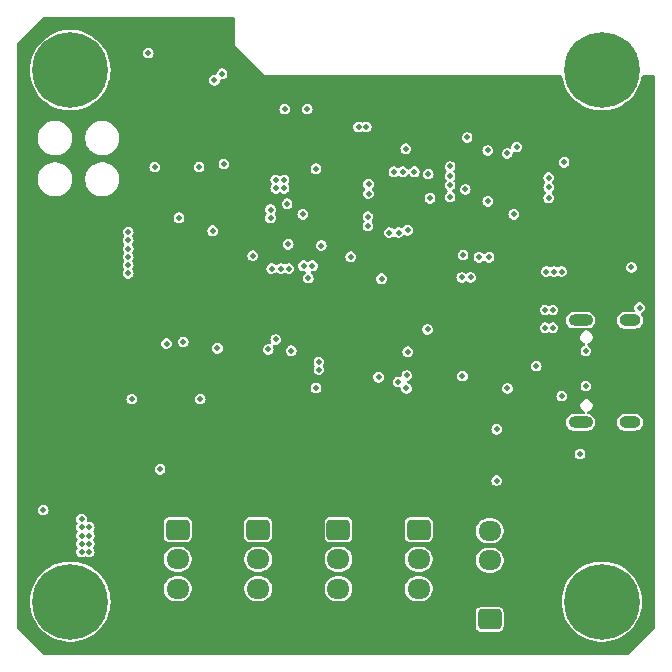
<source format=gbr>
%TF.GenerationSoftware,KiCad,Pcbnew,8.0.9-8.0.9-0~ubuntu24.04.1*%
%TF.CreationDate,2025-04-13T21:31:37+05:00*%
%TF.ProjectId,ThetaAnomalain,54686574-6141-46e6-9f6d-616c61696e2e,rev?*%
%TF.SameCoordinates,Original*%
%TF.FileFunction,Copper,L2,Inr*%
%TF.FilePolarity,Positive*%
%FSLAX46Y46*%
G04 Gerber Fmt 4.6, Leading zero omitted, Abs format (unit mm)*
G04 Created by KiCad (PCBNEW 8.0.9-8.0.9-0~ubuntu24.04.1) date 2025-04-13 21:31:37*
%MOMM*%
%LPD*%
G01*
G04 APERTURE LIST*
G04 Aperture macros list*
%AMRoundRect*
0 Rectangle with rounded corners*
0 $1 Rounding radius*
0 $2 $3 $4 $5 $6 $7 $8 $9 X,Y pos of 4 corners*
0 Add a 4 corners polygon primitive as box body*
4,1,4,$2,$3,$4,$5,$6,$7,$8,$9,$2,$3,0*
0 Add four circle primitives for the rounded corners*
1,1,$1+$1,$2,$3*
1,1,$1+$1,$4,$5*
1,1,$1+$1,$6,$7*
1,1,$1+$1,$8,$9*
0 Add four rect primitives between the rounded corners*
20,1,$1+$1,$2,$3,$4,$5,0*
20,1,$1+$1,$4,$5,$6,$7,0*
20,1,$1+$1,$6,$7,$8,$9,0*
20,1,$1+$1,$8,$9,$2,$3,0*%
G04 Aperture macros list end*
%TA.AperFunction,ComponentPad*%
%ADD10RoundRect,0.250000X-0.725000X0.600000X-0.725000X-0.600000X0.725000X-0.600000X0.725000X0.600000X0*%
%TD*%
%TA.AperFunction,ComponentPad*%
%ADD11O,1.950000X1.700000*%
%TD*%
%TA.AperFunction,ComponentPad*%
%ADD12R,0.900000X0.500000*%
%TD*%
%TA.AperFunction,ComponentPad*%
%ADD13C,0.800000*%
%TD*%
%TA.AperFunction,ComponentPad*%
%ADD14C,6.400000*%
%TD*%
%TA.AperFunction,ComponentPad*%
%ADD15RoundRect,0.250000X0.725000X-0.600000X0.725000X0.600000X-0.725000X0.600000X-0.725000X-0.600000X0*%
%TD*%
%TA.AperFunction,ComponentPad*%
%ADD16O,2.100000X1.000000*%
%TD*%
%TA.AperFunction,ComponentPad*%
%ADD17O,1.800000X1.000000*%
%TD*%
%TA.AperFunction,ViaPad*%
%ADD18C,0.500000*%
%TD*%
%TA.AperFunction,Conductor*%
%ADD19C,0.200000*%
%TD*%
G04 APERTURE END LIST*
D10*
%TO.N,/SERVOB*%
%TO.C,J4*%
X100700000Y-117900000D03*
D11*
%TO.N,+6V*%
X100700000Y-120400000D03*
%TO.N,Net-(J3-Pin_3)*%
X100700000Y-122900000D03*
%TD*%
D12*
%TO.N,GND*%
%TO.C,AE1*%
X98700000Y-79700000D03*
%TD*%
D13*
%TO.N,N/C*%
%TO.C,H1*%
X120600000Y-79000000D03*
X121302944Y-77302944D03*
X121302944Y-80697056D03*
X123000000Y-76600000D03*
D14*
X123000000Y-79000000D03*
D13*
X123000000Y-81400000D03*
X124697056Y-77302944D03*
X124697056Y-80697056D03*
X125400000Y-79000000D03*
%TD*%
D10*
%TO.N,/SERVOA*%
%TO.C,J3*%
X107500000Y-117900000D03*
D11*
%TO.N,+6V*%
X107500000Y-120400000D03*
%TO.N,Net-(J3-Pin_3)*%
X107500000Y-122900000D03*
%TD*%
D15*
%TO.N,VDD*%
%TO.C,J7*%
X113500000Y-125500000D03*
D11*
%TO.N,GND*%
X113500000Y-123000000D03*
%TO.N,/RXD0*%
X113500000Y-120500000D03*
%TO.N,/TXD0*%
X113500000Y-118000000D03*
%TD*%
D10*
%TO.N,/SERVOD*%
%TO.C,J6*%
X87100000Y-117900000D03*
D11*
%TO.N,+6V*%
X87100000Y-120400000D03*
%TO.N,Net-(J3-Pin_3)*%
X87100000Y-122900000D03*
%TD*%
D13*
%TO.N,N/C*%
%TO.C,H4*%
X120600000Y-124000000D03*
X121302944Y-122302944D03*
X121302944Y-125697056D03*
X123000000Y-121600000D03*
D14*
X123000000Y-124000000D03*
D13*
X123000000Y-126400000D03*
X124697056Y-122302944D03*
X124697056Y-125697056D03*
X125400000Y-124000000D03*
%TD*%
D10*
%TO.N,/SERVOC*%
%TO.C,J5*%
X93900000Y-117900000D03*
D11*
%TO.N,+6V*%
X93900000Y-120400000D03*
%TO.N,Net-(J3-Pin_3)*%
X93900000Y-122900000D03*
%TD*%
D13*
%TO.N,N/C*%
%TO.C,H2*%
X75600000Y-124000000D03*
X76302944Y-122302944D03*
X76302944Y-125697056D03*
X78000000Y-121600000D03*
D14*
X78000000Y-124000000D03*
D13*
X78000000Y-126400000D03*
X79697056Y-122302944D03*
X79697056Y-125697056D03*
X80400000Y-124000000D03*
%TD*%
D16*
%TO.N,unconnected-(J1-SHIELD-PadS1)_1*%
%TO.C,J1*%
X121195000Y-108820000D03*
D17*
%TO.N,unconnected-(J1-SHIELD-PadS1)_3*%
X125375000Y-108820000D03*
D16*
%TO.N,unconnected-(J1-SHIELD-PadS1)*%
X121195000Y-100180000D03*
D17*
%TO.N,unconnected-(J1-SHIELD-PadS1)_2*%
X125375000Y-100180000D03*
%TD*%
D13*
%TO.N,N/C*%
%TO.C,H3*%
X75600000Y-79000000D03*
X76302944Y-77302944D03*
X76302944Y-80697056D03*
X78000000Y-76600000D03*
D14*
X78000000Y-79000000D03*
D13*
X78000000Y-81400000D03*
X79697056Y-77302944D03*
X79697056Y-80697056D03*
X80400000Y-79000000D03*
%TD*%
D18*
%TO.N,VDD*%
X119800000Y-86800000D03*
%TO.N,/Action*%
X118500000Y-89800000D03*
%TO.N,VDD*%
X108250000Y-100950000D03*
X118850000Y-100800000D03*
X87200000Y-91500000D03*
X96150000Y-82300000D03*
X90050000Y-92600000D03*
X117450000Y-104050000D03*
X94950000Y-91500000D03*
X98500000Y-95550000D03*
X85600000Y-112800000D03*
X84600000Y-77550000D03*
X101750000Y-94800000D03*
X118200000Y-100800000D03*
X99050000Y-103700000D03*
X114990000Y-86050000D03*
X97750000Y-95550000D03*
X105000000Y-92750000D03*
X111590000Y-84700000D03*
X95400000Y-89000000D03*
X115550000Y-91200000D03*
X111440000Y-89100000D03*
X102400000Y-83800000D03*
X118850000Y-99300000D03*
X99050000Y-104350000D03*
X94950000Y-90800000D03*
X96100000Y-88300000D03*
X118200000Y-99300000D03*
X89000000Y-106850000D03*
X103050000Y-83800000D03*
X106400000Y-85650000D03*
X98050000Y-82300000D03*
X96100000Y-89000000D03*
X95400000Y-88300000D03*
%TO.N,/TX0_RAW*%
X118500000Y-88100000D03*
X106500000Y-104850000D03*
X106150000Y-87600000D03*
%TO.N,/BOOT*%
X103250000Y-89450000D03*
X91000000Y-86950000D03*
%TO.N,/Action*%
X115800000Y-85500000D03*
%TO.N,/RXD0*%
X105750000Y-105400000D03*
X118500000Y-88900000D03*
X105400000Y-87600000D03*
%TO.N,GND*%
X83400000Y-111550080D03*
X112150000Y-93000000D03*
X108300000Y-97650000D03*
X94950000Y-92557500D03*
X103380000Y-81215000D03*
X74100000Y-91900000D03*
X85150000Y-85350000D03*
X101600000Y-81300000D03*
X75700000Y-121200000D03*
X84800000Y-94300000D03*
X96800000Y-87350000D03*
X74100000Y-95900000D03*
X101600000Y-83200000D03*
X109700000Y-79800000D03*
X76600000Y-111550080D03*
X74100000Y-92700000D03*
X74300000Y-120500000D03*
X97450000Y-87350000D03*
X84800000Y-105400000D03*
X103300000Y-79800000D03*
X75000000Y-121200000D03*
X101600000Y-85000000D03*
X112150000Y-92300000D03*
X95100000Y-79800000D03*
X96000000Y-103900000D03*
X105700000Y-79800000D03*
X108300000Y-99650000D03*
X84800000Y-96500000D03*
X75000000Y-120500000D03*
X84100000Y-110150080D03*
X100900000Y-106700000D03*
X102880000Y-81715000D03*
X76600000Y-112250080D03*
X108900000Y-79800000D03*
X93425000Y-100875000D03*
X117450000Y-104950000D03*
X76600000Y-110850080D03*
X74700000Y-95500000D03*
X112800000Y-80250000D03*
X92000000Y-117900000D03*
X83400000Y-110150080D03*
X108580000Y-84415000D03*
X102500000Y-79800000D03*
X114000000Y-99600000D03*
X104100000Y-79800000D03*
X100050000Y-85700000D03*
X74100000Y-94300000D03*
X115000000Y-84750000D03*
X93200000Y-78700000D03*
X109180000Y-84415000D03*
X74300000Y-118400000D03*
X122600000Y-100950000D03*
X74300000Y-117700000D03*
X90200000Y-99900000D03*
X92100000Y-77600000D03*
X116100000Y-79800000D03*
X100000000Y-80600000D03*
X101700000Y-79800000D03*
X119200000Y-79800000D03*
X91550000Y-76250000D03*
X98100000Y-87350000D03*
X101600000Y-82000000D03*
X117400000Y-97850000D03*
X74100000Y-95100000D03*
X84100000Y-111550080D03*
X93750000Y-79250000D03*
X84800000Y-99800000D03*
X96700000Y-79800000D03*
X84100000Y-112250080D03*
X74700000Y-96300000D03*
X84100000Y-108750080D03*
X94300000Y-79800000D03*
X107300000Y-79800000D03*
X74700000Y-92300000D03*
X101600000Y-80600000D03*
X84800000Y-100900000D03*
X105300000Y-106700000D03*
X117700000Y-79800000D03*
X74700000Y-97100000D03*
X84100000Y-110850080D03*
X115300000Y-79800000D03*
X102880000Y-82915000D03*
X84800000Y-103100000D03*
X104580000Y-81215000D03*
X108100000Y-79800000D03*
X98050000Y-101850000D03*
X101600000Y-84400000D03*
X104200000Y-106700000D03*
X97500000Y-79800000D03*
X74100000Y-93500000D03*
X84800000Y-95400000D03*
X74100000Y-96700000D03*
X104100000Y-85100000D03*
X114000000Y-100300000D03*
X74300000Y-119800000D03*
X122950000Y-98550000D03*
X105700000Y-85750000D03*
X76600000Y-110150080D03*
X99900000Y-79800000D03*
X85400000Y-117800000D03*
X105600000Y-117900000D03*
X103750000Y-87650000D03*
X100350000Y-87300000D03*
X84800000Y-104200000D03*
X103100000Y-106700000D03*
X101600000Y-83800000D03*
X102000000Y-106700000D03*
X102880000Y-82315000D03*
X103250000Y-90450000D03*
X91550000Y-77050000D03*
X75700000Y-120500000D03*
X114000000Y-101000000D03*
X99800000Y-106700000D03*
X74300000Y-119100000D03*
X99250000Y-92600000D03*
X116700000Y-97850000D03*
X100000000Y-81300000D03*
X83400000Y-112250080D03*
X110500000Y-79800000D03*
X100000000Y-82950000D03*
X77300000Y-112250080D03*
X113500000Y-79800000D03*
X91550000Y-75450000D03*
X77300000Y-110150080D03*
X98900000Y-117900000D03*
X74300000Y-121200000D03*
X121500000Y-93000000D03*
X105780000Y-81215000D03*
X126787500Y-83100000D03*
X101600000Y-82600000D03*
X84800000Y-97600000D03*
X113200000Y-111100000D03*
X95900000Y-79800000D03*
X101500000Y-88900000D03*
X102500000Y-86850000D03*
X114500000Y-79800000D03*
X77300000Y-110850080D03*
X108900000Y-106000000D03*
X103980000Y-81215000D03*
X84800000Y-102000000D03*
X104900000Y-79800000D03*
X74700000Y-93100000D03*
X74700000Y-94700000D03*
X84100000Y-109450080D03*
X106500000Y-79800000D03*
X111440000Y-88100000D03*
X118400000Y-79800000D03*
X115140000Y-89100000D03*
X92650000Y-78150000D03*
X74700000Y-93900000D03*
X105180000Y-81215000D03*
X77300000Y-111550080D03*
X111590000Y-87250000D03*
X111300000Y-79800000D03*
X101600000Y-85600000D03*
X74700000Y-91500000D03*
X98900000Y-101000000D03*
X100000000Y-83550000D03*
X108300000Y-98400000D03*
X100000000Y-84150000D03*
X116900000Y-79800000D03*
X112000000Y-80250000D03*
X84800000Y-98700000D03*
X83400000Y-110850080D03*
X88900000Y-85350000D03*
%TO.N,/IMU_INT*%
X96350000Y-90300000D03*
X103200000Y-91400000D03*
%TO.N,+3V8*%
X82900000Y-92700000D03*
X82900000Y-96200000D03*
X119600000Y-96050000D03*
X82900000Y-95500000D03*
X118950000Y-96050000D03*
X82900000Y-93400000D03*
X82900000Y-94800000D03*
X82900000Y-94100000D03*
X99250000Y-93850000D03*
X118300000Y-96050000D03*
%TO.N,/SDA*%
X90200000Y-79850000D03*
X105800000Y-92750000D03*
X113450000Y-94850000D03*
%TO.N,/SCL*%
X113340000Y-90100000D03*
X112600000Y-94850000D03*
X113340000Y-85800000D03*
X90850000Y-79300000D03*
X106559184Y-92550000D03*
%TO.N,/CHIP_PU*%
X103250000Y-88650000D03*
X88900000Y-87200000D03*
X85150000Y-87200000D03*
%TO.N,/SERVOA*%
X110150000Y-89750000D03*
%TO.N,/SERVOB*%
X110150000Y-88750000D03*
%TO.N,/SERVOC*%
X108450000Y-89850000D03*
%TO.N,/OFF*%
X111250000Y-94650000D03*
X110150000Y-87150000D03*
%TO.N,/SERVOEN*%
X75700000Y-116250000D03*
X108300000Y-87800000D03*
%TO.N,/BUZ*%
X111150000Y-96550000D03*
X115000000Y-105950000D03*
%TO.N,Net-(D1-A)*%
X119600000Y-106600000D03*
X126200000Y-99100000D03*
%TO.N,Net-(BZ1-+)*%
X121150000Y-111500000D03*
X125500000Y-95700000D03*
%TO.N,Net-(J3-Pin_3)*%
X79600000Y-117700000D03*
X78950000Y-119800000D03*
X79600000Y-118400000D03*
X79600000Y-119100000D03*
X78950000Y-117000000D03*
X79600000Y-119800000D03*
X78950000Y-118400000D03*
X78950000Y-117700000D03*
X78950000Y-119100000D03*
%TO.N,Net-(J1-CC2)*%
X121650000Y-102750000D03*
X114100000Y-109400000D03*
%TO.N,Net-(J1-CC1)*%
X121650000Y-105750000D03*
X114100000Y-113750000D03*
%TO.N,Net-(RN3-R3.2)*%
X104350000Y-96650000D03*
X106570000Y-102830000D03*
%TO.N,Net-(RN4-R4.2)*%
X98150000Y-96600000D03*
X93450000Y-94700000D03*
%TO.N,Net-(RN4-R2.2)*%
X96500000Y-95800000D03*
X90450000Y-102550000D03*
%TO.N,Net-(RN4-R1.2)*%
X87550000Y-102000000D03*
X95850000Y-95800000D03*
%TO.N,Net-(RN5-R4.2)*%
X95050000Y-95800000D03*
X86150000Y-102150000D03*
%TO.N,Net-(U5-INT2{slash}FSYNC{slash}CLKIN)*%
X97687276Y-91200000D03*
X96450000Y-93750000D03*
X98800003Y-87350000D03*
%TO.N,/SERVOD*%
X110150000Y-87950000D03*
%TO.N,/LD_SCK*%
X103200000Y-92200000D03*
X94750000Y-102650000D03*
%TO.N,/LD_D*%
X111900000Y-96550000D03*
X104100000Y-105000000D03*
X96700000Y-102750000D03*
X111200000Y-104900000D03*
%TO.N,/LD_CS*%
X95400000Y-101800000D03*
X107125650Y-87600000D03*
X106450000Y-105950000D03*
X98800000Y-105900000D03*
%TO.N,Net-(JP1-C)*%
X83200000Y-106850000D03*
%TD*%
D19*
%TO.N,GND*%
X105050000Y-85100000D02*
X104100000Y-85100000D01*
X114300000Y-88260000D02*
X115140000Y-89100000D01*
X100150000Y-86800000D02*
X100350000Y-87000000D01*
X118300000Y-100150000D02*
X117400000Y-99250000D01*
X112150000Y-92300000D02*
X112150000Y-92090000D01*
X113100000Y-93000000D02*
X116700000Y-96600000D01*
X101500000Y-88900000D02*
X100350000Y-87750000D01*
X94992500Y-92600000D02*
X99250000Y-92600000D01*
X104100000Y-85100000D02*
X103600000Y-85600000D01*
X108300000Y-99650000D02*
X110200000Y-97750000D01*
X105700000Y-85750000D02*
X105050000Y-85100000D01*
X111590000Y-86825000D02*
X109180000Y-84415000D01*
X94300000Y-79800000D02*
X97500000Y-79800000D01*
X110200000Y-97750000D02*
X112150000Y-97750000D01*
X115750000Y-97850000D02*
X114000000Y-99600000D01*
X120000000Y-100950000D02*
X119200000Y-100150000D01*
X98900000Y-100100000D02*
X98900000Y-101000000D01*
X105700000Y-85750000D02*
X106100000Y-86150000D01*
X111440000Y-88100000D02*
X111440000Y-87400000D01*
X91550000Y-74650000D02*
X91550000Y-77050000D01*
X112440000Y-89100000D02*
X111440000Y-88100000D01*
X111590000Y-87250000D02*
X111590000Y-86825000D01*
X113200000Y-109250000D02*
X117450000Y-105000000D01*
X116700000Y-96600000D02*
X116700000Y-97850000D01*
X93425000Y-100875000D02*
X94200000Y-100100000D01*
X100350000Y-87750000D02*
X100350000Y-87300000D01*
X98800000Y-79800000D02*
X98700000Y-79700000D01*
X94300000Y-79950000D02*
X94300000Y-79800000D01*
X112150000Y-93000000D02*
X113100000Y-93000000D01*
X117450000Y-105000000D02*
X117450000Y-104950000D01*
X98300000Y-86800000D02*
X100150000Y-86800000D01*
X97500000Y-79800000D02*
X98600000Y-79800000D01*
X115000000Y-84750000D02*
X114300000Y-85450000D01*
X114300000Y-85450000D02*
X114300000Y-88260000D01*
X116700000Y-97850000D02*
X117400000Y-97850000D01*
X97900000Y-101700000D02*
X98050000Y-101850000D01*
X95100000Y-87350000D02*
X96800000Y-87350000D01*
X111440000Y-87400000D02*
X111590000Y-87250000D01*
X114000000Y-101500000D02*
X114000000Y-101000000D01*
X88900000Y-85350000D02*
X85150000Y-85350000D01*
X100350000Y-87000000D02*
X100350000Y-87300000D01*
X119200000Y-100150000D02*
X118300000Y-100150000D01*
X112150000Y-97750000D02*
X114000000Y-99600000D01*
X99900000Y-79800000D02*
X101700000Y-79800000D01*
X98700000Y-81650000D02*
X100000000Y-82950000D01*
X96000000Y-103900000D02*
X96000000Y-102300000D01*
X94950000Y-92557500D02*
X94050000Y-91657500D01*
X117450000Y-104950000D02*
X114000000Y-101500000D01*
X116700000Y-97850000D02*
X115750000Y-97850000D01*
X122600000Y-100950000D02*
X120000000Y-100950000D01*
X106845000Y-86150000D02*
X108580000Y-84415000D01*
X99900000Y-79800000D02*
X98800000Y-79800000D01*
X96000000Y-102300000D02*
X96600000Y-101700000D01*
X94200000Y-100100000D02*
X98900000Y-100100000D01*
X106100000Y-86150000D02*
X106845000Y-86150000D01*
X115140000Y-89100000D02*
X112440000Y-89100000D01*
X96600000Y-101700000D02*
X97900000Y-101700000D01*
X91550000Y-77050000D02*
X94300000Y-79800000D01*
X98100000Y-87000000D02*
X98300000Y-86800000D01*
X98100000Y-87350000D02*
X98100000Y-87000000D01*
X94950000Y-92557500D02*
X94992500Y-92600000D01*
X98600000Y-79800000D02*
X98700000Y-79700000D01*
X103600000Y-85600000D02*
X101500000Y-85600000D01*
X112150000Y-92090000D02*
X115140000Y-89100000D01*
X117400000Y-99250000D02*
X117400000Y-97850000D01*
X101700000Y-79800000D02*
X119200000Y-79800000D01*
X94050000Y-91657500D02*
X94050000Y-88400000D01*
X113200000Y-111100000D02*
X113200000Y-109250000D01*
X98700000Y-79700000D02*
X98700000Y-81650000D01*
X88900000Y-85350000D02*
X94300000Y-79950000D01*
X94050000Y-88400000D02*
X95100000Y-87350000D01*
%TD*%
%TA.AperFunction,Conductor*%
%TO.N,GND*%
G36*
X91893039Y-74520185D02*
G01*
X91938794Y-74572989D01*
X91950000Y-74624500D01*
X91950000Y-76900000D01*
X94500000Y-79450000D01*
X97750000Y-79450000D01*
X119522554Y-79450000D01*
X119589593Y-79469685D01*
X119635348Y-79522489D01*
X119644918Y-79553931D01*
X119671162Y-79714005D01*
X119674126Y-79732086D01*
X119674128Y-79732094D01*
X119772768Y-80087365D01*
X119772770Y-80087371D01*
X119909255Y-80429926D01*
X119909261Y-80429938D01*
X120081973Y-80755708D01*
X120081976Y-80755713D01*
X120081978Y-80755716D01*
X120288910Y-81060917D01*
X120527627Y-81341956D01*
X120795330Y-81595538D01*
X121088881Y-81818690D01*
X121404838Y-82008795D01*
X121404840Y-82008796D01*
X121404842Y-82008797D01*
X121404846Y-82008799D01*
X121739486Y-82163620D01*
X121739497Y-82163625D01*
X122088934Y-82281364D01*
X122449052Y-82360632D01*
X122815630Y-82400500D01*
X122815636Y-82400500D01*
X123184364Y-82400500D01*
X123184370Y-82400500D01*
X123550948Y-82360632D01*
X123911066Y-82281364D01*
X124260503Y-82163625D01*
X124595162Y-82008795D01*
X124911119Y-81818690D01*
X125204670Y-81595538D01*
X125472373Y-81341956D01*
X125711090Y-81060917D01*
X125918022Y-80755716D01*
X126090743Y-80429930D01*
X126227227Y-80087379D01*
X126325875Y-79732081D01*
X126355080Y-79553935D01*
X126385350Y-79490968D01*
X126444861Y-79454358D01*
X126477446Y-79450000D01*
X127375500Y-79450000D01*
X127442539Y-79469685D01*
X127488294Y-79522489D01*
X127499500Y-79574000D01*
X127499500Y-126241324D01*
X127479815Y-126308363D01*
X127463181Y-126329005D01*
X125329005Y-128463181D01*
X125267682Y-128496666D01*
X125241324Y-128499500D01*
X75758676Y-128499500D01*
X75691637Y-128479815D01*
X75670995Y-128463181D01*
X73536819Y-126329005D01*
X73503334Y-126267682D01*
X73500500Y-126241324D01*
X73500500Y-123999997D01*
X74594506Y-123999997D01*
X74594506Y-124000002D01*
X74614469Y-124368196D01*
X74614470Y-124368213D01*
X74674122Y-124732068D01*
X74674128Y-124732094D01*
X74772768Y-125087365D01*
X74772770Y-125087371D01*
X74909255Y-125429926D01*
X74909261Y-125429938D01*
X75081973Y-125755708D01*
X75081979Y-125755717D01*
X75288909Y-126060916D01*
X75502930Y-126312880D01*
X75527627Y-126341956D01*
X75795330Y-126595538D01*
X76088881Y-126818690D01*
X76404838Y-127008795D01*
X76404840Y-127008796D01*
X76404842Y-127008797D01*
X76404846Y-127008799D01*
X76739486Y-127163620D01*
X76739497Y-127163625D01*
X77088934Y-127281364D01*
X77449052Y-127360632D01*
X77815630Y-127400500D01*
X77815636Y-127400500D01*
X78184364Y-127400500D01*
X78184370Y-127400500D01*
X78550948Y-127360632D01*
X78911066Y-127281364D01*
X79260503Y-127163625D01*
X79595162Y-127008795D01*
X79911119Y-126818690D01*
X80204670Y-126595538D01*
X80472373Y-126341956D01*
X80711090Y-126060917D01*
X80918022Y-125755716D01*
X81090743Y-125429930D01*
X81227227Y-125087379D01*
X81294321Y-124845730D01*
X112324500Y-124845730D01*
X112324500Y-126154269D01*
X112327353Y-126184699D01*
X112327353Y-126184701D01*
X112372206Y-126312880D01*
X112372207Y-126312882D01*
X112452850Y-126422150D01*
X112562118Y-126502793D01*
X112604845Y-126517744D01*
X112690299Y-126547646D01*
X112720730Y-126550500D01*
X112720734Y-126550500D01*
X114279270Y-126550500D01*
X114309699Y-126547646D01*
X114309701Y-126547646D01*
X114373790Y-126525219D01*
X114437882Y-126502793D01*
X114547150Y-126422150D01*
X114627793Y-126312882D01*
X114652832Y-126241324D01*
X114672646Y-126184701D01*
X114672646Y-126184699D01*
X114675500Y-126154269D01*
X114675500Y-124845730D01*
X114672646Y-124815300D01*
X114672646Y-124815298D01*
X114627793Y-124687119D01*
X114627792Y-124687117D01*
X114547150Y-124577850D01*
X114437882Y-124497207D01*
X114437880Y-124497206D01*
X114309700Y-124452353D01*
X114279270Y-124449500D01*
X114279266Y-124449500D01*
X112720734Y-124449500D01*
X112720730Y-124449500D01*
X112690300Y-124452353D01*
X112690298Y-124452353D01*
X112562119Y-124497206D01*
X112562117Y-124497207D01*
X112452850Y-124577850D01*
X112372207Y-124687117D01*
X112372206Y-124687119D01*
X112327353Y-124815298D01*
X112327353Y-124815300D01*
X112324500Y-124845730D01*
X81294321Y-124845730D01*
X81325875Y-124732081D01*
X81364381Y-124497206D01*
X81385529Y-124368213D01*
X81385529Y-124368210D01*
X81385531Y-124368199D01*
X81405494Y-124000000D01*
X81405494Y-123999997D01*
X119594506Y-123999997D01*
X119594506Y-124000002D01*
X119614469Y-124368196D01*
X119614470Y-124368213D01*
X119674122Y-124732068D01*
X119674128Y-124732094D01*
X119772768Y-125087365D01*
X119772770Y-125087371D01*
X119909255Y-125429926D01*
X119909261Y-125429938D01*
X120081973Y-125755708D01*
X120081979Y-125755717D01*
X120288909Y-126060916D01*
X120502930Y-126312880D01*
X120527627Y-126341956D01*
X120795330Y-126595538D01*
X121088881Y-126818690D01*
X121404838Y-127008795D01*
X121404840Y-127008796D01*
X121404842Y-127008797D01*
X121404846Y-127008799D01*
X121739486Y-127163620D01*
X121739497Y-127163625D01*
X122088934Y-127281364D01*
X122449052Y-127360632D01*
X122815630Y-127400500D01*
X122815636Y-127400500D01*
X123184364Y-127400500D01*
X123184370Y-127400500D01*
X123550948Y-127360632D01*
X123911066Y-127281364D01*
X124260503Y-127163625D01*
X124595162Y-127008795D01*
X124911119Y-126818690D01*
X125204670Y-126595538D01*
X125472373Y-126341956D01*
X125711090Y-126060917D01*
X125918022Y-125755716D01*
X126090743Y-125429930D01*
X126227227Y-125087379D01*
X126325875Y-124732081D01*
X126364381Y-124497206D01*
X126385529Y-124368213D01*
X126385529Y-124368210D01*
X126385531Y-124368199D01*
X126405494Y-124000000D01*
X126385531Y-123631801D01*
X126325875Y-123267919D01*
X126227227Y-122912621D01*
X126090743Y-122570070D01*
X126014453Y-122426172D01*
X125918026Y-122244291D01*
X125918024Y-122244288D01*
X125918022Y-122244284D01*
X125711090Y-121939083D01*
X125472373Y-121658044D01*
X125204670Y-121404462D01*
X124911119Y-121181310D01*
X124595162Y-120991205D01*
X124595161Y-120991204D01*
X124595157Y-120991202D01*
X124595153Y-120991200D01*
X124260513Y-120836379D01*
X124260508Y-120836377D01*
X124260503Y-120836375D01*
X124090172Y-120778983D01*
X123911065Y-120718635D01*
X123550946Y-120639367D01*
X123184371Y-120599500D01*
X123184370Y-120599500D01*
X122815630Y-120599500D01*
X122815628Y-120599500D01*
X122449053Y-120639367D01*
X122088934Y-120718635D01*
X121828424Y-120806412D01*
X121739497Y-120836375D01*
X121739494Y-120836376D01*
X121739486Y-120836379D01*
X121404846Y-120991200D01*
X121404842Y-120991202D01*
X121169538Y-121132779D01*
X121088881Y-121181310D01*
X120988410Y-121257685D01*
X120795330Y-121404461D01*
X120795330Y-121404462D01*
X120527626Y-121658044D01*
X120288909Y-121939083D01*
X120081979Y-122244282D01*
X120081973Y-122244291D01*
X119909261Y-122570061D01*
X119909255Y-122570073D01*
X119772770Y-122912628D01*
X119772768Y-122912634D01*
X119674128Y-123267905D01*
X119674122Y-123267931D01*
X119614470Y-123631786D01*
X119614469Y-123631803D01*
X119594506Y-123999997D01*
X81405494Y-123999997D01*
X81385531Y-123631801D01*
X81325875Y-123267919D01*
X81227227Y-122912621D01*
X81180972Y-122796530D01*
X85924500Y-122796530D01*
X85924500Y-123003469D01*
X85964868Y-123206412D01*
X85964870Y-123206420D01*
X86044058Y-123397596D01*
X86159024Y-123569657D01*
X86305342Y-123715975D01*
X86305345Y-123715977D01*
X86477402Y-123830941D01*
X86668580Y-123910130D01*
X86871530Y-123950499D01*
X86871534Y-123950500D01*
X86871535Y-123950500D01*
X87328466Y-123950500D01*
X87328467Y-123950499D01*
X87531420Y-123910130D01*
X87722598Y-123830941D01*
X87894655Y-123715977D01*
X88040977Y-123569655D01*
X88155941Y-123397598D01*
X88235130Y-123206420D01*
X88275500Y-123003465D01*
X88275500Y-122796535D01*
X88275499Y-122796530D01*
X92724500Y-122796530D01*
X92724500Y-123003469D01*
X92764868Y-123206412D01*
X92764870Y-123206420D01*
X92844058Y-123397596D01*
X92959024Y-123569657D01*
X93105342Y-123715975D01*
X93105345Y-123715977D01*
X93277402Y-123830941D01*
X93468580Y-123910130D01*
X93671530Y-123950499D01*
X93671534Y-123950500D01*
X93671535Y-123950500D01*
X94128466Y-123950500D01*
X94128467Y-123950499D01*
X94331420Y-123910130D01*
X94522598Y-123830941D01*
X94694655Y-123715977D01*
X94840977Y-123569655D01*
X94955941Y-123397598D01*
X95035130Y-123206420D01*
X95075500Y-123003465D01*
X95075500Y-122796535D01*
X95075499Y-122796530D01*
X99524500Y-122796530D01*
X99524500Y-123003469D01*
X99564868Y-123206412D01*
X99564870Y-123206420D01*
X99644058Y-123397596D01*
X99759024Y-123569657D01*
X99905342Y-123715975D01*
X99905345Y-123715977D01*
X100077402Y-123830941D01*
X100268580Y-123910130D01*
X100471530Y-123950499D01*
X100471534Y-123950500D01*
X100471535Y-123950500D01*
X100928466Y-123950500D01*
X100928467Y-123950499D01*
X101131420Y-123910130D01*
X101322598Y-123830941D01*
X101494655Y-123715977D01*
X101640977Y-123569655D01*
X101755941Y-123397598D01*
X101835130Y-123206420D01*
X101875500Y-123003465D01*
X101875500Y-122796535D01*
X101875499Y-122796530D01*
X106324500Y-122796530D01*
X106324500Y-123003469D01*
X106364868Y-123206412D01*
X106364870Y-123206420D01*
X106444058Y-123397596D01*
X106559024Y-123569657D01*
X106705342Y-123715975D01*
X106705345Y-123715977D01*
X106877402Y-123830941D01*
X107068580Y-123910130D01*
X107271530Y-123950499D01*
X107271534Y-123950500D01*
X107271535Y-123950500D01*
X107728466Y-123950500D01*
X107728467Y-123950499D01*
X107931420Y-123910130D01*
X108122598Y-123830941D01*
X108294655Y-123715977D01*
X108440977Y-123569655D01*
X108555941Y-123397598D01*
X108635130Y-123206420D01*
X108675500Y-123003465D01*
X108675500Y-122796535D01*
X108635130Y-122593580D01*
X108555941Y-122402402D01*
X108440977Y-122230345D01*
X108440975Y-122230342D01*
X108294657Y-122084024D01*
X108208626Y-122026541D01*
X108122598Y-121969059D01*
X107931420Y-121889870D01*
X107931412Y-121889868D01*
X107728469Y-121849500D01*
X107728465Y-121849500D01*
X107271535Y-121849500D01*
X107271530Y-121849500D01*
X107068587Y-121889868D01*
X107068579Y-121889870D01*
X106877403Y-121969058D01*
X106705342Y-122084024D01*
X106559024Y-122230342D01*
X106444058Y-122402403D01*
X106364870Y-122593579D01*
X106364868Y-122593587D01*
X106324500Y-122796530D01*
X101875499Y-122796530D01*
X101835130Y-122593580D01*
X101755941Y-122402402D01*
X101640977Y-122230345D01*
X101640975Y-122230342D01*
X101494657Y-122084024D01*
X101408626Y-122026541D01*
X101322598Y-121969059D01*
X101131420Y-121889870D01*
X101131412Y-121889868D01*
X100928469Y-121849500D01*
X100928465Y-121849500D01*
X100471535Y-121849500D01*
X100471530Y-121849500D01*
X100268587Y-121889868D01*
X100268579Y-121889870D01*
X100077403Y-121969058D01*
X99905342Y-122084024D01*
X99759024Y-122230342D01*
X99644058Y-122402403D01*
X99564870Y-122593579D01*
X99564868Y-122593587D01*
X99524500Y-122796530D01*
X95075499Y-122796530D01*
X95035130Y-122593580D01*
X94955941Y-122402402D01*
X94840977Y-122230345D01*
X94840975Y-122230342D01*
X94694657Y-122084024D01*
X94608626Y-122026541D01*
X94522598Y-121969059D01*
X94331420Y-121889870D01*
X94331412Y-121889868D01*
X94128469Y-121849500D01*
X94128465Y-121849500D01*
X93671535Y-121849500D01*
X93671530Y-121849500D01*
X93468587Y-121889868D01*
X93468579Y-121889870D01*
X93277403Y-121969058D01*
X93105342Y-122084024D01*
X92959024Y-122230342D01*
X92844058Y-122402403D01*
X92764870Y-122593579D01*
X92764868Y-122593587D01*
X92724500Y-122796530D01*
X88275499Y-122796530D01*
X88235130Y-122593580D01*
X88155941Y-122402402D01*
X88040977Y-122230345D01*
X88040975Y-122230342D01*
X87894657Y-122084024D01*
X87808626Y-122026541D01*
X87722598Y-121969059D01*
X87531420Y-121889870D01*
X87531412Y-121889868D01*
X87328469Y-121849500D01*
X87328465Y-121849500D01*
X86871535Y-121849500D01*
X86871530Y-121849500D01*
X86668587Y-121889868D01*
X86668579Y-121889870D01*
X86477403Y-121969058D01*
X86305342Y-122084024D01*
X86159024Y-122230342D01*
X86044058Y-122402403D01*
X85964870Y-122593579D01*
X85964868Y-122593587D01*
X85924500Y-122796530D01*
X81180972Y-122796530D01*
X81090743Y-122570070D01*
X81014453Y-122426172D01*
X80918026Y-122244291D01*
X80918024Y-122244288D01*
X80918022Y-122244284D01*
X80711090Y-121939083D01*
X80472373Y-121658044D01*
X80204670Y-121404462D01*
X79911119Y-121181310D01*
X79595162Y-120991205D01*
X79595161Y-120991204D01*
X79595157Y-120991202D01*
X79595153Y-120991200D01*
X79260513Y-120836379D01*
X79260508Y-120836377D01*
X79260503Y-120836375D01*
X79090172Y-120778983D01*
X78911065Y-120718635D01*
X78550946Y-120639367D01*
X78184371Y-120599500D01*
X78184370Y-120599500D01*
X77815630Y-120599500D01*
X77815628Y-120599500D01*
X77449053Y-120639367D01*
X77088934Y-120718635D01*
X76828424Y-120806412D01*
X76739497Y-120836375D01*
X76739494Y-120836376D01*
X76739486Y-120836379D01*
X76404846Y-120991200D01*
X76404842Y-120991202D01*
X76169538Y-121132779D01*
X76088881Y-121181310D01*
X75988410Y-121257685D01*
X75795330Y-121404461D01*
X75795330Y-121404462D01*
X75527626Y-121658044D01*
X75288909Y-121939083D01*
X75081979Y-122244282D01*
X75081973Y-122244291D01*
X74909261Y-122570061D01*
X74909255Y-122570073D01*
X74772770Y-122912628D01*
X74772768Y-122912634D01*
X74674128Y-123267905D01*
X74674122Y-123267931D01*
X74614470Y-123631786D01*
X74614469Y-123631803D01*
X74594506Y-123999997D01*
X73500500Y-123999997D01*
X73500500Y-120296530D01*
X85924500Y-120296530D01*
X85924500Y-120503469D01*
X85964868Y-120706412D01*
X85964870Y-120706420D01*
X86044058Y-120897596D01*
X86159024Y-121069657D01*
X86305342Y-121215975D01*
X86305345Y-121215977D01*
X86477402Y-121330941D01*
X86668580Y-121410130D01*
X86871530Y-121450499D01*
X86871534Y-121450500D01*
X86871535Y-121450500D01*
X87328466Y-121450500D01*
X87328467Y-121450499D01*
X87531420Y-121410130D01*
X87722598Y-121330941D01*
X87894655Y-121215977D01*
X88040977Y-121069655D01*
X88155941Y-120897598D01*
X88235130Y-120706420D01*
X88275500Y-120503465D01*
X88275500Y-120296535D01*
X88275499Y-120296530D01*
X92724500Y-120296530D01*
X92724500Y-120503469D01*
X92764868Y-120706412D01*
X92764870Y-120706420D01*
X92844058Y-120897596D01*
X92959024Y-121069657D01*
X93105342Y-121215975D01*
X93105345Y-121215977D01*
X93277402Y-121330941D01*
X93468580Y-121410130D01*
X93671530Y-121450499D01*
X93671534Y-121450500D01*
X93671535Y-121450500D01*
X94128466Y-121450500D01*
X94128467Y-121450499D01*
X94331420Y-121410130D01*
X94522598Y-121330941D01*
X94694655Y-121215977D01*
X94840977Y-121069655D01*
X94955941Y-120897598D01*
X95035130Y-120706420D01*
X95075500Y-120503465D01*
X95075500Y-120296535D01*
X95075499Y-120296530D01*
X99524500Y-120296530D01*
X99524500Y-120503469D01*
X99564868Y-120706412D01*
X99564870Y-120706420D01*
X99644058Y-120897596D01*
X99759024Y-121069657D01*
X99905342Y-121215975D01*
X99905345Y-121215977D01*
X100077402Y-121330941D01*
X100268580Y-121410130D01*
X100471530Y-121450499D01*
X100471534Y-121450500D01*
X100471535Y-121450500D01*
X100928466Y-121450500D01*
X100928467Y-121450499D01*
X101131420Y-121410130D01*
X101322598Y-121330941D01*
X101494655Y-121215977D01*
X101640977Y-121069655D01*
X101755941Y-120897598D01*
X101835130Y-120706420D01*
X101875500Y-120503465D01*
X101875500Y-120296535D01*
X101875499Y-120296530D01*
X106324500Y-120296530D01*
X106324500Y-120503469D01*
X106364868Y-120706412D01*
X106364870Y-120706420D01*
X106444058Y-120897596D01*
X106559024Y-121069657D01*
X106705342Y-121215975D01*
X106705345Y-121215977D01*
X106877402Y-121330941D01*
X107068580Y-121410130D01*
X107271530Y-121450499D01*
X107271534Y-121450500D01*
X107271535Y-121450500D01*
X107728466Y-121450500D01*
X107728467Y-121450499D01*
X107931420Y-121410130D01*
X108122598Y-121330941D01*
X108294655Y-121215977D01*
X108440977Y-121069655D01*
X108555941Y-120897598D01*
X108635130Y-120706420D01*
X108675500Y-120503465D01*
X108675500Y-120396530D01*
X112324500Y-120396530D01*
X112324500Y-120603469D01*
X112364868Y-120806412D01*
X112364870Y-120806420D01*
X112444058Y-120997596D01*
X112559024Y-121169657D01*
X112705342Y-121315975D01*
X112705345Y-121315977D01*
X112877402Y-121430941D01*
X113068580Y-121510130D01*
X113271530Y-121550499D01*
X113271534Y-121550500D01*
X113271535Y-121550500D01*
X113728466Y-121550500D01*
X113728467Y-121550499D01*
X113931420Y-121510130D01*
X114122598Y-121430941D01*
X114294655Y-121315977D01*
X114440977Y-121169655D01*
X114555941Y-120997598D01*
X114635130Y-120806420D01*
X114675500Y-120603465D01*
X114675500Y-120396535D01*
X114635130Y-120193580D01*
X114555941Y-120002402D01*
X114440977Y-119830345D01*
X114440975Y-119830342D01*
X114294657Y-119684024D01*
X114208626Y-119626541D01*
X114122598Y-119569059D01*
X114086090Y-119553937D01*
X113931420Y-119489870D01*
X113931412Y-119489868D01*
X113728469Y-119449500D01*
X113728465Y-119449500D01*
X113271535Y-119449500D01*
X113271530Y-119449500D01*
X113068587Y-119489868D01*
X113068579Y-119489870D01*
X112877403Y-119569058D01*
X112705342Y-119684024D01*
X112559024Y-119830342D01*
X112444058Y-120002403D01*
X112364870Y-120193579D01*
X112364868Y-120193587D01*
X112324500Y-120396530D01*
X108675500Y-120396530D01*
X108675500Y-120296535D01*
X108635130Y-120093580D01*
X108555941Y-119902402D01*
X108440977Y-119730345D01*
X108440975Y-119730342D01*
X108294657Y-119584024D01*
X108208626Y-119526541D01*
X108122598Y-119469059D01*
X107931420Y-119389870D01*
X107931412Y-119389868D01*
X107728469Y-119349500D01*
X107728465Y-119349500D01*
X107271535Y-119349500D01*
X107271530Y-119349500D01*
X107068587Y-119389868D01*
X107068579Y-119389870D01*
X106877403Y-119469058D01*
X106705342Y-119584024D01*
X106559024Y-119730342D01*
X106444058Y-119902403D01*
X106364870Y-120093579D01*
X106364868Y-120093587D01*
X106324500Y-120296530D01*
X101875499Y-120296530D01*
X101835130Y-120093580D01*
X101755941Y-119902402D01*
X101640977Y-119730345D01*
X101640975Y-119730342D01*
X101494657Y-119584024D01*
X101408626Y-119526541D01*
X101322598Y-119469059D01*
X101131420Y-119389870D01*
X101131412Y-119389868D01*
X100928469Y-119349500D01*
X100928465Y-119349500D01*
X100471535Y-119349500D01*
X100471530Y-119349500D01*
X100268587Y-119389868D01*
X100268579Y-119389870D01*
X100077403Y-119469058D01*
X99905342Y-119584024D01*
X99759024Y-119730342D01*
X99644058Y-119902403D01*
X99564870Y-120093579D01*
X99564868Y-120093587D01*
X99524500Y-120296530D01*
X95075499Y-120296530D01*
X95035130Y-120093580D01*
X94955941Y-119902402D01*
X94840977Y-119730345D01*
X94840975Y-119730342D01*
X94694657Y-119584024D01*
X94608626Y-119526541D01*
X94522598Y-119469059D01*
X94331420Y-119389870D01*
X94331412Y-119389868D01*
X94128469Y-119349500D01*
X94128465Y-119349500D01*
X93671535Y-119349500D01*
X93671530Y-119349500D01*
X93468587Y-119389868D01*
X93468579Y-119389870D01*
X93277403Y-119469058D01*
X93105342Y-119584024D01*
X92959024Y-119730342D01*
X92844058Y-119902403D01*
X92764870Y-120093579D01*
X92764868Y-120093587D01*
X92724500Y-120296530D01*
X88275499Y-120296530D01*
X88235130Y-120093580D01*
X88155941Y-119902402D01*
X88040977Y-119730345D01*
X88040975Y-119730342D01*
X87894657Y-119584024D01*
X87808626Y-119526541D01*
X87722598Y-119469059D01*
X87531420Y-119389870D01*
X87531412Y-119389868D01*
X87328469Y-119349500D01*
X87328465Y-119349500D01*
X86871535Y-119349500D01*
X86871530Y-119349500D01*
X86668587Y-119389868D01*
X86668579Y-119389870D01*
X86477403Y-119469058D01*
X86305342Y-119584024D01*
X86159024Y-119730342D01*
X86044058Y-119902403D01*
X85964870Y-120093579D01*
X85964868Y-120093587D01*
X85924500Y-120296530D01*
X73500500Y-120296530D01*
X73500500Y-117000000D01*
X78494867Y-117000000D01*
X78513302Y-117128225D01*
X78567117Y-117246061D01*
X78567120Y-117246067D01*
X78586817Y-117268798D01*
X78615842Y-117332354D01*
X78605898Y-117401512D01*
X78586817Y-117431202D01*
X78567120Y-117453932D01*
X78567117Y-117453938D01*
X78513302Y-117571774D01*
X78494867Y-117700000D01*
X78513302Y-117828225D01*
X78567117Y-117946061D01*
X78567120Y-117946067D01*
X78586817Y-117968798D01*
X78615842Y-118032354D01*
X78605898Y-118101512D01*
X78586817Y-118131202D01*
X78567120Y-118153932D01*
X78567117Y-118153938D01*
X78513302Y-118271774D01*
X78494867Y-118400000D01*
X78513302Y-118528225D01*
X78567117Y-118646061D01*
X78567120Y-118646067D01*
X78586817Y-118668798D01*
X78615842Y-118732354D01*
X78605898Y-118801512D01*
X78586817Y-118831202D01*
X78567120Y-118853932D01*
X78567117Y-118853938D01*
X78513302Y-118971774D01*
X78494867Y-119100000D01*
X78513302Y-119228225D01*
X78567117Y-119346061D01*
X78567120Y-119346067D01*
X78586817Y-119368798D01*
X78615842Y-119432354D01*
X78605898Y-119501512D01*
X78586817Y-119531202D01*
X78567120Y-119553932D01*
X78567117Y-119553938D01*
X78513302Y-119671774D01*
X78494867Y-119800000D01*
X78513302Y-119928225D01*
X78547178Y-120002402D01*
X78567118Y-120046063D01*
X78651951Y-120143967D01*
X78760931Y-120214004D01*
X78885225Y-120250499D01*
X78885227Y-120250500D01*
X78885228Y-120250500D01*
X79014773Y-120250500D01*
X79014773Y-120250499D01*
X79139069Y-120214004D01*
X79207961Y-120169730D01*
X79275000Y-120150045D01*
X79342039Y-120169730D01*
X79410931Y-120214004D01*
X79410933Y-120214005D01*
X79535225Y-120250499D01*
X79535227Y-120250500D01*
X79535228Y-120250500D01*
X79664773Y-120250500D01*
X79664773Y-120250499D01*
X79789069Y-120214004D01*
X79898049Y-120143967D01*
X79982882Y-120046063D01*
X80036697Y-119928226D01*
X80055133Y-119800000D01*
X80036697Y-119671774D01*
X79982882Y-119553937D01*
X79963181Y-119531201D01*
X79934157Y-119467649D01*
X79944100Y-119398490D01*
X79963182Y-119368798D01*
X79982882Y-119346063D01*
X80036697Y-119228226D01*
X80055133Y-119100000D01*
X80036697Y-118971774D01*
X79982882Y-118853937D01*
X79963181Y-118831201D01*
X79934157Y-118767649D01*
X79944100Y-118698490D01*
X79963182Y-118668798D01*
X79982882Y-118646063D01*
X80036697Y-118528226D01*
X80055133Y-118400000D01*
X80036697Y-118271774D01*
X79982882Y-118153937D01*
X79963181Y-118131201D01*
X79934157Y-118067649D01*
X79944100Y-117998490D01*
X79963182Y-117968798D01*
X79982882Y-117946063D01*
X80036697Y-117828226D01*
X80055133Y-117700000D01*
X80036697Y-117571774D01*
X79982882Y-117453937D01*
X79898049Y-117356033D01*
X79789069Y-117285996D01*
X79789065Y-117285994D01*
X79789064Y-117285994D01*
X79664774Y-117249500D01*
X79664772Y-117249500D01*
X79535228Y-117249500D01*
X79535226Y-117249500D01*
X79529708Y-117250293D01*
X79497986Y-117245730D01*
X85924500Y-117245730D01*
X85924500Y-118554269D01*
X85927353Y-118584699D01*
X85927353Y-118584701D01*
X85967171Y-118698490D01*
X85972207Y-118712882D01*
X86052850Y-118822150D01*
X86162118Y-118902793D01*
X86204845Y-118917744D01*
X86290299Y-118947646D01*
X86320730Y-118950500D01*
X86320734Y-118950500D01*
X87879270Y-118950500D01*
X87909699Y-118947646D01*
X87909701Y-118947646D01*
X87973790Y-118925219D01*
X88037882Y-118902793D01*
X88147150Y-118822150D01*
X88227793Y-118712882D01*
X88250219Y-118648790D01*
X88272646Y-118584701D01*
X88272646Y-118584699D01*
X88275500Y-118554269D01*
X88275500Y-117245730D01*
X92724500Y-117245730D01*
X92724500Y-118554269D01*
X92727353Y-118584699D01*
X92727353Y-118584701D01*
X92767171Y-118698490D01*
X92772207Y-118712882D01*
X92852850Y-118822150D01*
X92962118Y-118902793D01*
X93004845Y-118917744D01*
X93090299Y-118947646D01*
X93120730Y-118950500D01*
X93120734Y-118950500D01*
X94679270Y-118950500D01*
X94709699Y-118947646D01*
X94709701Y-118947646D01*
X94773790Y-118925219D01*
X94837882Y-118902793D01*
X94947150Y-118822150D01*
X95027793Y-118712882D01*
X95050219Y-118648790D01*
X95072646Y-118584701D01*
X95072646Y-118584699D01*
X95075500Y-118554269D01*
X95075500Y-117245730D01*
X99524500Y-117245730D01*
X99524500Y-118554269D01*
X99527353Y-118584699D01*
X99527353Y-118584701D01*
X99567171Y-118698490D01*
X99572207Y-118712882D01*
X99652850Y-118822150D01*
X99762118Y-118902793D01*
X99804845Y-118917744D01*
X99890299Y-118947646D01*
X99920730Y-118950500D01*
X99920734Y-118950500D01*
X101479270Y-118950500D01*
X101509699Y-118947646D01*
X101509701Y-118947646D01*
X101573790Y-118925219D01*
X101637882Y-118902793D01*
X101747150Y-118822150D01*
X101827793Y-118712882D01*
X101850219Y-118648790D01*
X101872646Y-118584701D01*
X101872646Y-118584699D01*
X101875500Y-118554269D01*
X101875500Y-117245730D01*
X106324500Y-117245730D01*
X106324500Y-118554269D01*
X106327353Y-118584699D01*
X106327353Y-118584701D01*
X106367171Y-118698490D01*
X106372207Y-118712882D01*
X106452850Y-118822150D01*
X106562118Y-118902793D01*
X106604845Y-118917744D01*
X106690299Y-118947646D01*
X106720730Y-118950500D01*
X106720734Y-118950500D01*
X108279270Y-118950500D01*
X108309699Y-118947646D01*
X108309701Y-118947646D01*
X108373790Y-118925219D01*
X108437882Y-118902793D01*
X108547150Y-118822150D01*
X108627793Y-118712882D01*
X108650219Y-118648790D01*
X108672646Y-118584701D01*
X108672646Y-118584699D01*
X108675500Y-118554269D01*
X108675500Y-117896530D01*
X112324500Y-117896530D01*
X112324500Y-118103469D01*
X112364868Y-118306412D01*
X112364870Y-118306420D01*
X112444058Y-118497596D01*
X112559024Y-118669657D01*
X112705342Y-118815975D01*
X112705345Y-118815977D01*
X112877402Y-118930941D01*
X113068580Y-119010130D01*
X113271530Y-119050499D01*
X113271534Y-119050500D01*
X113271535Y-119050500D01*
X113728466Y-119050500D01*
X113728467Y-119050499D01*
X113931420Y-119010130D01*
X114122598Y-118930941D01*
X114294655Y-118815977D01*
X114440977Y-118669655D01*
X114555941Y-118497598D01*
X114635130Y-118306420D01*
X114675500Y-118103465D01*
X114675500Y-117896535D01*
X114635130Y-117693580D01*
X114555941Y-117502402D01*
X114440977Y-117330345D01*
X114440975Y-117330342D01*
X114294657Y-117184024D01*
X114149624Y-117087117D01*
X114122598Y-117069059D01*
X113931420Y-116989870D01*
X113931412Y-116989868D01*
X113728469Y-116949500D01*
X113728465Y-116949500D01*
X113271535Y-116949500D01*
X113271530Y-116949500D01*
X113068587Y-116989868D01*
X113068579Y-116989870D01*
X112877403Y-117069058D01*
X112705342Y-117184024D01*
X112559024Y-117330342D01*
X112444058Y-117502403D01*
X112364870Y-117693579D01*
X112364868Y-117693587D01*
X112324500Y-117896530D01*
X108675500Y-117896530D01*
X108675500Y-117245730D01*
X108672646Y-117215300D01*
X108672646Y-117215298D01*
X108627793Y-117087119D01*
X108627792Y-117087117D01*
X108563497Y-117000000D01*
X108547150Y-116977850D01*
X108437882Y-116897207D01*
X108437880Y-116897206D01*
X108309700Y-116852353D01*
X108279270Y-116849500D01*
X108279266Y-116849500D01*
X106720734Y-116849500D01*
X106720730Y-116849500D01*
X106690300Y-116852353D01*
X106690298Y-116852353D01*
X106562119Y-116897206D01*
X106562117Y-116897207D01*
X106452850Y-116977850D01*
X106372207Y-117087117D01*
X106372206Y-117087119D01*
X106327353Y-117215298D01*
X106327353Y-117215300D01*
X106324500Y-117245730D01*
X101875500Y-117245730D01*
X101872646Y-117215300D01*
X101872646Y-117215298D01*
X101827793Y-117087119D01*
X101827792Y-117087117D01*
X101763497Y-117000000D01*
X101747150Y-116977850D01*
X101637882Y-116897207D01*
X101637880Y-116897206D01*
X101509700Y-116852353D01*
X101479270Y-116849500D01*
X101479266Y-116849500D01*
X99920734Y-116849500D01*
X99920730Y-116849500D01*
X99890300Y-116852353D01*
X99890298Y-116852353D01*
X99762119Y-116897206D01*
X99762117Y-116897207D01*
X99652850Y-116977850D01*
X99572207Y-117087117D01*
X99572206Y-117087119D01*
X99527353Y-117215298D01*
X99527353Y-117215300D01*
X99524500Y-117245730D01*
X95075500Y-117245730D01*
X95072646Y-117215300D01*
X95072646Y-117215298D01*
X95027793Y-117087119D01*
X95027792Y-117087117D01*
X94963497Y-117000000D01*
X94947150Y-116977850D01*
X94837882Y-116897207D01*
X94837880Y-116897206D01*
X94709700Y-116852353D01*
X94679270Y-116849500D01*
X94679266Y-116849500D01*
X93120734Y-116849500D01*
X93120730Y-116849500D01*
X93090300Y-116852353D01*
X93090298Y-116852353D01*
X92962119Y-116897206D01*
X92962117Y-116897207D01*
X92852850Y-116977850D01*
X92772207Y-117087117D01*
X92772206Y-117087119D01*
X92727353Y-117215298D01*
X92727353Y-117215300D01*
X92724500Y-117245730D01*
X88275500Y-117245730D01*
X88272646Y-117215300D01*
X88272646Y-117215298D01*
X88227793Y-117087119D01*
X88227792Y-117087117D01*
X88163497Y-117000000D01*
X88147150Y-116977850D01*
X88037882Y-116897207D01*
X88037880Y-116897206D01*
X87909700Y-116852353D01*
X87879270Y-116849500D01*
X87879266Y-116849500D01*
X86320734Y-116849500D01*
X86320730Y-116849500D01*
X86290300Y-116852353D01*
X86290298Y-116852353D01*
X86162119Y-116897206D01*
X86162117Y-116897207D01*
X86052850Y-116977850D01*
X85972207Y-117087117D01*
X85972206Y-117087119D01*
X85927353Y-117215298D01*
X85927353Y-117215300D01*
X85924500Y-117245730D01*
X79497986Y-117245730D01*
X79460550Y-117240345D01*
X79407749Y-117194587D01*
X79388068Y-117127547D01*
X79389329Y-117109919D01*
X79405133Y-117000000D01*
X79386697Y-116871774D01*
X79332882Y-116753937D01*
X79248049Y-116656033D01*
X79139069Y-116585996D01*
X79139065Y-116585994D01*
X79139064Y-116585994D01*
X79014774Y-116549500D01*
X79014772Y-116549500D01*
X78885228Y-116549500D01*
X78885226Y-116549500D01*
X78760935Y-116585994D01*
X78760932Y-116585995D01*
X78760931Y-116585996D01*
X78709677Y-116618934D01*
X78651950Y-116656033D01*
X78567118Y-116753937D01*
X78567117Y-116753938D01*
X78513302Y-116871774D01*
X78494867Y-117000000D01*
X73500500Y-117000000D01*
X73500500Y-116250000D01*
X75244867Y-116250000D01*
X75263302Y-116378225D01*
X75317117Y-116496061D01*
X75317118Y-116496063D01*
X75401951Y-116593967D01*
X75510931Y-116664004D01*
X75635225Y-116700499D01*
X75635227Y-116700500D01*
X75635228Y-116700500D01*
X75764773Y-116700500D01*
X75764773Y-116700499D01*
X75889069Y-116664004D01*
X75998049Y-116593967D01*
X76082882Y-116496063D01*
X76136697Y-116378226D01*
X76155133Y-116250000D01*
X76136697Y-116121774D01*
X76082882Y-116003937D01*
X75998049Y-115906033D01*
X75889069Y-115835996D01*
X75889065Y-115835994D01*
X75889064Y-115835994D01*
X75764774Y-115799500D01*
X75764772Y-115799500D01*
X75635228Y-115799500D01*
X75635226Y-115799500D01*
X75510935Y-115835994D01*
X75510932Y-115835995D01*
X75510931Y-115835996D01*
X75459677Y-115868934D01*
X75401950Y-115906033D01*
X75317118Y-116003937D01*
X75317117Y-116003938D01*
X75263302Y-116121774D01*
X75244867Y-116250000D01*
X73500500Y-116250000D01*
X73500500Y-113750000D01*
X113644867Y-113750000D01*
X113663302Y-113878225D01*
X113717117Y-113996061D01*
X113717118Y-113996063D01*
X113801951Y-114093967D01*
X113910931Y-114164004D01*
X114035225Y-114200499D01*
X114035227Y-114200500D01*
X114035228Y-114200500D01*
X114164773Y-114200500D01*
X114164773Y-114200499D01*
X114289069Y-114164004D01*
X114398049Y-114093967D01*
X114482882Y-113996063D01*
X114536697Y-113878226D01*
X114555133Y-113750000D01*
X114536697Y-113621774D01*
X114482882Y-113503937D01*
X114398049Y-113406033D01*
X114289069Y-113335996D01*
X114289065Y-113335994D01*
X114289064Y-113335994D01*
X114164774Y-113299500D01*
X114164772Y-113299500D01*
X114035228Y-113299500D01*
X114035226Y-113299500D01*
X113910935Y-113335994D01*
X113910932Y-113335995D01*
X113910931Y-113335996D01*
X113859677Y-113368934D01*
X113801950Y-113406033D01*
X113717118Y-113503937D01*
X113717117Y-113503938D01*
X113663302Y-113621774D01*
X113644867Y-113750000D01*
X73500500Y-113750000D01*
X73500500Y-112800000D01*
X85144867Y-112800000D01*
X85163302Y-112928225D01*
X85217117Y-113046061D01*
X85217118Y-113046063D01*
X85301951Y-113143967D01*
X85410931Y-113214004D01*
X85535225Y-113250499D01*
X85535227Y-113250500D01*
X85535228Y-113250500D01*
X85664773Y-113250500D01*
X85664773Y-113250499D01*
X85789069Y-113214004D01*
X85898049Y-113143967D01*
X85982882Y-113046063D01*
X86036697Y-112928226D01*
X86055133Y-112800000D01*
X86036697Y-112671774D01*
X85982882Y-112553937D01*
X85898049Y-112456033D01*
X85789069Y-112385996D01*
X85789065Y-112385994D01*
X85789064Y-112385994D01*
X85664774Y-112349500D01*
X85664772Y-112349500D01*
X85535228Y-112349500D01*
X85535226Y-112349500D01*
X85410935Y-112385994D01*
X85410932Y-112385995D01*
X85410931Y-112385996D01*
X85359677Y-112418934D01*
X85301950Y-112456033D01*
X85217118Y-112553937D01*
X85217117Y-112553938D01*
X85163302Y-112671774D01*
X85144867Y-112800000D01*
X73500500Y-112800000D01*
X73500500Y-111500000D01*
X120694867Y-111500000D01*
X120713302Y-111628225D01*
X120767117Y-111746061D01*
X120767118Y-111746063D01*
X120851951Y-111843967D01*
X120960931Y-111914004D01*
X121085225Y-111950499D01*
X121085227Y-111950500D01*
X121085228Y-111950500D01*
X121214773Y-111950500D01*
X121214773Y-111950499D01*
X121339069Y-111914004D01*
X121448049Y-111843967D01*
X121532882Y-111746063D01*
X121586697Y-111628226D01*
X121605133Y-111500000D01*
X121586697Y-111371774D01*
X121532882Y-111253937D01*
X121448049Y-111156033D01*
X121339069Y-111085996D01*
X121339065Y-111085994D01*
X121339064Y-111085994D01*
X121214774Y-111049500D01*
X121214772Y-111049500D01*
X121085228Y-111049500D01*
X121085226Y-111049500D01*
X120960935Y-111085994D01*
X120960932Y-111085995D01*
X120960931Y-111085996D01*
X120909677Y-111118934D01*
X120851950Y-111156033D01*
X120767118Y-111253937D01*
X120767117Y-111253938D01*
X120713302Y-111371774D01*
X120694867Y-111500000D01*
X73500500Y-111500000D01*
X73500500Y-109400000D01*
X113644867Y-109400000D01*
X113663302Y-109528225D01*
X113717117Y-109646061D01*
X113717118Y-109646063D01*
X113801951Y-109743967D01*
X113910931Y-109814004D01*
X114035225Y-109850499D01*
X114035227Y-109850500D01*
X114035228Y-109850500D01*
X114164773Y-109850500D01*
X114164773Y-109850499D01*
X114289069Y-109814004D01*
X114398049Y-109743967D01*
X114482882Y-109646063D01*
X114536697Y-109528226D01*
X114555133Y-109400000D01*
X114536697Y-109271774D01*
X114482882Y-109153937D01*
X114398049Y-109056033D01*
X114289069Y-108985996D01*
X114289065Y-108985994D01*
X114289064Y-108985994D01*
X114164774Y-108949500D01*
X114164772Y-108949500D01*
X114035228Y-108949500D01*
X114035226Y-108949500D01*
X113910935Y-108985994D01*
X113910932Y-108985995D01*
X113910931Y-108985996D01*
X113859677Y-109018934D01*
X113801950Y-109056033D01*
X113717118Y-109153937D01*
X113717117Y-109153938D01*
X113663302Y-109271774D01*
X113644867Y-109400000D01*
X73500500Y-109400000D01*
X73500500Y-108888995D01*
X119944499Y-108888995D01*
X119971418Y-109024322D01*
X119971421Y-109024332D01*
X120024221Y-109151804D01*
X120024228Y-109151817D01*
X120100885Y-109266541D01*
X120100888Y-109266545D01*
X120198454Y-109364111D01*
X120198458Y-109364114D01*
X120313182Y-109440771D01*
X120313195Y-109440778D01*
X120440667Y-109493578D01*
X120440672Y-109493580D01*
X120440676Y-109493580D01*
X120440677Y-109493581D01*
X120576004Y-109520500D01*
X120576007Y-109520500D01*
X121813995Y-109520500D01*
X121905041Y-109502389D01*
X121949328Y-109493580D01*
X122076811Y-109440775D01*
X122191542Y-109364114D01*
X122289114Y-109266542D01*
X122365775Y-109151811D01*
X122418580Y-109024328D01*
X122445500Y-108888995D01*
X124274499Y-108888995D01*
X124301418Y-109024322D01*
X124301421Y-109024332D01*
X124354221Y-109151804D01*
X124354228Y-109151817D01*
X124430885Y-109266541D01*
X124430888Y-109266545D01*
X124528454Y-109364111D01*
X124528458Y-109364114D01*
X124643182Y-109440771D01*
X124643195Y-109440778D01*
X124770667Y-109493578D01*
X124770672Y-109493580D01*
X124770676Y-109493580D01*
X124770677Y-109493581D01*
X124906004Y-109520500D01*
X124906007Y-109520500D01*
X125843995Y-109520500D01*
X125935041Y-109502389D01*
X125979328Y-109493580D01*
X126106811Y-109440775D01*
X126221542Y-109364114D01*
X126319114Y-109266542D01*
X126395775Y-109151811D01*
X126448580Y-109024328D01*
X126475500Y-108888993D01*
X126475500Y-108751007D01*
X126475500Y-108751004D01*
X126448581Y-108615677D01*
X126448580Y-108615676D01*
X126448580Y-108615672D01*
X126448578Y-108615667D01*
X126395778Y-108488195D01*
X126395771Y-108488182D01*
X126319114Y-108373458D01*
X126319111Y-108373454D01*
X126221545Y-108275888D01*
X126221541Y-108275885D01*
X126106817Y-108199228D01*
X126106804Y-108199221D01*
X125979332Y-108146421D01*
X125979322Y-108146418D01*
X125843995Y-108119500D01*
X125843993Y-108119500D01*
X124906007Y-108119500D01*
X124906005Y-108119500D01*
X124770677Y-108146418D01*
X124770667Y-108146421D01*
X124643195Y-108199221D01*
X124643182Y-108199228D01*
X124528458Y-108275885D01*
X124528454Y-108275888D01*
X124430888Y-108373454D01*
X124430885Y-108373458D01*
X124354228Y-108488182D01*
X124354221Y-108488195D01*
X124301421Y-108615667D01*
X124301418Y-108615677D01*
X124274500Y-108751004D01*
X124274500Y-108751007D01*
X124274500Y-108888993D01*
X124274500Y-108888995D01*
X124274499Y-108888995D01*
X122445500Y-108888995D01*
X122445500Y-108888993D01*
X122445500Y-108751007D01*
X122445500Y-108751004D01*
X122418581Y-108615677D01*
X122418580Y-108615676D01*
X122418580Y-108615672D01*
X122418578Y-108615667D01*
X122365778Y-108488195D01*
X122365771Y-108488182D01*
X122289114Y-108373458D01*
X122289111Y-108373454D01*
X122191545Y-108275888D01*
X122191541Y-108275885D01*
X122076817Y-108199228D01*
X122076804Y-108199221D01*
X121949332Y-108146421D01*
X121949320Y-108146418D01*
X121856728Y-108128000D01*
X121794817Y-108095615D01*
X121760242Y-108034899D01*
X121763982Y-107965130D01*
X121804849Y-107908458D01*
X121848823Y-107886609D01*
X121895520Y-107874097D01*
X122013981Y-107805704D01*
X122110704Y-107708981D01*
X122179097Y-107590520D01*
X122214500Y-107458394D01*
X122214500Y-107321606D01*
X122179097Y-107189480D01*
X122125163Y-107096063D01*
X122110708Y-107071025D01*
X122110702Y-107071017D01*
X122013982Y-106974297D01*
X122013974Y-106974291D01*
X121895526Y-106905906D01*
X121895522Y-106905904D01*
X121895520Y-106905903D01*
X121763394Y-106870500D01*
X121626606Y-106870500D01*
X121494480Y-106905903D01*
X121494473Y-106905906D01*
X121376025Y-106974291D01*
X121376017Y-106974297D01*
X121279297Y-107071017D01*
X121279291Y-107071025D01*
X121210906Y-107189473D01*
X121210903Y-107189480D01*
X121175500Y-107321606D01*
X121175500Y-107458393D01*
X121210903Y-107590519D01*
X121210906Y-107590526D01*
X121279291Y-107708974D01*
X121279295Y-107708979D01*
X121279296Y-107708981D01*
X121376019Y-107805704D01*
X121376021Y-107805705D01*
X121376025Y-107805708D01*
X121494473Y-107874093D01*
X121494480Y-107874097D01*
X121500559Y-107875726D01*
X121560218Y-107912090D01*
X121590747Y-107974937D01*
X121582452Y-108044313D01*
X121537967Y-108098191D01*
X121471415Y-108119465D01*
X121468464Y-108119500D01*
X120576005Y-108119500D01*
X120440677Y-108146418D01*
X120440667Y-108146421D01*
X120313195Y-108199221D01*
X120313182Y-108199228D01*
X120198458Y-108275885D01*
X120198454Y-108275888D01*
X120100888Y-108373454D01*
X120100885Y-108373458D01*
X120024228Y-108488182D01*
X120024221Y-108488195D01*
X119971421Y-108615667D01*
X119971418Y-108615677D01*
X119944500Y-108751004D01*
X119944500Y-108751007D01*
X119944500Y-108888993D01*
X119944500Y-108888995D01*
X119944499Y-108888995D01*
X73500500Y-108888995D01*
X73500500Y-106850000D01*
X82744867Y-106850000D01*
X82763302Y-106978225D01*
X82805683Y-107071025D01*
X82817118Y-107096063D01*
X82901951Y-107193967D01*
X83010931Y-107264004D01*
X83135225Y-107300499D01*
X83135227Y-107300500D01*
X83135228Y-107300500D01*
X83264773Y-107300500D01*
X83264773Y-107300499D01*
X83389069Y-107264004D01*
X83498049Y-107193967D01*
X83582882Y-107096063D01*
X83636697Y-106978226D01*
X83655133Y-106850000D01*
X88544867Y-106850000D01*
X88563302Y-106978225D01*
X88605683Y-107071025D01*
X88617118Y-107096063D01*
X88701951Y-107193967D01*
X88810931Y-107264004D01*
X88935225Y-107300499D01*
X88935227Y-107300500D01*
X88935228Y-107300500D01*
X89064773Y-107300500D01*
X89064773Y-107300499D01*
X89189069Y-107264004D01*
X89298049Y-107193967D01*
X89382882Y-107096063D01*
X89436697Y-106978226D01*
X89455133Y-106850000D01*
X89436697Y-106721774D01*
X89382882Y-106603937D01*
X89379471Y-106600000D01*
X119144867Y-106600000D01*
X119163302Y-106728225D01*
X119217117Y-106846061D01*
X119217118Y-106846063D01*
X119301951Y-106943967D01*
X119410931Y-107014004D01*
X119535225Y-107050499D01*
X119535227Y-107050500D01*
X119535228Y-107050500D01*
X119664773Y-107050500D01*
X119664773Y-107050499D01*
X119789069Y-107014004D01*
X119898049Y-106943967D01*
X119982882Y-106846063D01*
X120036697Y-106728226D01*
X120055133Y-106600000D01*
X120036697Y-106471774D01*
X119982882Y-106353937D01*
X119898049Y-106256033D01*
X119789069Y-106185996D01*
X119789065Y-106185994D01*
X119789064Y-106185994D01*
X119664774Y-106149500D01*
X119664772Y-106149500D01*
X119535228Y-106149500D01*
X119535226Y-106149500D01*
X119410935Y-106185994D01*
X119410932Y-106185995D01*
X119410931Y-106185996D01*
X119359677Y-106218934D01*
X119301950Y-106256033D01*
X119217118Y-106353937D01*
X119217117Y-106353938D01*
X119163302Y-106471774D01*
X119144867Y-106600000D01*
X89379471Y-106600000D01*
X89298049Y-106506033D01*
X89189069Y-106435996D01*
X89189065Y-106435994D01*
X89189064Y-106435994D01*
X89064774Y-106399500D01*
X89064772Y-106399500D01*
X88935228Y-106399500D01*
X88935226Y-106399500D01*
X88810935Y-106435994D01*
X88810932Y-106435995D01*
X88810931Y-106435996D01*
X88759677Y-106468934D01*
X88701950Y-106506033D01*
X88617118Y-106603937D01*
X88617117Y-106603938D01*
X88563302Y-106721774D01*
X88544867Y-106850000D01*
X83655133Y-106850000D01*
X83636697Y-106721774D01*
X83582882Y-106603937D01*
X83498049Y-106506033D01*
X83389069Y-106435996D01*
X83389065Y-106435994D01*
X83389064Y-106435994D01*
X83264774Y-106399500D01*
X83264772Y-106399500D01*
X83135228Y-106399500D01*
X83135226Y-106399500D01*
X83010935Y-106435994D01*
X83010932Y-106435995D01*
X83010931Y-106435996D01*
X82959677Y-106468934D01*
X82901950Y-106506033D01*
X82817118Y-106603937D01*
X82817117Y-106603938D01*
X82763302Y-106721774D01*
X82744867Y-106850000D01*
X73500500Y-106850000D01*
X73500500Y-105900000D01*
X98344867Y-105900000D01*
X98363302Y-106028225D01*
X98393326Y-106093966D01*
X98417118Y-106146063D01*
X98501951Y-106243967D01*
X98610931Y-106314004D01*
X98735225Y-106350499D01*
X98735227Y-106350500D01*
X98735228Y-106350500D01*
X98864773Y-106350500D01*
X98864773Y-106350499D01*
X98989069Y-106314004D01*
X99098049Y-106243967D01*
X99182882Y-106146063D01*
X99236697Y-106028226D01*
X99255133Y-105900000D01*
X99236697Y-105771774D01*
X99182882Y-105653937D01*
X99098049Y-105556033D01*
X98989069Y-105485996D01*
X98989065Y-105485994D01*
X98989064Y-105485994D01*
X98864774Y-105449500D01*
X98864772Y-105449500D01*
X98735228Y-105449500D01*
X98735226Y-105449500D01*
X98610935Y-105485994D01*
X98610932Y-105485995D01*
X98610931Y-105485996D01*
X98583013Y-105503938D01*
X98501950Y-105556033D01*
X98417118Y-105653937D01*
X98417117Y-105653938D01*
X98363302Y-105771774D01*
X98344867Y-105900000D01*
X73500500Y-105900000D01*
X73500500Y-105000000D01*
X103644867Y-105000000D01*
X103663302Y-105128225D01*
X103671449Y-105146063D01*
X103717118Y-105246063D01*
X103801951Y-105343967D01*
X103910931Y-105414004D01*
X104035225Y-105450499D01*
X104035227Y-105450500D01*
X104035228Y-105450500D01*
X104164773Y-105450500D01*
X104164773Y-105450499D01*
X104289069Y-105414004D01*
X104310860Y-105400000D01*
X105294867Y-105400000D01*
X105313302Y-105528225D01*
X105349714Y-105607955D01*
X105367118Y-105646063D01*
X105451951Y-105743967D01*
X105560931Y-105814004D01*
X105587394Y-105821774D01*
X105685225Y-105850499D01*
X105685227Y-105850500D01*
X105685228Y-105850500D01*
X105814771Y-105850500D01*
X105814772Y-105850500D01*
X105836538Y-105844109D01*
X105906407Y-105844109D01*
X105965186Y-105881883D01*
X105994211Y-105945438D01*
X105994211Y-105945439D01*
X106013302Y-106078225D01*
X106067117Y-106196061D01*
X106067118Y-106196063D01*
X106151951Y-106293967D01*
X106260931Y-106364004D01*
X106385225Y-106400499D01*
X106385227Y-106400500D01*
X106385228Y-106400500D01*
X106514773Y-106400500D01*
X106514773Y-106400499D01*
X106639069Y-106364004D01*
X106748049Y-106293967D01*
X106832882Y-106196063D01*
X106886697Y-106078226D01*
X106905133Y-105950000D01*
X114544867Y-105950000D01*
X114563302Y-106078225D01*
X114617117Y-106196061D01*
X114617118Y-106196063D01*
X114701951Y-106293967D01*
X114810931Y-106364004D01*
X114935225Y-106400499D01*
X114935227Y-106400500D01*
X114935228Y-106400500D01*
X115064773Y-106400500D01*
X115064773Y-106400499D01*
X115189069Y-106364004D01*
X115298049Y-106293967D01*
X115382882Y-106196063D01*
X115436697Y-106078226D01*
X115455133Y-105950000D01*
X115436697Y-105821774D01*
X115403919Y-105750000D01*
X121194867Y-105750000D01*
X121213302Y-105878225D01*
X121246081Y-105950000D01*
X121267118Y-105996063D01*
X121351951Y-106093967D01*
X121460931Y-106164004D01*
X121570117Y-106196063D01*
X121585225Y-106200499D01*
X121585227Y-106200500D01*
X121585228Y-106200500D01*
X121714773Y-106200500D01*
X121714773Y-106200499D01*
X121839069Y-106164004D01*
X121948049Y-106093967D01*
X122032882Y-105996063D01*
X122086697Y-105878226D01*
X122105133Y-105750000D01*
X122086697Y-105621774D01*
X122032882Y-105503937D01*
X121948049Y-105406033D01*
X121839069Y-105335996D01*
X121839065Y-105335994D01*
X121839064Y-105335994D01*
X121714774Y-105299500D01*
X121714772Y-105299500D01*
X121585228Y-105299500D01*
X121585226Y-105299500D01*
X121460935Y-105335994D01*
X121460932Y-105335995D01*
X121460931Y-105335996D01*
X121430072Y-105355828D01*
X121351950Y-105406033D01*
X121267118Y-105503937D01*
X121267117Y-105503938D01*
X121213302Y-105621774D01*
X121194867Y-105750000D01*
X115403919Y-105750000D01*
X115382882Y-105703937D01*
X115298049Y-105606033D01*
X115189069Y-105535996D01*
X115189065Y-105535994D01*
X115189064Y-105535994D01*
X115064774Y-105499500D01*
X115064772Y-105499500D01*
X114935228Y-105499500D01*
X114935226Y-105499500D01*
X114810935Y-105535994D01*
X114810932Y-105535995D01*
X114810931Y-105535996D01*
X114779753Y-105556033D01*
X114701950Y-105606033D01*
X114617118Y-105703937D01*
X114617117Y-105703938D01*
X114563302Y-105821774D01*
X114544867Y-105950000D01*
X106905133Y-105950000D01*
X106886697Y-105821774D01*
X106832882Y-105703937D01*
X106748049Y-105606033D01*
X106639069Y-105535996D01*
X106639067Y-105535995D01*
X106639065Y-105535994D01*
X106606107Y-105526317D01*
X106547329Y-105488543D01*
X106518304Y-105424987D01*
X106528248Y-105355828D01*
X106574003Y-105303025D01*
X106606104Y-105288363D01*
X106689069Y-105264004D01*
X106798049Y-105193967D01*
X106882882Y-105096063D01*
X106936697Y-104978226D01*
X106947944Y-104900000D01*
X110744867Y-104900000D01*
X110763302Y-105028225D01*
X110808972Y-105128226D01*
X110817118Y-105146063D01*
X110901951Y-105243967D01*
X111010931Y-105314004D01*
X111135225Y-105350499D01*
X111135227Y-105350500D01*
X111135228Y-105350500D01*
X111264773Y-105350500D01*
X111264773Y-105350499D01*
X111389069Y-105314004D01*
X111498049Y-105243967D01*
X111582882Y-105146063D01*
X111636697Y-105028226D01*
X111655133Y-104900000D01*
X111636697Y-104771774D01*
X111582882Y-104653937D01*
X111498049Y-104556033D01*
X111389069Y-104485996D01*
X111389065Y-104485994D01*
X111389064Y-104485994D01*
X111264774Y-104449500D01*
X111264772Y-104449500D01*
X111135228Y-104449500D01*
X111135226Y-104449500D01*
X111010935Y-104485994D01*
X111010932Y-104485995D01*
X111010931Y-104485996D01*
X110979753Y-104506033D01*
X110901950Y-104556033D01*
X110817118Y-104653937D01*
X110817117Y-104653938D01*
X110763302Y-104771774D01*
X110744867Y-104900000D01*
X106947944Y-104900000D01*
X106955133Y-104850000D01*
X106936697Y-104721774D01*
X106882882Y-104603937D01*
X106798049Y-104506033D01*
X106689069Y-104435996D01*
X106689065Y-104435994D01*
X106689064Y-104435994D01*
X106564774Y-104399500D01*
X106564772Y-104399500D01*
X106435228Y-104399500D01*
X106435226Y-104399500D01*
X106310935Y-104435994D01*
X106310932Y-104435995D01*
X106310931Y-104435996D01*
X106267350Y-104464004D01*
X106201950Y-104506033D01*
X106117118Y-104603937D01*
X106117117Y-104603938D01*
X106063302Y-104721774D01*
X106044867Y-104850000D01*
X106044867Y-104851416D01*
X106044468Y-104852774D01*
X106043605Y-104858778D01*
X106042741Y-104858653D01*
X106025182Y-104918455D01*
X105972378Y-104964210D01*
X105903220Y-104974154D01*
X105885934Y-104970394D01*
X105814772Y-104949500D01*
X105685228Y-104949500D01*
X105685226Y-104949500D01*
X105560935Y-104985994D01*
X105560932Y-104985995D01*
X105560931Y-104985996D01*
X105509677Y-105018934D01*
X105451950Y-105056033D01*
X105367118Y-105153937D01*
X105367117Y-105153938D01*
X105313302Y-105271774D01*
X105294867Y-105400000D01*
X104310860Y-105400000D01*
X104398049Y-105343967D01*
X104482882Y-105246063D01*
X104536697Y-105128226D01*
X104555133Y-105000000D01*
X104536697Y-104871774D01*
X104482882Y-104753937D01*
X104398049Y-104656033D01*
X104289069Y-104585996D01*
X104289065Y-104585994D01*
X104289064Y-104585994D01*
X104164774Y-104549500D01*
X104164772Y-104549500D01*
X104035228Y-104549500D01*
X104035226Y-104549500D01*
X103910935Y-104585994D01*
X103910932Y-104585995D01*
X103910931Y-104585996D01*
X103883013Y-104603938D01*
X103801950Y-104656033D01*
X103717118Y-104753937D01*
X103717117Y-104753938D01*
X103663302Y-104871774D01*
X103644867Y-105000000D01*
X73500500Y-105000000D01*
X73500500Y-103700000D01*
X98594867Y-103700000D01*
X98613302Y-103828225D01*
X98667117Y-103946061D01*
X98671913Y-103953524D01*
X98670123Y-103954674D01*
X98694180Y-104007364D01*
X98684231Y-104076521D01*
X98671554Y-104096245D01*
X98671913Y-104096476D01*
X98667117Y-104103938D01*
X98613302Y-104221774D01*
X98594867Y-104350000D01*
X98613302Y-104478225D01*
X98667117Y-104596061D01*
X98667118Y-104596063D01*
X98751951Y-104693967D01*
X98860931Y-104764004D01*
X98887394Y-104771774D01*
X98985225Y-104800499D01*
X98985227Y-104800500D01*
X98985228Y-104800500D01*
X99114773Y-104800500D01*
X99114773Y-104800499D01*
X99239069Y-104764004D01*
X99348049Y-104693967D01*
X99432882Y-104596063D01*
X99486697Y-104478226D01*
X99505133Y-104350000D01*
X99486697Y-104221774D01*
X99432882Y-104103937D01*
X99432879Y-104103934D01*
X99428087Y-104096476D01*
X99429877Y-104095325D01*
X99409177Y-104050000D01*
X116994867Y-104050000D01*
X117013302Y-104178225D01*
X117033191Y-104221774D01*
X117067118Y-104296063D01*
X117151951Y-104393967D01*
X117260931Y-104464004D01*
X117309368Y-104478226D01*
X117385225Y-104500499D01*
X117385227Y-104500500D01*
X117385228Y-104500500D01*
X117514773Y-104500500D01*
X117514773Y-104500499D01*
X117639069Y-104464004D01*
X117748049Y-104393967D01*
X117832882Y-104296063D01*
X117886697Y-104178226D01*
X117905133Y-104050000D01*
X117886697Y-103921774D01*
X117832882Y-103803937D01*
X117748049Y-103706033D01*
X117639069Y-103635996D01*
X117639065Y-103635994D01*
X117639064Y-103635994D01*
X117514774Y-103599500D01*
X117514772Y-103599500D01*
X117385228Y-103599500D01*
X117385226Y-103599500D01*
X117260935Y-103635994D01*
X117260932Y-103635995D01*
X117260931Y-103635996D01*
X117209677Y-103668934D01*
X117151950Y-103706033D01*
X117067118Y-103803937D01*
X117067117Y-103803938D01*
X117013302Y-103921774D01*
X116994867Y-104050000D01*
X99409177Y-104050000D01*
X99405821Y-104042652D01*
X99415762Y-103973493D01*
X99428446Y-103953754D01*
X99428087Y-103953524D01*
X99432877Y-103946068D01*
X99432882Y-103946063D01*
X99486697Y-103828226D01*
X99505133Y-103700000D01*
X99486697Y-103571774D01*
X99432882Y-103453937D01*
X99348049Y-103356033D01*
X99239069Y-103285996D01*
X99239065Y-103285994D01*
X99239064Y-103285994D01*
X99114774Y-103249500D01*
X99114772Y-103249500D01*
X98985228Y-103249500D01*
X98985226Y-103249500D01*
X98860935Y-103285994D01*
X98860932Y-103285995D01*
X98860931Y-103285996D01*
X98809677Y-103318934D01*
X98751950Y-103356033D01*
X98667118Y-103453937D01*
X98667117Y-103453938D01*
X98613302Y-103571774D01*
X98594867Y-103700000D01*
X73500500Y-103700000D01*
X73500500Y-102150000D01*
X85694867Y-102150000D01*
X85713302Y-102278225D01*
X85739685Y-102335994D01*
X85767118Y-102396063D01*
X85851951Y-102493967D01*
X85960931Y-102564004D01*
X86028822Y-102583938D01*
X86085225Y-102600499D01*
X86085227Y-102600500D01*
X86085228Y-102600500D01*
X86214773Y-102600500D01*
X86214773Y-102600499D01*
X86339069Y-102564004D01*
X86360860Y-102550000D01*
X89994867Y-102550000D01*
X90013302Y-102678225D01*
X90058972Y-102778226D01*
X90067118Y-102796063D01*
X90151951Y-102893967D01*
X90260931Y-102964004D01*
X90370117Y-102996063D01*
X90385225Y-103000499D01*
X90385227Y-103000500D01*
X90385228Y-103000500D01*
X90514773Y-103000500D01*
X90514773Y-103000499D01*
X90639069Y-102964004D01*
X90748049Y-102893967D01*
X90832882Y-102796063D01*
X90886697Y-102678226D01*
X90890755Y-102650000D01*
X94294867Y-102650000D01*
X94313302Y-102778225D01*
X94358972Y-102878226D01*
X94367118Y-102896063D01*
X94451951Y-102993967D01*
X94560931Y-103064004D01*
X94685225Y-103100499D01*
X94685227Y-103100500D01*
X94685228Y-103100500D01*
X94814773Y-103100500D01*
X94814773Y-103100499D01*
X94939069Y-103064004D01*
X95048049Y-102993967D01*
X95132882Y-102896063D01*
X95186697Y-102778226D01*
X95190755Y-102750000D01*
X96244867Y-102750000D01*
X96263302Y-102878225D01*
X96271449Y-102896063D01*
X96317118Y-102996063D01*
X96401951Y-103093967D01*
X96510931Y-103164004D01*
X96544863Y-103173967D01*
X96635225Y-103200499D01*
X96635227Y-103200500D01*
X96635228Y-103200500D01*
X96764773Y-103200500D01*
X96764773Y-103200499D01*
X96889069Y-103164004D01*
X96998049Y-103093967D01*
X97082882Y-102996063D01*
X97136697Y-102878226D01*
X97143631Y-102830000D01*
X106114867Y-102830000D01*
X106133302Y-102958225D01*
X106152609Y-103000500D01*
X106187118Y-103076063D01*
X106271951Y-103173967D01*
X106380931Y-103244004D01*
X106505225Y-103280499D01*
X106505227Y-103280500D01*
X106505228Y-103280500D01*
X106634773Y-103280500D01*
X106634773Y-103280499D01*
X106759069Y-103244004D01*
X106868049Y-103173967D01*
X106952882Y-103076063D01*
X107006697Y-102958226D01*
X107025133Y-102830000D01*
X107006697Y-102701774D01*
X106952882Y-102583937D01*
X106868049Y-102486033D01*
X106759069Y-102415996D01*
X106759065Y-102415994D01*
X106759064Y-102415994D01*
X106634774Y-102379500D01*
X106634772Y-102379500D01*
X106505228Y-102379500D01*
X106505226Y-102379500D01*
X106380935Y-102415994D01*
X106380932Y-102415995D01*
X106380931Y-102415996D01*
X106329677Y-102448934D01*
X106271950Y-102486033D01*
X106187118Y-102583937D01*
X106187117Y-102583938D01*
X106133302Y-102701774D01*
X106114867Y-102830000D01*
X97143631Y-102830000D01*
X97155133Y-102750000D01*
X97136697Y-102621774D01*
X97082882Y-102503937D01*
X96998049Y-102406033D01*
X96889069Y-102335996D01*
X96889065Y-102335994D01*
X96889064Y-102335994D01*
X96764774Y-102299500D01*
X96764772Y-102299500D01*
X96635228Y-102299500D01*
X96635226Y-102299500D01*
X96510935Y-102335994D01*
X96510932Y-102335995D01*
X96510931Y-102335996D01*
X96459677Y-102368934D01*
X96401950Y-102406033D01*
X96317118Y-102503937D01*
X96317117Y-102503938D01*
X96263302Y-102621774D01*
X96244867Y-102750000D01*
X95190755Y-102750000D01*
X95205133Y-102650000D01*
X95186697Y-102521774D01*
X95133416Y-102405107D01*
X95123473Y-102335952D01*
X95152497Y-102272396D01*
X95211275Y-102234621D01*
X95281145Y-102234621D01*
X95335225Y-102250499D01*
X95335227Y-102250500D01*
X95335228Y-102250500D01*
X95464773Y-102250500D01*
X95464773Y-102250499D01*
X95589069Y-102214004D01*
X95698049Y-102143967D01*
X95782882Y-102046063D01*
X95836697Y-101928226D01*
X95855133Y-101800000D01*
X95836697Y-101671774D01*
X95782882Y-101553937D01*
X95698049Y-101456033D01*
X95589069Y-101385996D01*
X95589065Y-101385994D01*
X95589064Y-101385994D01*
X95464774Y-101349500D01*
X95464772Y-101349500D01*
X95335228Y-101349500D01*
X95335226Y-101349500D01*
X95210935Y-101385994D01*
X95210932Y-101385995D01*
X95210931Y-101385996D01*
X95174400Y-101409473D01*
X95101950Y-101456033D01*
X95017118Y-101553937D01*
X95017117Y-101553938D01*
X94963302Y-101671774D01*
X94944867Y-101800000D01*
X94963302Y-101928225D01*
X95016582Y-102044889D01*
X95026526Y-102114047D01*
X94997501Y-102177603D01*
X94938723Y-102215378D01*
X94868856Y-102215379D01*
X94814773Y-102199500D01*
X94814772Y-102199500D01*
X94685228Y-102199500D01*
X94685226Y-102199500D01*
X94560935Y-102235994D01*
X94560932Y-102235995D01*
X94560931Y-102235996D01*
X94509677Y-102268934D01*
X94451950Y-102306033D01*
X94367118Y-102403937D01*
X94367117Y-102403938D01*
X94313302Y-102521774D01*
X94294867Y-102650000D01*
X90890755Y-102650000D01*
X90905133Y-102550000D01*
X90886697Y-102421774D01*
X90832882Y-102303937D01*
X90748049Y-102206033D01*
X90639069Y-102135996D01*
X90639065Y-102135994D01*
X90639064Y-102135994D01*
X90514774Y-102099500D01*
X90514772Y-102099500D01*
X90385228Y-102099500D01*
X90385226Y-102099500D01*
X90260935Y-102135994D01*
X90260932Y-102135995D01*
X90260931Y-102135996D01*
X90209677Y-102168934D01*
X90151950Y-102206033D01*
X90067118Y-102303937D01*
X90067117Y-102303938D01*
X90013302Y-102421774D01*
X89994867Y-102550000D01*
X86360860Y-102550000D01*
X86448049Y-102493967D01*
X86532882Y-102396063D01*
X86586697Y-102278226D01*
X86605133Y-102150000D01*
X86586697Y-102021774D01*
X86576753Y-102000000D01*
X87094867Y-102000000D01*
X87113302Y-102128225D01*
X87167117Y-102246061D01*
X87167118Y-102246063D01*
X87251951Y-102343967D01*
X87360931Y-102414004D01*
X87387394Y-102421774D01*
X87485225Y-102450499D01*
X87485227Y-102450500D01*
X87485228Y-102450500D01*
X87614773Y-102450500D01*
X87614773Y-102450499D01*
X87739069Y-102414004D01*
X87848049Y-102343967D01*
X87932882Y-102246063D01*
X87986697Y-102128226D01*
X88005133Y-102000000D01*
X87986697Y-101871774D01*
X87932882Y-101753937D01*
X87848049Y-101656033D01*
X87739069Y-101585996D01*
X87739065Y-101585994D01*
X87739064Y-101585994D01*
X87614774Y-101549500D01*
X87614772Y-101549500D01*
X87485228Y-101549500D01*
X87485226Y-101549500D01*
X87360935Y-101585994D01*
X87360932Y-101585995D01*
X87360931Y-101585996D01*
X87309677Y-101618934D01*
X87251950Y-101656033D01*
X87167118Y-101753937D01*
X87167117Y-101753938D01*
X87113302Y-101871774D01*
X87094867Y-102000000D01*
X86576753Y-102000000D01*
X86532882Y-101903937D01*
X86448049Y-101806033D01*
X86339069Y-101735996D01*
X86339065Y-101735994D01*
X86339064Y-101735994D01*
X86214774Y-101699500D01*
X86214772Y-101699500D01*
X86085228Y-101699500D01*
X86085226Y-101699500D01*
X85960935Y-101735994D01*
X85960932Y-101735995D01*
X85960931Y-101735996D01*
X85933013Y-101753938D01*
X85851950Y-101806033D01*
X85767118Y-101903937D01*
X85767117Y-101903938D01*
X85713302Y-102021774D01*
X85694867Y-102150000D01*
X73500500Y-102150000D01*
X73500500Y-100950000D01*
X107794867Y-100950000D01*
X107813302Y-101078225D01*
X107835078Y-101125906D01*
X107867118Y-101196063D01*
X107940624Y-101280895D01*
X107949396Y-101291019D01*
X107951951Y-101293967D01*
X108060931Y-101364004D01*
X108135824Y-101385994D01*
X108185225Y-101400499D01*
X108185227Y-101400500D01*
X108185228Y-101400500D01*
X108314773Y-101400500D01*
X108314773Y-101400499D01*
X108439069Y-101364004D01*
X108548049Y-101293967D01*
X108632882Y-101196063D01*
X108686697Y-101078226D01*
X108705133Y-100950000D01*
X108686697Y-100821774D01*
X108676753Y-100800000D01*
X117744867Y-100800000D01*
X117763302Y-100928225D01*
X117770873Y-100944802D01*
X117817118Y-101046063D01*
X117901951Y-101143967D01*
X118010931Y-101214004D01*
X118135225Y-101250499D01*
X118135227Y-101250500D01*
X118135228Y-101250500D01*
X118264773Y-101250500D01*
X118264773Y-101250499D01*
X118389069Y-101214004D01*
X118457961Y-101169730D01*
X118525000Y-101150045D01*
X118592039Y-101169730D01*
X118660931Y-101214004D01*
X118660933Y-101214005D01*
X118785225Y-101250499D01*
X118785227Y-101250500D01*
X118785228Y-101250500D01*
X118914773Y-101250500D01*
X118914773Y-101250499D01*
X119039069Y-101214004D01*
X119148049Y-101143967D01*
X119232882Y-101046063D01*
X119286697Y-100928226D01*
X119305133Y-100800000D01*
X119286697Y-100671774D01*
X119232882Y-100553937D01*
X119148049Y-100456033D01*
X119039069Y-100385996D01*
X119039065Y-100385994D01*
X119039064Y-100385994D01*
X118914774Y-100349500D01*
X118914772Y-100349500D01*
X118785228Y-100349500D01*
X118785226Y-100349500D01*
X118660933Y-100385994D01*
X118660932Y-100385994D01*
X118592038Y-100430270D01*
X118524999Y-100449954D01*
X118457962Y-100430270D01*
X118389066Y-100385994D01*
X118264774Y-100349500D01*
X118264772Y-100349500D01*
X118135228Y-100349500D01*
X118135226Y-100349500D01*
X118010935Y-100385994D01*
X118010932Y-100385995D01*
X118010931Y-100385996D01*
X117959677Y-100418934D01*
X117901950Y-100456033D01*
X117817118Y-100553937D01*
X117817117Y-100553938D01*
X117763302Y-100671774D01*
X117744867Y-100800000D01*
X108676753Y-100800000D01*
X108632882Y-100703937D01*
X108548049Y-100606033D01*
X108439069Y-100535996D01*
X108439065Y-100535994D01*
X108439064Y-100535994D01*
X108314774Y-100499500D01*
X108314772Y-100499500D01*
X108185228Y-100499500D01*
X108185226Y-100499500D01*
X108060935Y-100535994D01*
X108060932Y-100535995D01*
X108060931Y-100535996D01*
X108033013Y-100553938D01*
X107951950Y-100606033D01*
X107867118Y-100703937D01*
X107867117Y-100703938D01*
X107813302Y-100821774D01*
X107794867Y-100950000D01*
X73500500Y-100950000D01*
X73500500Y-100248995D01*
X119944499Y-100248995D01*
X119971418Y-100384322D01*
X119971421Y-100384332D01*
X120024221Y-100511804D01*
X120024228Y-100511817D01*
X120100885Y-100626541D01*
X120100888Y-100626545D01*
X120198454Y-100724111D01*
X120198458Y-100724114D01*
X120313182Y-100800771D01*
X120313195Y-100800778D01*
X120440667Y-100853578D01*
X120440672Y-100853580D01*
X120440676Y-100853580D01*
X120440677Y-100853581D01*
X120576004Y-100880500D01*
X121468464Y-100880500D01*
X121535503Y-100900185D01*
X121581258Y-100952989D01*
X121591202Y-101022147D01*
X121562177Y-101085703D01*
X121503399Y-101123477D01*
X121500603Y-101124262D01*
X121497365Y-101125129D01*
X121494478Y-101125903D01*
X121494473Y-101125906D01*
X121376025Y-101194291D01*
X121376017Y-101194297D01*
X121279297Y-101291017D01*
X121279291Y-101291025D01*
X121210906Y-101409473D01*
X121210903Y-101409480D01*
X121175500Y-101541606D01*
X121175500Y-101678394D01*
X121190935Y-101735996D01*
X121210903Y-101810519D01*
X121210906Y-101810526D01*
X121279291Y-101928974D01*
X121279295Y-101928979D01*
X121279296Y-101928981D01*
X121376019Y-102025704D01*
X121376021Y-102025705D01*
X121376025Y-102025708D01*
X121494475Y-102094095D01*
X121497561Y-102095373D01*
X121499765Y-102097148D01*
X121501518Y-102098161D01*
X121501360Y-102098434D01*
X121551967Y-102139211D01*
X121574035Y-102205504D01*
X121556759Y-102273204D01*
X121505624Y-102320817D01*
X121485052Y-102328912D01*
X121460935Y-102335993D01*
X121351950Y-102406033D01*
X121267118Y-102503937D01*
X121267117Y-102503938D01*
X121213302Y-102621774D01*
X121194867Y-102750000D01*
X121213302Y-102878225D01*
X121221449Y-102896063D01*
X121267118Y-102996063D01*
X121351951Y-103093967D01*
X121460931Y-103164004D01*
X121494863Y-103173967D01*
X121585225Y-103200499D01*
X121585227Y-103200500D01*
X121585228Y-103200500D01*
X121714773Y-103200500D01*
X121714773Y-103200499D01*
X121839069Y-103164004D01*
X121948049Y-103093967D01*
X122032882Y-102996063D01*
X122086697Y-102878226D01*
X122105133Y-102750000D01*
X122086697Y-102621774D01*
X122032882Y-102503937D01*
X121948049Y-102406033D01*
X121839069Y-102335996D01*
X121839066Y-102335995D01*
X121831608Y-102331202D01*
X121832435Y-102329914D01*
X121787079Y-102290609D01*
X121767398Y-102223568D01*
X121787086Y-102156530D01*
X121839893Y-102110778D01*
X121859300Y-102103801D01*
X121895520Y-102094097D01*
X122013981Y-102025704D01*
X122110704Y-101928981D01*
X122179097Y-101810520D01*
X122214500Y-101678394D01*
X122214500Y-101541606D01*
X122179097Y-101409480D01*
X122179093Y-101409473D01*
X122110708Y-101291025D01*
X122110702Y-101291017D01*
X122013982Y-101194297D01*
X122013974Y-101194291D01*
X121895526Y-101125906D01*
X121895522Y-101125904D01*
X121895520Y-101125903D01*
X121895518Y-101125902D01*
X121895515Y-101125901D01*
X121848824Y-101113390D01*
X121789164Y-101077025D01*
X121758636Y-101014177D01*
X121766931Y-100944802D01*
X121811417Y-100890925D01*
X121856723Y-100872000D01*
X121949328Y-100853580D01*
X122076811Y-100800775D01*
X122191542Y-100724114D01*
X122289114Y-100626542D01*
X122365775Y-100511811D01*
X122418580Y-100384328D01*
X122445500Y-100248995D01*
X124274499Y-100248995D01*
X124301418Y-100384322D01*
X124301421Y-100384332D01*
X124354221Y-100511804D01*
X124354228Y-100511817D01*
X124430885Y-100626541D01*
X124430888Y-100626545D01*
X124528454Y-100724111D01*
X124528458Y-100724114D01*
X124643182Y-100800771D01*
X124643195Y-100800778D01*
X124770667Y-100853578D01*
X124770672Y-100853580D01*
X124770676Y-100853580D01*
X124770677Y-100853581D01*
X124906004Y-100880500D01*
X124906007Y-100880500D01*
X125843995Y-100880500D01*
X125935041Y-100862389D01*
X125979328Y-100853580D01*
X126106811Y-100800775D01*
X126221542Y-100724114D01*
X126319114Y-100626542D01*
X126395775Y-100511811D01*
X126448580Y-100384328D01*
X126475500Y-100248993D01*
X126475500Y-100111007D01*
X126475500Y-100111004D01*
X126448581Y-99975677D01*
X126448580Y-99975676D01*
X126448580Y-99975672D01*
X126448578Y-99975667D01*
X126395778Y-99848195D01*
X126395771Y-99848182D01*
X126319114Y-99733458D01*
X126319111Y-99733454D01*
X126313129Y-99727472D01*
X126279644Y-99666149D01*
X126284628Y-99596457D01*
X126326500Y-99540524D01*
X126365876Y-99520813D01*
X126389069Y-99514004D01*
X126498049Y-99443967D01*
X126582882Y-99346063D01*
X126636697Y-99228226D01*
X126655133Y-99100000D01*
X126636697Y-98971774D01*
X126582882Y-98853937D01*
X126498049Y-98756033D01*
X126389069Y-98685996D01*
X126389065Y-98685994D01*
X126389064Y-98685994D01*
X126264774Y-98649500D01*
X126264772Y-98649500D01*
X126135228Y-98649500D01*
X126135226Y-98649500D01*
X126010935Y-98685994D01*
X126010932Y-98685995D01*
X126010931Y-98685996D01*
X125959677Y-98718934D01*
X125901950Y-98756033D01*
X125817118Y-98853937D01*
X125817117Y-98853938D01*
X125763302Y-98971774D01*
X125744867Y-99100000D01*
X125763302Y-99228225D01*
X125787330Y-99280838D01*
X125796081Y-99300000D01*
X125797903Y-99303988D01*
X125807847Y-99373146D01*
X125778822Y-99436702D01*
X125720045Y-99474477D01*
X125685109Y-99479500D01*
X124906005Y-99479500D01*
X124770677Y-99506418D01*
X124770667Y-99506421D01*
X124643195Y-99559221D01*
X124643182Y-99559228D01*
X124528458Y-99635885D01*
X124528454Y-99635888D01*
X124430888Y-99733454D01*
X124430885Y-99733458D01*
X124354228Y-99848182D01*
X124354221Y-99848195D01*
X124301421Y-99975667D01*
X124301418Y-99975677D01*
X124274500Y-100111004D01*
X124274500Y-100111007D01*
X124274500Y-100248993D01*
X124274500Y-100248995D01*
X124274499Y-100248995D01*
X122445500Y-100248995D01*
X122445500Y-100248993D01*
X122445500Y-100111007D01*
X122445500Y-100111004D01*
X122418581Y-99975677D01*
X122418580Y-99975676D01*
X122418580Y-99975672D01*
X122418578Y-99975667D01*
X122365778Y-99848195D01*
X122365771Y-99848182D01*
X122289114Y-99733458D01*
X122289111Y-99733454D01*
X122191545Y-99635888D01*
X122191541Y-99635885D01*
X122076817Y-99559228D01*
X122076804Y-99559221D01*
X121949332Y-99506421D01*
X121949322Y-99506418D01*
X121813995Y-99479500D01*
X121813993Y-99479500D01*
X120576007Y-99479500D01*
X120576005Y-99479500D01*
X120440677Y-99506418D01*
X120440667Y-99506421D01*
X120313195Y-99559221D01*
X120313182Y-99559228D01*
X120198458Y-99635885D01*
X120198454Y-99635888D01*
X120100888Y-99733454D01*
X120100885Y-99733458D01*
X120024228Y-99848182D01*
X120024221Y-99848195D01*
X119971421Y-99975667D01*
X119971418Y-99975677D01*
X119944500Y-100111004D01*
X119944500Y-100111007D01*
X119944500Y-100248993D01*
X119944500Y-100248995D01*
X119944499Y-100248995D01*
X73500500Y-100248995D01*
X73500500Y-99300000D01*
X117744867Y-99300000D01*
X117763302Y-99428225D01*
X117814588Y-99540524D01*
X117817118Y-99546063D01*
X117901951Y-99643967D01*
X118010931Y-99714004D01*
X118077187Y-99733458D01*
X118135225Y-99750499D01*
X118135227Y-99750500D01*
X118135228Y-99750500D01*
X118264773Y-99750500D01*
X118264773Y-99750499D01*
X118389069Y-99714004D01*
X118457961Y-99669730D01*
X118525000Y-99650045D01*
X118592039Y-99669730D01*
X118660931Y-99714004D01*
X118660933Y-99714005D01*
X118785225Y-99750499D01*
X118785227Y-99750500D01*
X118785228Y-99750500D01*
X118914773Y-99750500D01*
X118914773Y-99750499D01*
X119039069Y-99714004D01*
X119148049Y-99643967D01*
X119232882Y-99546063D01*
X119286697Y-99428226D01*
X119305133Y-99300000D01*
X119286697Y-99171774D01*
X119232882Y-99053937D01*
X119148049Y-98956033D01*
X119039069Y-98885996D01*
X119039065Y-98885994D01*
X119039064Y-98885994D01*
X118914774Y-98849500D01*
X118914772Y-98849500D01*
X118785228Y-98849500D01*
X118785226Y-98849500D01*
X118660933Y-98885994D01*
X118660932Y-98885994D01*
X118592038Y-98930270D01*
X118524999Y-98949954D01*
X118457962Y-98930270D01*
X118389066Y-98885994D01*
X118264774Y-98849500D01*
X118264772Y-98849500D01*
X118135228Y-98849500D01*
X118135226Y-98849500D01*
X118010935Y-98885994D01*
X118010932Y-98885995D01*
X118010931Y-98885996D01*
X117959677Y-98918934D01*
X117901950Y-98956033D01*
X117817118Y-99053937D01*
X117817117Y-99053938D01*
X117763302Y-99171774D01*
X117744867Y-99300000D01*
X73500500Y-99300000D01*
X73500500Y-92700000D01*
X82444867Y-92700000D01*
X82463302Y-92828225D01*
X82517117Y-92946061D01*
X82517120Y-92946067D01*
X82536817Y-92968798D01*
X82565842Y-93032354D01*
X82555898Y-93101512D01*
X82536817Y-93131202D01*
X82517120Y-93153932D01*
X82517117Y-93153938D01*
X82463302Y-93271774D01*
X82444867Y-93400000D01*
X82463302Y-93528225D01*
X82517117Y-93646061D01*
X82517120Y-93646067D01*
X82536817Y-93668798D01*
X82565842Y-93732354D01*
X82555898Y-93801512D01*
X82536817Y-93831202D01*
X82517120Y-93853932D01*
X82517117Y-93853938D01*
X82463302Y-93971774D01*
X82444867Y-94100000D01*
X82463302Y-94228225D01*
X82517117Y-94346061D01*
X82517120Y-94346067D01*
X82536817Y-94368798D01*
X82565842Y-94432354D01*
X82555898Y-94501512D01*
X82536817Y-94531202D01*
X82517120Y-94553932D01*
X82517117Y-94553938D01*
X82463302Y-94671774D01*
X82444867Y-94800000D01*
X82463302Y-94928225D01*
X82517117Y-95046061D01*
X82517120Y-95046067D01*
X82536817Y-95068798D01*
X82565842Y-95132354D01*
X82555898Y-95201512D01*
X82536817Y-95231202D01*
X82517120Y-95253932D01*
X82517117Y-95253938D01*
X82463302Y-95371774D01*
X82444867Y-95500000D01*
X82463302Y-95628225D01*
X82517117Y-95746061D01*
X82517120Y-95746067D01*
X82536817Y-95768798D01*
X82565842Y-95832354D01*
X82555898Y-95901512D01*
X82536817Y-95931202D01*
X82517120Y-95953932D01*
X82517117Y-95953938D01*
X82463302Y-96071774D01*
X82444867Y-96200000D01*
X82463302Y-96328225D01*
X82475045Y-96353937D01*
X82517118Y-96446063D01*
X82601951Y-96543967D01*
X82710931Y-96614004D01*
X82835225Y-96650499D01*
X82835227Y-96650500D01*
X82835228Y-96650500D01*
X82964773Y-96650500D01*
X82964773Y-96650499D01*
X83089069Y-96614004D01*
X83198049Y-96543967D01*
X83282882Y-96446063D01*
X83336697Y-96328226D01*
X83355133Y-96200000D01*
X83336697Y-96071774D01*
X83282882Y-95953937D01*
X83263181Y-95931201D01*
X83234157Y-95867649D01*
X83243883Y-95800000D01*
X94594867Y-95800000D01*
X94613302Y-95928225D01*
X94625045Y-95953937D01*
X94667118Y-96046063D01*
X94751951Y-96143967D01*
X94860931Y-96214004D01*
X94935824Y-96235994D01*
X94985225Y-96250499D01*
X94985227Y-96250500D01*
X94985228Y-96250500D01*
X95114773Y-96250500D01*
X95114773Y-96250499D01*
X95239069Y-96214004D01*
X95348049Y-96143967D01*
X95356284Y-96134462D01*
X95415061Y-96096686D01*
X95484930Y-96096684D01*
X95543710Y-96134456D01*
X95543716Y-96134463D01*
X95551949Y-96143966D01*
X95568703Y-96154733D01*
X95660931Y-96214004D01*
X95735824Y-96235994D01*
X95785225Y-96250499D01*
X95785227Y-96250500D01*
X95785228Y-96250500D01*
X95914773Y-96250500D01*
X95914773Y-96250499D01*
X96039069Y-96214004D01*
X96107961Y-96169730D01*
X96175000Y-96150045D01*
X96242039Y-96169730D01*
X96310931Y-96214004D01*
X96310933Y-96214005D01*
X96435225Y-96250499D01*
X96435227Y-96250500D01*
X96435228Y-96250500D01*
X96564773Y-96250500D01*
X96564773Y-96250499D01*
X96689069Y-96214004D01*
X96798049Y-96143967D01*
X96882882Y-96046063D01*
X96936697Y-95928226D01*
X96955133Y-95800000D01*
X96936697Y-95671774D01*
X96882882Y-95553937D01*
X96879471Y-95550000D01*
X97294867Y-95550000D01*
X97313302Y-95678225D01*
X97344283Y-95746062D01*
X97367118Y-95796063D01*
X97451951Y-95893967D01*
X97560931Y-95964004D01*
X97685225Y-96000499D01*
X97685227Y-96000500D01*
X97823640Y-96000500D01*
X97823640Y-96002957D01*
X97879819Y-96011035D01*
X97932623Y-96056790D01*
X97952307Y-96123829D01*
X97932622Y-96190869D01*
X97895346Y-96228145D01*
X97851950Y-96256033D01*
X97767118Y-96353937D01*
X97767117Y-96353938D01*
X97713302Y-96471774D01*
X97694867Y-96600000D01*
X97713302Y-96728225D01*
X97767117Y-96846061D01*
X97767118Y-96846063D01*
X97851951Y-96943967D01*
X97960931Y-97014004D01*
X98085225Y-97050499D01*
X98085227Y-97050500D01*
X98085228Y-97050500D01*
X98214773Y-97050500D01*
X98214773Y-97050499D01*
X98339069Y-97014004D01*
X98448049Y-96943967D01*
X98532882Y-96846063D01*
X98586697Y-96728226D01*
X98597944Y-96650000D01*
X103894867Y-96650000D01*
X103913302Y-96778225D01*
X103944283Y-96846062D01*
X103967118Y-96896063D01*
X104051951Y-96993967D01*
X104160931Y-97064004D01*
X104285225Y-97100499D01*
X104285227Y-97100500D01*
X104285228Y-97100500D01*
X104414773Y-97100500D01*
X104414773Y-97100499D01*
X104539069Y-97064004D01*
X104648049Y-96993967D01*
X104732882Y-96896063D01*
X104786697Y-96778226D01*
X104805133Y-96650000D01*
X104790755Y-96550000D01*
X110694867Y-96550000D01*
X110713302Y-96678225D01*
X110758972Y-96778226D01*
X110767118Y-96796063D01*
X110851951Y-96893967D01*
X110960931Y-96964004D01*
X111085225Y-97000499D01*
X111085227Y-97000500D01*
X111085228Y-97000500D01*
X111214773Y-97000500D01*
X111214773Y-97000499D01*
X111339069Y-96964004D01*
X111448049Y-96893967D01*
X111448049Y-96893966D01*
X111455510Y-96889172D01*
X111457065Y-96891592D01*
X111507347Y-96868627D01*
X111576506Y-96878567D01*
X111594056Y-96889846D01*
X111594490Y-96889172D01*
X111601950Y-96893966D01*
X111601951Y-96893967D01*
X111710931Y-96964004D01*
X111835225Y-97000499D01*
X111835227Y-97000500D01*
X111835228Y-97000500D01*
X111964773Y-97000500D01*
X111964773Y-97000499D01*
X112089069Y-96964004D01*
X112198049Y-96893967D01*
X112282882Y-96796063D01*
X112336697Y-96678226D01*
X112355133Y-96550000D01*
X112336697Y-96421774D01*
X112282882Y-96303937D01*
X112198049Y-96206033D01*
X112089069Y-96135996D01*
X112089065Y-96135994D01*
X112089064Y-96135994D01*
X111964774Y-96099500D01*
X111964772Y-96099500D01*
X111835228Y-96099500D01*
X111835226Y-96099500D01*
X111710935Y-96135994D01*
X111710932Y-96135995D01*
X111710931Y-96135996D01*
X111625547Y-96190869D01*
X111594490Y-96210828D01*
X111592936Y-96208410D01*
X111542624Y-96231376D01*
X111473467Y-96221420D01*
X111455941Y-96210156D01*
X111455510Y-96210828D01*
X111424453Y-96190869D01*
X111339069Y-96135996D01*
X111339065Y-96135994D01*
X111339064Y-96135994D01*
X111214774Y-96099500D01*
X111214772Y-96099500D01*
X111085228Y-96099500D01*
X111085226Y-96099500D01*
X110960935Y-96135994D01*
X110960932Y-96135995D01*
X110960931Y-96135996D01*
X110909677Y-96168934D01*
X110851950Y-96206033D01*
X110767118Y-96303937D01*
X110767117Y-96303938D01*
X110713302Y-96421774D01*
X110694867Y-96550000D01*
X104790755Y-96550000D01*
X104786697Y-96521774D01*
X104732882Y-96403937D01*
X104648049Y-96306033D01*
X104539069Y-96235996D01*
X104539065Y-96235994D01*
X104539064Y-96235994D01*
X104414774Y-96199500D01*
X104414772Y-96199500D01*
X104285228Y-96199500D01*
X104285226Y-96199500D01*
X104160935Y-96235994D01*
X104160932Y-96235995D01*
X104160931Y-96235996D01*
X104129753Y-96256033D01*
X104051950Y-96306033D01*
X103967118Y-96403937D01*
X103967117Y-96403938D01*
X103913302Y-96521774D01*
X103894867Y-96650000D01*
X98597944Y-96650000D01*
X98605133Y-96600000D01*
X98586697Y-96471774D01*
X98532882Y-96353937D01*
X98448049Y-96256033D01*
X98405697Y-96228815D01*
X98359943Y-96176012D01*
X98349999Y-96106853D01*
X98375963Y-96050000D01*
X117844867Y-96050000D01*
X117863302Y-96178225D01*
X117916559Y-96294840D01*
X117917118Y-96296063D01*
X118001951Y-96393967D01*
X118110931Y-96464004D01*
X118137394Y-96471774D01*
X118235225Y-96500499D01*
X118235227Y-96500500D01*
X118235228Y-96500500D01*
X118364773Y-96500500D01*
X118364773Y-96500499D01*
X118489069Y-96464004D01*
X118557961Y-96419730D01*
X118625000Y-96400045D01*
X118692039Y-96419730D01*
X118760931Y-96464004D01*
X118760933Y-96464005D01*
X118885225Y-96500499D01*
X118885227Y-96500500D01*
X118885228Y-96500500D01*
X119014773Y-96500500D01*
X119014773Y-96500499D01*
X119139069Y-96464004D01*
X119207961Y-96419730D01*
X119275000Y-96400045D01*
X119342039Y-96419730D01*
X119410931Y-96464004D01*
X119410933Y-96464005D01*
X119535225Y-96500499D01*
X119535227Y-96500500D01*
X119535228Y-96500500D01*
X119664773Y-96500500D01*
X119664773Y-96500499D01*
X119789069Y-96464004D01*
X119898049Y-96393967D01*
X119982882Y-96296063D01*
X120036697Y-96178226D01*
X120055133Y-96050000D01*
X120036697Y-95921774D01*
X119982882Y-95803937D01*
X119898049Y-95706033D01*
X119888661Y-95700000D01*
X125044867Y-95700000D01*
X125063302Y-95828225D01*
X125108972Y-95928226D01*
X125117118Y-95946063D01*
X125201951Y-96043967D01*
X125310931Y-96114004D01*
X125435225Y-96150499D01*
X125435227Y-96150500D01*
X125435228Y-96150500D01*
X125564773Y-96150500D01*
X125564773Y-96150499D01*
X125689069Y-96114004D01*
X125798049Y-96043967D01*
X125882882Y-95946063D01*
X125936697Y-95828226D01*
X125955133Y-95700000D01*
X125936697Y-95571774D01*
X125882882Y-95453937D01*
X125798049Y-95356033D01*
X125689069Y-95285996D01*
X125689065Y-95285994D01*
X125689064Y-95285994D01*
X125564774Y-95249500D01*
X125564772Y-95249500D01*
X125435228Y-95249500D01*
X125435226Y-95249500D01*
X125310935Y-95285994D01*
X125310932Y-95285995D01*
X125310931Y-95285996D01*
X125283013Y-95303938D01*
X125201950Y-95356033D01*
X125117118Y-95453937D01*
X125117117Y-95453938D01*
X125063302Y-95571774D01*
X125044867Y-95700000D01*
X119888661Y-95700000D01*
X119789069Y-95635996D01*
X119789065Y-95635994D01*
X119789064Y-95635994D01*
X119664774Y-95599500D01*
X119664772Y-95599500D01*
X119535228Y-95599500D01*
X119535226Y-95599500D01*
X119410933Y-95635994D01*
X119410932Y-95635994D01*
X119342038Y-95680270D01*
X119274999Y-95699954D01*
X119207962Y-95680270D01*
X119139066Y-95635994D01*
X119014774Y-95599500D01*
X119014772Y-95599500D01*
X118885228Y-95599500D01*
X118885226Y-95599500D01*
X118760933Y-95635994D01*
X118760932Y-95635994D01*
X118692038Y-95680270D01*
X118624999Y-95699954D01*
X118557962Y-95680270D01*
X118489066Y-95635994D01*
X118364774Y-95599500D01*
X118364772Y-95599500D01*
X118235228Y-95599500D01*
X118235226Y-95599500D01*
X118110935Y-95635994D01*
X118110932Y-95635995D01*
X118110931Y-95635996D01*
X118059677Y-95668934D01*
X118001950Y-95706033D01*
X117917118Y-95803937D01*
X117917117Y-95803938D01*
X117863302Y-95921774D01*
X117844867Y-96050000D01*
X98375963Y-96050000D01*
X98379024Y-96043298D01*
X98437802Y-96005523D01*
X98472737Y-96000500D01*
X98564773Y-96000500D01*
X98564773Y-96000499D01*
X98689069Y-95964004D01*
X98798049Y-95893967D01*
X98882882Y-95796063D01*
X98936697Y-95678226D01*
X98955133Y-95550000D01*
X98936697Y-95421774D01*
X98882882Y-95303937D01*
X98798049Y-95206033D01*
X98689069Y-95135996D01*
X98689065Y-95135994D01*
X98689064Y-95135994D01*
X98564774Y-95099500D01*
X98564772Y-95099500D01*
X98435228Y-95099500D01*
X98435226Y-95099500D01*
X98310935Y-95135994D01*
X98310932Y-95135995D01*
X98310931Y-95135996D01*
X98220728Y-95193966D01*
X98194490Y-95210828D01*
X98192936Y-95208410D01*
X98142624Y-95231376D01*
X98073467Y-95221420D01*
X98055941Y-95210156D01*
X98055510Y-95210828D01*
X98041014Y-95201512D01*
X97939069Y-95135996D01*
X97939065Y-95135994D01*
X97939064Y-95135994D01*
X97814774Y-95099500D01*
X97814772Y-95099500D01*
X97685228Y-95099500D01*
X97685226Y-95099500D01*
X97560935Y-95135994D01*
X97560932Y-95135995D01*
X97560931Y-95135996D01*
X97529753Y-95156033D01*
X97451950Y-95206033D01*
X97367118Y-95303937D01*
X97367117Y-95303938D01*
X97313302Y-95421774D01*
X97294867Y-95550000D01*
X96879471Y-95550000D01*
X96798049Y-95456033D01*
X96689069Y-95385996D01*
X96689065Y-95385994D01*
X96689064Y-95385994D01*
X96564774Y-95349500D01*
X96564772Y-95349500D01*
X96435228Y-95349500D01*
X96435226Y-95349500D01*
X96310933Y-95385994D01*
X96310932Y-95385994D01*
X96242038Y-95430270D01*
X96174999Y-95449954D01*
X96107962Y-95430270D01*
X96039066Y-95385994D01*
X95914774Y-95349500D01*
X95914772Y-95349500D01*
X95785228Y-95349500D01*
X95785226Y-95349500D01*
X95660935Y-95385994D01*
X95660932Y-95385995D01*
X95660931Y-95385996D01*
X95619435Y-95412663D01*
X95551948Y-95456034D01*
X95543713Y-95465539D01*
X95484936Y-95503314D01*
X95415066Y-95503314D01*
X95356288Y-95465540D01*
X95356287Y-95465539D01*
X95348051Y-95456034D01*
X95327301Y-95442699D01*
X95239069Y-95385996D01*
X95239065Y-95385994D01*
X95239064Y-95385994D01*
X95114774Y-95349500D01*
X95114772Y-95349500D01*
X94985228Y-95349500D01*
X94985226Y-95349500D01*
X94860935Y-95385994D01*
X94860932Y-95385995D01*
X94860931Y-95385996D01*
X94809677Y-95418934D01*
X94751950Y-95456033D01*
X94667118Y-95553937D01*
X94667117Y-95553938D01*
X94613302Y-95671774D01*
X94594867Y-95800000D01*
X83243883Y-95800000D01*
X83244100Y-95798490D01*
X83263182Y-95768798D01*
X83282882Y-95746063D01*
X83336697Y-95628226D01*
X83355133Y-95500000D01*
X83336697Y-95371774D01*
X83282882Y-95253937D01*
X83263181Y-95231201D01*
X83234157Y-95167649D01*
X83244100Y-95098490D01*
X83263182Y-95068798D01*
X83282882Y-95046063D01*
X83336697Y-94928226D01*
X83355133Y-94800000D01*
X83340755Y-94700000D01*
X92994867Y-94700000D01*
X93013302Y-94828225D01*
X93058972Y-94928226D01*
X93067118Y-94946063D01*
X93151951Y-95043967D01*
X93260931Y-95114004D01*
X93385225Y-95150499D01*
X93385227Y-95150500D01*
X93385228Y-95150500D01*
X93514773Y-95150500D01*
X93514773Y-95150499D01*
X93639069Y-95114004D01*
X93748049Y-95043967D01*
X93832882Y-94946063D01*
X93886697Y-94828226D01*
X93890755Y-94800000D01*
X101294867Y-94800000D01*
X101313302Y-94928225D01*
X101343326Y-94993966D01*
X101367118Y-95046063D01*
X101451951Y-95143967D01*
X101560931Y-95214004D01*
X101685225Y-95250499D01*
X101685227Y-95250500D01*
X101685228Y-95250500D01*
X101814773Y-95250500D01*
X101814773Y-95250499D01*
X101939069Y-95214004D01*
X102048049Y-95143967D01*
X102132882Y-95046063D01*
X102186697Y-94928226D01*
X102205133Y-94800000D01*
X102186697Y-94671774D01*
X102176753Y-94650000D01*
X110794867Y-94650000D01*
X110813302Y-94778225D01*
X110846081Y-94850000D01*
X110867118Y-94896063D01*
X110951951Y-94993967D01*
X111060931Y-95064004D01*
X111185225Y-95100499D01*
X111185227Y-95100500D01*
X111185228Y-95100500D01*
X111314773Y-95100500D01*
X111314773Y-95100499D01*
X111439069Y-95064004D01*
X111548049Y-94993967D01*
X111632882Y-94896063D01*
X111653919Y-94850000D01*
X112144867Y-94850000D01*
X112163302Y-94978225D01*
X112194283Y-95046062D01*
X112217118Y-95096063D01*
X112301951Y-95193967D01*
X112410931Y-95264004D01*
X112535225Y-95300499D01*
X112535227Y-95300500D01*
X112535228Y-95300500D01*
X112664773Y-95300500D01*
X112664773Y-95300499D01*
X112789069Y-95264004D01*
X112898049Y-95193967D01*
X112930919Y-95156033D01*
X112931286Y-95155609D01*
X112990063Y-95117834D01*
X113059933Y-95117832D01*
X113118711Y-95155606D01*
X113118714Y-95155609D01*
X113151948Y-95193965D01*
X113151950Y-95193966D01*
X113151951Y-95193967D01*
X113260931Y-95264004D01*
X113385225Y-95300499D01*
X113385227Y-95300500D01*
X113385228Y-95300500D01*
X113514773Y-95300500D01*
X113514773Y-95300499D01*
X113639069Y-95264004D01*
X113748049Y-95193967D01*
X113832882Y-95096063D01*
X113886697Y-94978226D01*
X113905133Y-94850000D01*
X113886697Y-94721774D01*
X113832882Y-94603937D01*
X113748049Y-94506033D01*
X113639069Y-94435996D01*
X113639065Y-94435994D01*
X113639064Y-94435994D01*
X113514774Y-94399500D01*
X113514772Y-94399500D01*
X113385228Y-94399500D01*
X113385226Y-94399500D01*
X113260935Y-94435994D01*
X113260932Y-94435995D01*
X113260931Y-94435996D01*
X113233013Y-94453938D01*
X113151950Y-94506033D01*
X113118714Y-94544391D01*
X113059936Y-94582166D01*
X112990066Y-94582166D01*
X112931288Y-94544392D01*
X112931286Y-94544391D01*
X112898049Y-94506033D01*
X112891014Y-94501512D01*
X112789069Y-94435996D01*
X112789065Y-94435994D01*
X112789064Y-94435994D01*
X112664774Y-94399500D01*
X112664772Y-94399500D01*
X112535228Y-94399500D01*
X112535226Y-94399500D01*
X112410935Y-94435994D01*
X112410932Y-94435995D01*
X112410931Y-94435996D01*
X112383013Y-94453938D01*
X112301950Y-94506033D01*
X112217118Y-94603937D01*
X112217117Y-94603938D01*
X112163302Y-94721774D01*
X112144867Y-94850000D01*
X111653919Y-94850000D01*
X111686697Y-94778226D01*
X111705133Y-94650000D01*
X111686697Y-94521774D01*
X111632882Y-94403937D01*
X111548049Y-94306033D01*
X111439069Y-94235996D01*
X111439065Y-94235994D01*
X111439064Y-94235994D01*
X111314774Y-94199500D01*
X111314772Y-94199500D01*
X111185228Y-94199500D01*
X111185226Y-94199500D01*
X111060935Y-94235994D01*
X111060932Y-94235995D01*
X111060931Y-94235996D01*
X111017350Y-94264004D01*
X110951950Y-94306033D01*
X110867118Y-94403937D01*
X110867117Y-94403938D01*
X110813302Y-94521774D01*
X110794867Y-94650000D01*
X102176753Y-94650000D01*
X102132882Y-94553937D01*
X102048049Y-94456033D01*
X101939069Y-94385996D01*
X101939065Y-94385994D01*
X101939064Y-94385994D01*
X101814774Y-94349500D01*
X101814772Y-94349500D01*
X101685228Y-94349500D01*
X101685226Y-94349500D01*
X101560935Y-94385994D01*
X101560932Y-94385995D01*
X101560931Y-94385996D01*
X101533013Y-94403938D01*
X101451950Y-94456033D01*
X101367118Y-94553937D01*
X101367117Y-94553938D01*
X101313302Y-94671774D01*
X101294867Y-94800000D01*
X93890755Y-94800000D01*
X93905133Y-94700000D01*
X93886697Y-94571774D01*
X93832882Y-94453937D01*
X93748049Y-94356033D01*
X93639069Y-94285996D01*
X93639065Y-94285994D01*
X93639064Y-94285994D01*
X93514774Y-94249500D01*
X93514772Y-94249500D01*
X93385228Y-94249500D01*
X93385226Y-94249500D01*
X93260935Y-94285994D01*
X93260932Y-94285995D01*
X93260931Y-94285996D01*
X93229753Y-94306033D01*
X93151950Y-94356033D01*
X93067118Y-94453937D01*
X93067117Y-94453938D01*
X93013302Y-94571774D01*
X92994867Y-94700000D01*
X83340755Y-94700000D01*
X83336697Y-94671774D01*
X83282882Y-94553937D01*
X83263181Y-94531201D01*
X83234157Y-94467649D01*
X83244100Y-94398490D01*
X83263182Y-94368798D01*
X83282882Y-94346063D01*
X83336697Y-94228226D01*
X83355133Y-94100000D01*
X83336697Y-93971774D01*
X83282882Y-93853937D01*
X83263181Y-93831201D01*
X83234157Y-93767649D01*
X83236694Y-93750000D01*
X95994867Y-93750000D01*
X96013302Y-93878225D01*
X96058972Y-93978226D01*
X96067118Y-93996063D01*
X96151951Y-94093967D01*
X96260931Y-94164004D01*
X96385225Y-94200499D01*
X96385227Y-94200500D01*
X96385228Y-94200500D01*
X96514773Y-94200500D01*
X96514773Y-94200499D01*
X96639069Y-94164004D01*
X96748049Y-94093967D01*
X96832882Y-93996063D01*
X96886697Y-93878226D01*
X96890755Y-93850000D01*
X98794867Y-93850000D01*
X98813302Y-93978225D01*
X98821449Y-93996063D01*
X98867118Y-94096063D01*
X98951951Y-94193967D01*
X99060931Y-94264004D01*
X99135824Y-94285994D01*
X99185225Y-94300499D01*
X99185227Y-94300500D01*
X99185228Y-94300500D01*
X99314773Y-94300500D01*
X99314773Y-94300499D01*
X99439069Y-94264004D01*
X99548049Y-94193967D01*
X99632882Y-94096063D01*
X99686697Y-93978226D01*
X99705133Y-93850000D01*
X99686697Y-93721774D01*
X99632882Y-93603937D01*
X99548049Y-93506033D01*
X99439069Y-93435996D01*
X99439065Y-93435994D01*
X99439064Y-93435994D01*
X99314774Y-93399500D01*
X99314772Y-93399500D01*
X99185228Y-93399500D01*
X99185226Y-93399500D01*
X99060935Y-93435994D01*
X99060932Y-93435995D01*
X99060931Y-93435996D01*
X99009677Y-93468934D01*
X98951950Y-93506033D01*
X98867118Y-93603937D01*
X98867117Y-93603938D01*
X98813302Y-93721774D01*
X98794867Y-93850000D01*
X96890755Y-93850000D01*
X96905133Y-93750000D01*
X96886697Y-93621774D01*
X96832882Y-93503937D01*
X96748049Y-93406033D01*
X96639069Y-93335996D01*
X96639065Y-93335994D01*
X96639064Y-93335994D01*
X96514774Y-93299500D01*
X96514772Y-93299500D01*
X96385228Y-93299500D01*
X96385226Y-93299500D01*
X96260935Y-93335994D01*
X96260932Y-93335995D01*
X96260931Y-93335996D01*
X96209677Y-93368934D01*
X96151950Y-93406033D01*
X96067118Y-93503937D01*
X96067117Y-93503938D01*
X96013302Y-93621774D01*
X95994867Y-93750000D01*
X83236694Y-93750000D01*
X83244100Y-93698490D01*
X83263182Y-93668798D01*
X83282882Y-93646063D01*
X83336697Y-93528226D01*
X83355133Y-93400000D01*
X83336697Y-93271774D01*
X83282882Y-93153937D01*
X83263181Y-93131201D01*
X83234157Y-93067649D01*
X83244100Y-92998490D01*
X83263182Y-92968798D01*
X83282882Y-92946063D01*
X83336697Y-92828226D01*
X83355133Y-92700000D01*
X83340755Y-92600000D01*
X89594867Y-92600000D01*
X89613302Y-92728225D01*
X89658972Y-92828226D01*
X89667118Y-92846063D01*
X89751951Y-92943967D01*
X89860931Y-93014004D01*
X89985225Y-93050499D01*
X89985227Y-93050500D01*
X89985228Y-93050500D01*
X90114773Y-93050500D01*
X90114773Y-93050499D01*
X90239069Y-93014004D01*
X90348049Y-92943967D01*
X90432882Y-92846063D01*
X90476753Y-92750000D01*
X104544867Y-92750000D01*
X104563302Y-92878225D01*
X104594283Y-92946062D01*
X104617118Y-92996063D01*
X104701951Y-93093967D01*
X104810931Y-93164004D01*
X104935225Y-93200499D01*
X104935227Y-93200500D01*
X104935228Y-93200500D01*
X105064773Y-93200500D01*
X105064773Y-93200499D01*
X105189069Y-93164004D01*
X105298049Y-93093967D01*
X105306284Y-93084462D01*
X105365061Y-93046686D01*
X105434930Y-93046684D01*
X105493710Y-93084456D01*
X105493716Y-93084463D01*
X105501949Y-93093966D01*
X105501951Y-93093967D01*
X105610931Y-93164004D01*
X105735225Y-93200499D01*
X105735227Y-93200500D01*
X105735228Y-93200500D01*
X105864773Y-93200500D01*
X105864773Y-93200499D01*
X105989069Y-93164004D01*
X106098049Y-93093967D01*
X106182882Y-92996063D01*
X106182886Y-92996053D01*
X106185143Y-92992543D01*
X106188310Y-92989797D01*
X106188689Y-92989361D01*
X106188751Y-92989415D01*
X106237943Y-92946783D01*
X106307100Y-92936832D01*
X106356501Y-92955254D01*
X106370115Y-92964004D01*
X106494409Y-93000499D01*
X106494411Y-93000500D01*
X106494412Y-93000500D01*
X106623957Y-93000500D01*
X106623957Y-93000499D01*
X106748253Y-92964004D01*
X106857233Y-92893967D01*
X106942066Y-92796063D01*
X106995881Y-92678226D01*
X107014317Y-92550000D01*
X106995881Y-92421774D01*
X106942066Y-92303937D01*
X106857233Y-92206033D01*
X106748253Y-92135996D01*
X106748249Y-92135994D01*
X106748248Y-92135994D01*
X106623958Y-92099500D01*
X106623956Y-92099500D01*
X106494412Y-92099500D01*
X106494410Y-92099500D01*
X106370119Y-92135994D01*
X106370116Y-92135995D01*
X106370115Y-92135996D01*
X106318861Y-92168934D01*
X106261134Y-92206033D01*
X106176302Y-92303936D01*
X106174033Y-92307468D01*
X106170861Y-92310215D01*
X106170495Y-92310639D01*
X106170434Y-92310586D01*
X106121228Y-92353222D01*
X106052070Y-92363165D01*
X106002682Y-92344745D01*
X105989069Y-92335996D01*
X105989066Y-92335995D01*
X105989063Y-92335993D01*
X105864774Y-92299500D01*
X105864772Y-92299500D01*
X105735228Y-92299500D01*
X105735226Y-92299500D01*
X105610935Y-92335994D01*
X105610932Y-92335995D01*
X105610931Y-92335996D01*
X105597319Y-92344744D01*
X105501948Y-92406034D01*
X105493713Y-92415539D01*
X105434936Y-92453314D01*
X105365066Y-92453314D01*
X105306288Y-92415540D01*
X105306287Y-92415539D01*
X105298051Y-92406034D01*
X105277301Y-92392699D01*
X105189069Y-92335996D01*
X105189065Y-92335994D01*
X105189064Y-92335994D01*
X105064774Y-92299500D01*
X105064772Y-92299500D01*
X104935228Y-92299500D01*
X104935226Y-92299500D01*
X104810935Y-92335994D01*
X104810932Y-92335995D01*
X104810931Y-92335996D01*
X104783013Y-92353938D01*
X104701950Y-92406033D01*
X104617118Y-92503937D01*
X104617117Y-92503938D01*
X104563302Y-92621774D01*
X104544867Y-92750000D01*
X90476753Y-92750000D01*
X90486697Y-92728226D01*
X90505133Y-92600000D01*
X90486697Y-92471774D01*
X90432882Y-92353937D01*
X90348049Y-92256033D01*
X90239069Y-92185996D01*
X90239065Y-92185994D01*
X90239064Y-92185994D01*
X90114774Y-92149500D01*
X90114772Y-92149500D01*
X89985228Y-92149500D01*
X89985226Y-92149500D01*
X89860935Y-92185994D01*
X89860932Y-92185995D01*
X89860931Y-92185996D01*
X89829753Y-92206033D01*
X89751950Y-92256033D01*
X89667118Y-92353937D01*
X89667117Y-92353938D01*
X89613302Y-92471774D01*
X89594867Y-92600000D01*
X83340755Y-92600000D01*
X83336697Y-92571774D01*
X83282882Y-92453937D01*
X83198049Y-92356033D01*
X83089069Y-92285996D01*
X83089065Y-92285994D01*
X83089064Y-92285994D01*
X82964774Y-92249500D01*
X82964772Y-92249500D01*
X82835228Y-92249500D01*
X82835226Y-92249500D01*
X82710935Y-92285994D01*
X82710932Y-92285995D01*
X82710931Y-92285996D01*
X82672668Y-92310586D01*
X82601950Y-92356033D01*
X82517118Y-92453937D01*
X82517117Y-92453938D01*
X82463302Y-92571774D01*
X82444867Y-92700000D01*
X73500500Y-92700000D01*
X73500500Y-91500000D01*
X86744867Y-91500000D01*
X86763302Y-91628225D01*
X86773475Y-91650500D01*
X86817118Y-91746063D01*
X86901951Y-91843967D01*
X87010931Y-91914004D01*
X87135225Y-91950499D01*
X87135227Y-91950500D01*
X87135228Y-91950500D01*
X87264773Y-91950500D01*
X87264773Y-91950499D01*
X87389069Y-91914004D01*
X87498049Y-91843967D01*
X87582882Y-91746063D01*
X87636697Y-91628226D01*
X87655133Y-91500000D01*
X87636697Y-91371774D01*
X87582882Y-91253937D01*
X87498049Y-91156033D01*
X87389069Y-91085996D01*
X87389065Y-91085994D01*
X87389064Y-91085994D01*
X87264774Y-91049500D01*
X87264772Y-91049500D01*
X87135228Y-91049500D01*
X87135226Y-91049500D01*
X87010935Y-91085994D01*
X87010932Y-91085995D01*
X87010931Y-91085996D01*
X86991490Y-91098490D01*
X86901950Y-91156033D01*
X86817118Y-91253937D01*
X86817117Y-91253938D01*
X86763302Y-91371774D01*
X86744867Y-91500000D01*
X73500500Y-91500000D01*
X73500500Y-90800000D01*
X94494867Y-90800000D01*
X94513302Y-90928225D01*
X94567117Y-91046061D01*
X94567120Y-91046067D01*
X94586817Y-91068798D01*
X94615842Y-91132354D01*
X94605898Y-91201512D01*
X94586817Y-91231202D01*
X94567120Y-91253932D01*
X94567117Y-91253938D01*
X94513302Y-91371774D01*
X94494867Y-91500000D01*
X94513302Y-91628225D01*
X94523475Y-91650500D01*
X94567118Y-91746063D01*
X94651951Y-91843967D01*
X94760931Y-91914004D01*
X94885225Y-91950499D01*
X94885227Y-91950500D01*
X94885228Y-91950500D01*
X95014773Y-91950500D01*
X95014773Y-91950499D01*
X95139069Y-91914004D01*
X95248049Y-91843967D01*
X95332882Y-91746063D01*
X95386697Y-91628226D01*
X95405133Y-91500000D01*
X95386697Y-91371774D01*
X95332882Y-91253937D01*
X95313181Y-91231201D01*
X95298932Y-91200000D01*
X97232143Y-91200000D01*
X97250578Y-91328225D01*
X97270467Y-91371774D01*
X97304394Y-91446063D01*
X97389227Y-91543967D01*
X97498207Y-91614004D01*
X97622501Y-91650499D01*
X97622503Y-91650500D01*
X97622504Y-91650500D01*
X97752049Y-91650500D01*
X97752049Y-91650499D01*
X97876345Y-91614004D01*
X97985325Y-91543967D01*
X98070158Y-91446063D01*
X98091195Y-91400000D01*
X102744867Y-91400000D01*
X102763302Y-91528225D01*
X102808972Y-91628226D01*
X102817118Y-91646063D01*
X102820963Y-91650500D01*
X102880142Y-91718798D01*
X102909166Y-91782354D01*
X102899222Y-91851513D01*
X102880142Y-91881202D01*
X102817118Y-91953937D01*
X102817117Y-91953938D01*
X102763302Y-92071774D01*
X102744867Y-92200000D01*
X102763302Y-92328225D01*
X102817117Y-92446061D01*
X102817118Y-92446063D01*
X102901951Y-92543967D01*
X103010931Y-92614004D01*
X103037394Y-92621774D01*
X103135225Y-92650499D01*
X103135227Y-92650500D01*
X103135228Y-92650500D01*
X103264773Y-92650500D01*
X103264773Y-92650499D01*
X103389069Y-92614004D01*
X103498049Y-92543967D01*
X103582882Y-92446063D01*
X103636697Y-92328226D01*
X103655133Y-92200000D01*
X103636697Y-92071774D01*
X103582882Y-91953937D01*
X103582880Y-91953935D01*
X103582879Y-91953932D01*
X103519858Y-91881202D01*
X103490833Y-91817647D01*
X103500777Y-91748488D01*
X103519858Y-91718798D01*
X103582879Y-91646067D01*
X103582879Y-91646065D01*
X103582882Y-91646063D01*
X103636697Y-91528226D01*
X103655133Y-91400000D01*
X103636697Y-91271774D01*
X103603919Y-91200000D01*
X115094867Y-91200000D01*
X115113302Y-91328225D01*
X115133191Y-91371774D01*
X115167118Y-91446063D01*
X115251951Y-91543967D01*
X115360931Y-91614004D01*
X115485225Y-91650499D01*
X115485227Y-91650500D01*
X115485228Y-91650500D01*
X115614773Y-91650500D01*
X115614773Y-91650499D01*
X115739069Y-91614004D01*
X115848049Y-91543967D01*
X115932882Y-91446063D01*
X115986697Y-91328226D01*
X116005133Y-91200000D01*
X115986697Y-91071774D01*
X115932882Y-90953937D01*
X115848049Y-90856033D01*
X115739069Y-90785996D01*
X115739065Y-90785994D01*
X115739064Y-90785994D01*
X115614774Y-90749500D01*
X115614772Y-90749500D01*
X115485228Y-90749500D01*
X115485226Y-90749500D01*
X115360935Y-90785994D01*
X115360932Y-90785995D01*
X115360931Y-90785996D01*
X115309677Y-90818934D01*
X115251950Y-90856033D01*
X115167118Y-90953937D01*
X115167117Y-90953938D01*
X115113302Y-91071774D01*
X115094867Y-91200000D01*
X103603919Y-91200000D01*
X103582882Y-91153937D01*
X103498049Y-91056033D01*
X103389069Y-90985996D01*
X103389065Y-90985994D01*
X103389064Y-90985994D01*
X103264774Y-90949500D01*
X103264772Y-90949500D01*
X103135228Y-90949500D01*
X103135226Y-90949500D01*
X103010935Y-90985994D01*
X103010932Y-90985995D01*
X103010931Y-90985996D01*
X102959677Y-91018934D01*
X102901950Y-91056033D01*
X102817118Y-91153937D01*
X102817117Y-91153938D01*
X102763302Y-91271774D01*
X102744867Y-91400000D01*
X98091195Y-91400000D01*
X98123973Y-91328226D01*
X98142409Y-91200000D01*
X98123973Y-91071774D01*
X98070158Y-90953937D01*
X97985325Y-90856033D01*
X97876345Y-90785996D01*
X97876341Y-90785994D01*
X97876340Y-90785994D01*
X97752050Y-90749500D01*
X97752048Y-90749500D01*
X97622504Y-90749500D01*
X97622502Y-90749500D01*
X97498211Y-90785994D01*
X97498208Y-90785995D01*
X97498207Y-90785996D01*
X97446953Y-90818934D01*
X97389226Y-90856033D01*
X97304394Y-90953937D01*
X97304393Y-90953938D01*
X97250578Y-91071774D01*
X97232143Y-91200000D01*
X95298932Y-91200000D01*
X95284157Y-91167649D01*
X95294100Y-91098490D01*
X95313182Y-91068798D01*
X95332882Y-91046063D01*
X95386697Y-90928226D01*
X95405133Y-90800000D01*
X95386697Y-90671774D01*
X95332882Y-90553937D01*
X95248049Y-90456033D01*
X95139069Y-90385996D01*
X95139065Y-90385994D01*
X95139064Y-90385994D01*
X95014774Y-90349500D01*
X95014772Y-90349500D01*
X94885228Y-90349500D01*
X94885226Y-90349500D01*
X94760935Y-90385994D01*
X94760932Y-90385995D01*
X94760931Y-90385996D01*
X94709677Y-90418934D01*
X94651950Y-90456033D01*
X94567118Y-90553937D01*
X94567117Y-90553938D01*
X94513302Y-90671774D01*
X94494867Y-90800000D01*
X73500500Y-90800000D01*
X73500500Y-90300000D01*
X95894867Y-90300000D01*
X95913302Y-90428225D01*
X95926002Y-90456033D01*
X95967118Y-90546063D01*
X96051951Y-90643967D01*
X96160931Y-90714004D01*
X96285225Y-90750499D01*
X96285227Y-90750500D01*
X96285228Y-90750500D01*
X96414773Y-90750500D01*
X96414773Y-90750499D01*
X96539069Y-90714004D01*
X96648049Y-90643967D01*
X96732882Y-90546063D01*
X96786697Y-90428226D01*
X96805133Y-90300000D01*
X96786697Y-90171774D01*
X96732882Y-90053937D01*
X96648049Y-89956033D01*
X96539069Y-89885996D01*
X96539065Y-89885994D01*
X96539064Y-89885994D01*
X96414774Y-89849500D01*
X96414772Y-89849500D01*
X96285228Y-89849500D01*
X96285226Y-89849500D01*
X96160935Y-89885994D01*
X96160932Y-89885995D01*
X96160931Y-89885996D01*
X96109677Y-89918934D01*
X96051950Y-89956033D01*
X95967118Y-90053937D01*
X95967117Y-90053938D01*
X95913302Y-90171774D01*
X95894867Y-90300000D01*
X73500500Y-90300000D01*
X73500500Y-88136309D01*
X75255500Y-88136309D01*
X75255500Y-88363690D01*
X75291067Y-88588255D01*
X75361330Y-88804500D01*
X75407985Y-88896063D01*
X75458937Y-88996062D01*
X75464555Y-89007086D01*
X75598191Y-89191022D01*
X75598195Y-89191027D01*
X75758972Y-89351804D01*
X75758977Y-89351808D01*
X75902432Y-89456033D01*
X75942917Y-89485447D01*
X76070588Y-89550499D01*
X76145499Y-89588669D01*
X76145501Y-89588669D01*
X76145504Y-89588671D01*
X76247385Y-89621774D01*
X76361744Y-89658932D01*
X76586310Y-89694500D01*
X76586315Y-89694500D01*
X76813690Y-89694500D01*
X77038255Y-89658932D01*
X77254496Y-89588671D01*
X77457083Y-89485447D01*
X77641029Y-89351803D01*
X77801803Y-89191029D01*
X77935447Y-89007083D01*
X78038671Y-88804496D01*
X78108932Y-88588255D01*
X78112014Y-88568796D01*
X78144500Y-88363690D01*
X78144500Y-88136309D01*
X79255500Y-88136309D01*
X79255500Y-88363690D01*
X79291067Y-88588255D01*
X79361330Y-88804500D01*
X79407985Y-88896063D01*
X79458937Y-88996062D01*
X79464555Y-89007086D01*
X79598191Y-89191022D01*
X79598195Y-89191027D01*
X79758972Y-89351804D01*
X79758977Y-89351808D01*
X79902432Y-89456033D01*
X79942917Y-89485447D01*
X80070588Y-89550499D01*
X80145499Y-89588669D01*
X80145501Y-89588669D01*
X80145504Y-89588671D01*
X80247385Y-89621774D01*
X80361744Y-89658932D01*
X80586310Y-89694500D01*
X80586315Y-89694500D01*
X80813690Y-89694500D01*
X81038255Y-89658932D01*
X81254496Y-89588671D01*
X81457083Y-89485447D01*
X81641029Y-89351803D01*
X81801803Y-89191029D01*
X81935447Y-89007083D01*
X82038671Y-88804496D01*
X82108932Y-88588255D01*
X82112014Y-88568796D01*
X82144500Y-88363690D01*
X82144500Y-88300000D01*
X94944867Y-88300000D01*
X94963302Y-88428225D01*
X95017117Y-88546061D01*
X95017120Y-88546067D01*
X95036817Y-88568798D01*
X95065842Y-88632354D01*
X95055898Y-88701512D01*
X95036817Y-88731202D01*
X95017120Y-88753932D01*
X95017117Y-88753938D01*
X94963302Y-88871774D01*
X94944867Y-89000000D01*
X94963302Y-89128225D01*
X95008972Y-89228226D01*
X95017118Y-89246063D01*
X95101951Y-89343967D01*
X95210931Y-89414004D01*
X95334295Y-89450226D01*
X95335225Y-89450499D01*
X95335227Y-89450500D01*
X95335228Y-89450500D01*
X95464773Y-89450500D01*
X95464773Y-89450499D01*
X95589069Y-89414004D01*
X95682962Y-89353662D01*
X95750001Y-89333979D01*
X95817037Y-89353662D01*
X95910931Y-89414004D01*
X96034295Y-89450226D01*
X96035225Y-89450499D01*
X96035227Y-89450500D01*
X96035228Y-89450500D01*
X96164773Y-89450500D01*
X96164773Y-89450499D01*
X96289069Y-89414004D01*
X96398049Y-89343967D01*
X96482882Y-89246063D01*
X96536697Y-89128226D01*
X96555133Y-89000000D01*
X96536697Y-88871774D01*
X96482882Y-88753937D01*
X96463181Y-88731201D01*
X96434157Y-88667649D01*
X96436694Y-88650000D01*
X102794867Y-88650000D01*
X102813302Y-88778225D01*
X102858972Y-88878226D01*
X102867118Y-88896063D01*
X102915115Y-88951455D01*
X102930142Y-88968798D01*
X102959166Y-89032354D01*
X102949222Y-89101513D01*
X102930142Y-89131202D01*
X102867118Y-89203937D01*
X102867117Y-89203938D01*
X102813302Y-89321774D01*
X102794867Y-89450000D01*
X102813302Y-89578225D01*
X102866404Y-89694500D01*
X102867118Y-89696063D01*
X102951951Y-89793967D01*
X103060931Y-89864004D01*
X103109368Y-89878226D01*
X103185225Y-89900499D01*
X103185227Y-89900500D01*
X103185228Y-89900500D01*
X103314773Y-89900500D01*
X103314773Y-89900499D01*
X103439069Y-89864004D01*
X103460860Y-89850000D01*
X107994867Y-89850000D01*
X108013302Y-89978225D01*
X108044283Y-90046062D01*
X108067118Y-90096063D01*
X108151951Y-90193967D01*
X108260931Y-90264004D01*
X108385225Y-90300499D01*
X108385227Y-90300500D01*
X108385228Y-90300500D01*
X108514773Y-90300500D01*
X108514773Y-90300499D01*
X108639069Y-90264004D01*
X108748049Y-90193967D01*
X108832882Y-90096063D01*
X108886697Y-89978226D01*
X108905133Y-89850000D01*
X108886697Y-89721774D01*
X108832882Y-89603937D01*
X108748049Y-89506033D01*
X108639069Y-89435996D01*
X108639065Y-89435994D01*
X108639064Y-89435994D01*
X108514774Y-89399500D01*
X108514772Y-89399500D01*
X108385228Y-89399500D01*
X108385226Y-89399500D01*
X108260935Y-89435994D01*
X108260932Y-89435995D01*
X108260931Y-89435996D01*
X108229753Y-89456033D01*
X108151950Y-89506033D01*
X108067118Y-89603937D01*
X108067117Y-89603938D01*
X108013302Y-89721774D01*
X107994867Y-89850000D01*
X103460860Y-89850000D01*
X103548049Y-89793967D01*
X103632882Y-89696063D01*
X103686697Y-89578226D01*
X103705133Y-89450000D01*
X103686697Y-89321774D01*
X103632882Y-89203937D01*
X103632880Y-89203935D01*
X103632879Y-89203932D01*
X103569858Y-89131202D01*
X103540833Y-89067647D01*
X103550777Y-88998488D01*
X103569858Y-88968798D01*
X103632879Y-88896067D01*
X103632879Y-88896065D01*
X103632882Y-88896063D01*
X103686697Y-88778226D01*
X103705133Y-88650000D01*
X103686697Y-88521774D01*
X103632882Y-88403937D01*
X103548049Y-88306033D01*
X103439069Y-88235996D01*
X103439065Y-88235994D01*
X103439064Y-88235994D01*
X103314774Y-88199500D01*
X103314772Y-88199500D01*
X103185228Y-88199500D01*
X103185226Y-88199500D01*
X103060935Y-88235994D01*
X103060932Y-88235995D01*
X103060931Y-88235996D01*
X103009890Y-88268798D01*
X102951950Y-88306033D01*
X102867118Y-88403937D01*
X102867117Y-88403938D01*
X102813302Y-88521774D01*
X102794867Y-88650000D01*
X96436694Y-88650000D01*
X96444100Y-88598490D01*
X96463182Y-88568798D01*
X96482882Y-88546063D01*
X96536697Y-88428226D01*
X96555133Y-88300000D01*
X96536697Y-88171774D01*
X96482882Y-88053937D01*
X96398049Y-87956033D01*
X96289069Y-87885996D01*
X96289065Y-87885994D01*
X96289064Y-87885994D01*
X96164774Y-87849500D01*
X96164772Y-87849500D01*
X96035228Y-87849500D01*
X96035226Y-87849500D01*
X95910933Y-87885994D01*
X95910932Y-87885994D01*
X95817038Y-87946336D01*
X95749999Y-87966020D01*
X95682962Y-87946336D01*
X95589066Y-87885994D01*
X95464774Y-87849500D01*
X95464772Y-87849500D01*
X95335228Y-87849500D01*
X95335226Y-87849500D01*
X95210935Y-87885994D01*
X95210932Y-87885995D01*
X95210931Y-87885996D01*
X95170866Y-87911744D01*
X95101950Y-87956033D01*
X95017118Y-88053937D01*
X95017117Y-88053938D01*
X94963302Y-88171774D01*
X94944867Y-88300000D01*
X82144500Y-88300000D01*
X82144500Y-88136309D01*
X82108932Y-87911744D01*
X82049303Y-87728226D01*
X82038671Y-87695504D01*
X82038669Y-87695501D01*
X82038669Y-87695499D01*
X81973524Y-87567647D01*
X81935447Y-87492917D01*
X81868426Y-87400670D01*
X81801808Y-87308977D01*
X81801804Y-87308972D01*
X81692832Y-87200000D01*
X84694867Y-87200000D01*
X84713302Y-87328225D01*
X84744283Y-87396062D01*
X84767118Y-87446063D01*
X84851951Y-87543967D01*
X84960931Y-87614004D01*
X85085225Y-87650499D01*
X85085227Y-87650500D01*
X85085228Y-87650500D01*
X85214773Y-87650500D01*
X85214773Y-87650499D01*
X85339069Y-87614004D01*
X85448049Y-87543967D01*
X85532882Y-87446063D01*
X85586697Y-87328226D01*
X85605133Y-87200000D01*
X88444867Y-87200000D01*
X88463302Y-87328225D01*
X88494283Y-87396062D01*
X88517118Y-87446063D01*
X88601951Y-87543967D01*
X88710931Y-87614004D01*
X88835225Y-87650499D01*
X88835227Y-87650500D01*
X88835228Y-87650500D01*
X88964773Y-87650500D01*
X88964773Y-87650499D01*
X89089069Y-87614004D01*
X89198049Y-87543967D01*
X89282882Y-87446063D01*
X89336697Y-87328226D01*
X89355133Y-87200000D01*
X89336697Y-87071774D01*
X89282882Y-86953937D01*
X89279471Y-86950000D01*
X90544867Y-86950000D01*
X90563302Y-87078225D01*
X90617117Y-87196061D01*
X90617118Y-87196063D01*
X90701951Y-87293967D01*
X90810931Y-87364004D01*
X90935225Y-87400499D01*
X90935227Y-87400500D01*
X90935228Y-87400500D01*
X91064773Y-87400500D01*
X91064773Y-87400499D01*
X91189069Y-87364004D01*
X91210860Y-87350000D01*
X98344870Y-87350000D01*
X98363305Y-87478225D01*
X98417120Y-87596061D01*
X98417121Y-87596063D01*
X98501954Y-87693967D01*
X98610934Y-87764004D01*
X98735228Y-87800499D01*
X98735230Y-87800500D01*
X98735231Y-87800500D01*
X98864776Y-87800500D01*
X98864776Y-87800499D01*
X98989072Y-87764004D01*
X99098052Y-87693967D01*
X99179474Y-87600000D01*
X104944867Y-87600000D01*
X104963302Y-87728225D01*
X104976002Y-87756033D01*
X105017118Y-87846063D01*
X105101951Y-87943967D01*
X105210931Y-88014004D01*
X105320117Y-88046063D01*
X105335225Y-88050499D01*
X105335227Y-88050500D01*
X105335228Y-88050500D01*
X105464773Y-88050500D01*
X105464773Y-88050499D01*
X105589069Y-88014004D01*
X105698049Y-87943967D01*
X105698049Y-87943966D01*
X105705510Y-87939172D01*
X105707065Y-87941592D01*
X105757347Y-87918627D01*
X105826506Y-87928567D01*
X105844056Y-87939846D01*
X105844490Y-87939172D01*
X105851950Y-87943966D01*
X105851951Y-87943967D01*
X105960931Y-88014004D01*
X106070117Y-88046063D01*
X106085225Y-88050499D01*
X106085227Y-88050500D01*
X106085228Y-88050500D01*
X106214773Y-88050500D01*
X106214773Y-88050499D01*
X106339069Y-88014004D01*
X106448049Y-87943967D01*
X106532882Y-87846063D01*
X106532882Y-87846061D01*
X106532884Y-87846060D01*
X106533509Y-87845088D01*
X106534382Y-87844331D01*
X106538689Y-87839361D01*
X106539403Y-87839980D01*
X106586312Y-87799332D01*
X106655471Y-87789388D01*
X106719027Y-87818412D01*
X106742141Y-87845088D01*
X106742765Y-87846060D01*
X106814257Y-87928567D01*
X106827601Y-87943967D01*
X106936581Y-88014004D01*
X107045767Y-88046063D01*
X107060875Y-88050499D01*
X107060877Y-88050500D01*
X107060878Y-88050500D01*
X107190423Y-88050500D01*
X107190423Y-88050499D01*
X107314719Y-88014004D01*
X107423699Y-87943967D01*
X107508532Y-87846063D01*
X107529569Y-87800000D01*
X107844867Y-87800000D01*
X107863302Y-87928225D01*
X107873247Y-87950000D01*
X107917118Y-88046063D01*
X108001951Y-88143967D01*
X108110931Y-88214004D01*
X108159368Y-88228226D01*
X108235225Y-88250499D01*
X108235227Y-88250500D01*
X108235228Y-88250500D01*
X108364773Y-88250500D01*
X108364773Y-88250499D01*
X108489069Y-88214004D01*
X108598049Y-88143967D01*
X108682882Y-88046063D01*
X108736697Y-87928226D01*
X108755133Y-87800000D01*
X108736697Y-87671774D01*
X108682882Y-87553937D01*
X108598049Y-87456033D01*
X108489069Y-87385996D01*
X108489065Y-87385994D01*
X108489064Y-87385994D01*
X108364774Y-87349500D01*
X108364772Y-87349500D01*
X108235228Y-87349500D01*
X108235226Y-87349500D01*
X108110935Y-87385994D01*
X108110932Y-87385995D01*
X108110931Y-87385996D01*
X108088098Y-87400670D01*
X108001950Y-87456033D01*
X107917118Y-87553937D01*
X107917117Y-87553938D01*
X107863302Y-87671774D01*
X107844867Y-87800000D01*
X107529569Y-87800000D01*
X107562347Y-87728226D01*
X107580783Y-87600000D01*
X107562347Y-87471774D01*
X107508532Y-87353937D01*
X107423699Y-87256033D01*
X107314719Y-87185996D01*
X107314715Y-87185994D01*
X107314714Y-87185994D01*
X107192127Y-87150000D01*
X109694867Y-87150000D01*
X109713302Y-87278225D01*
X109767117Y-87396061D01*
X109767118Y-87396063D01*
X109779723Y-87410610D01*
X109830142Y-87468798D01*
X109859166Y-87532354D01*
X109849222Y-87601513D01*
X109830142Y-87631202D01*
X109767118Y-87703937D01*
X109767117Y-87703938D01*
X109713302Y-87821774D01*
X109694867Y-87950000D01*
X109713302Y-88078225D01*
X109743326Y-88143966D01*
X109767118Y-88196063D01*
X109782664Y-88214004D01*
X109830142Y-88268798D01*
X109859166Y-88332354D01*
X109849222Y-88401513D01*
X109830142Y-88431202D01*
X109767118Y-88503937D01*
X109767117Y-88503938D01*
X109713302Y-88621774D01*
X109694867Y-88750000D01*
X109713302Y-88878225D01*
X109723247Y-88900000D01*
X109767118Y-88996063D01*
X109851951Y-89093967D01*
X109932425Y-89145684D01*
X109978180Y-89198488D01*
X109988124Y-89267647D01*
X109959099Y-89331202D01*
X109932426Y-89354314D01*
X109911673Y-89367652D01*
X109851950Y-89406033D01*
X109767118Y-89503937D01*
X109767117Y-89503938D01*
X109713302Y-89621774D01*
X109694867Y-89750000D01*
X109713302Y-89878225D01*
X109758972Y-89978226D01*
X109767118Y-89996063D01*
X109851951Y-90093967D01*
X109960931Y-90164004D01*
X110085225Y-90200499D01*
X110085227Y-90200500D01*
X110085228Y-90200500D01*
X110214773Y-90200500D01*
X110214773Y-90200499D01*
X110339069Y-90164004D01*
X110438661Y-90100000D01*
X112884867Y-90100000D01*
X112903302Y-90228225D01*
X112913475Y-90250500D01*
X112957118Y-90346063D01*
X113041951Y-90443967D01*
X113150931Y-90514004D01*
X113260117Y-90546063D01*
X113275225Y-90550499D01*
X113275227Y-90550500D01*
X113275228Y-90550500D01*
X113404773Y-90550500D01*
X113404773Y-90550499D01*
X113529069Y-90514004D01*
X113638049Y-90443967D01*
X113722882Y-90346063D01*
X113776697Y-90228226D01*
X113795133Y-90100000D01*
X113776697Y-89971774D01*
X113722882Y-89853937D01*
X113638049Y-89756033D01*
X113529069Y-89685996D01*
X113529065Y-89685994D01*
X113529064Y-89685994D01*
X113404774Y-89649500D01*
X113404772Y-89649500D01*
X113275228Y-89649500D01*
X113275226Y-89649500D01*
X113150935Y-89685994D01*
X113150932Y-89685995D01*
X113150931Y-89685996D01*
X113099677Y-89718934D01*
X113041950Y-89756033D01*
X112957118Y-89853937D01*
X112957117Y-89853938D01*
X112903302Y-89971774D01*
X112884867Y-90100000D01*
X110438661Y-90100000D01*
X110448049Y-90093967D01*
X110532882Y-89996063D01*
X110586697Y-89878226D01*
X110605133Y-89750000D01*
X110586697Y-89621774D01*
X110532882Y-89503937D01*
X110448049Y-89406033D01*
X110367572Y-89354313D01*
X110321819Y-89301512D01*
X110311875Y-89232354D01*
X110340899Y-89168798D01*
X110367569Y-89145687D01*
X110438661Y-89100000D01*
X110984867Y-89100000D01*
X111003302Y-89228225D01*
X111056160Y-89343966D01*
X111057118Y-89346063D01*
X111141951Y-89443967D01*
X111250931Y-89514004D01*
X111375225Y-89550499D01*
X111375227Y-89550500D01*
X111375228Y-89550500D01*
X111504773Y-89550500D01*
X111504773Y-89550499D01*
X111629069Y-89514004D01*
X111738049Y-89443967D01*
X111822882Y-89346063D01*
X111876697Y-89228226D01*
X111895133Y-89100000D01*
X111876697Y-88971774D01*
X111822882Y-88853937D01*
X111738049Y-88756033D01*
X111629069Y-88685996D01*
X111629065Y-88685994D01*
X111629064Y-88685994D01*
X111504774Y-88649500D01*
X111504772Y-88649500D01*
X111375228Y-88649500D01*
X111375226Y-88649500D01*
X111250935Y-88685994D01*
X111250932Y-88685995D01*
X111250931Y-88685996D01*
X111226788Y-88701512D01*
X111141950Y-88756033D01*
X111057118Y-88853937D01*
X111057117Y-88853938D01*
X111003302Y-88971774D01*
X110984867Y-89100000D01*
X110438661Y-89100000D01*
X110448049Y-89093967D01*
X110532882Y-88996063D01*
X110586697Y-88878226D01*
X110605133Y-88750000D01*
X110586697Y-88621774D01*
X110532882Y-88503937D01*
X110532880Y-88503935D01*
X110532879Y-88503932D01*
X110469858Y-88431202D01*
X110440833Y-88367647D01*
X110450777Y-88298488D01*
X110469858Y-88268798D01*
X110532879Y-88196067D01*
X110532879Y-88196065D01*
X110532882Y-88196063D01*
X110576753Y-88100000D01*
X118044867Y-88100000D01*
X118063302Y-88228225D01*
X118110857Y-88332354D01*
X118117118Y-88346063D01*
X118165115Y-88401455D01*
X118180142Y-88418798D01*
X118209166Y-88482354D01*
X118199222Y-88551513D01*
X118180142Y-88581202D01*
X118117118Y-88653937D01*
X118117117Y-88653938D01*
X118063302Y-88771774D01*
X118044867Y-88900000D01*
X118063302Y-89028225D01*
X118108972Y-89128226D01*
X118117118Y-89146063D01*
X118201950Y-89243966D01*
X118201951Y-89243967D01*
X118204627Y-89245687D01*
X118206710Y-89248091D01*
X118208652Y-89249774D01*
X118208410Y-89250053D01*
X118250379Y-89298493D01*
X118260320Y-89367652D01*
X118231293Y-89431206D01*
X118204627Y-89454313D01*
X118201951Y-89456032D01*
X118117118Y-89553937D01*
X118117117Y-89553938D01*
X118063302Y-89671774D01*
X118044867Y-89800000D01*
X118063302Y-89928225D01*
X118094283Y-89996062D01*
X118117118Y-90046063D01*
X118201951Y-90143967D01*
X118310931Y-90214004D01*
X118359368Y-90228226D01*
X118435225Y-90250499D01*
X118435227Y-90250500D01*
X118435228Y-90250500D01*
X118564773Y-90250500D01*
X118564773Y-90250499D01*
X118689069Y-90214004D01*
X118798049Y-90143967D01*
X118882882Y-90046063D01*
X118936697Y-89928226D01*
X118955133Y-89800000D01*
X118936697Y-89671774D01*
X118882882Y-89553937D01*
X118798049Y-89456033D01*
X118795376Y-89454315D01*
X118793294Y-89451912D01*
X118791348Y-89450226D01*
X118791590Y-89449946D01*
X118749622Y-89401512D01*
X118739678Y-89332354D01*
X118768703Y-89268798D01*
X118795377Y-89245684D01*
X118798049Y-89243967D01*
X118882882Y-89146063D01*
X118936697Y-89028226D01*
X118955133Y-88900000D01*
X118936697Y-88771774D01*
X118882882Y-88653937D01*
X118882880Y-88653935D01*
X118882879Y-88653932D01*
X118819858Y-88581202D01*
X118790833Y-88517647D01*
X118800777Y-88448488D01*
X118819858Y-88418798D01*
X118882879Y-88346067D01*
X118882879Y-88346065D01*
X118882882Y-88346063D01*
X118936697Y-88228226D01*
X118955133Y-88100000D01*
X118936697Y-87971774D01*
X118882882Y-87853937D01*
X118798049Y-87756033D01*
X118689069Y-87685996D01*
X118689065Y-87685994D01*
X118689064Y-87685994D01*
X118564774Y-87649500D01*
X118564772Y-87649500D01*
X118435228Y-87649500D01*
X118435226Y-87649500D01*
X118310935Y-87685994D01*
X118310932Y-87685995D01*
X118310931Y-87685996D01*
X118283013Y-87703938D01*
X118201950Y-87756033D01*
X118117118Y-87853937D01*
X118117117Y-87853938D01*
X118063302Y-87971774D01*
X118044867Y-88100000D01*
X110576753Y-88100000D01*
X110586697Y-88078226D01*
X110605133Y-87950000D01*
X110586697Y-87821774D01*
X110532882Y-87703937D01*
X110532880Y-87703935D01*
X110532879Y-87703932D01*
X110469858Y-87631202D01*
X110440833Y-87567647D01*
X110450777Y-87498488D01*
X110469858Y-87468798D01*
X110532879Y-87396067D01*
X110532879Y-87396065D01*
X110532882Y-87396063D01*
X110586697Y-87278226D01*
X110605133Y-87150000D01*
X110586697Y-87021774D01*
X110532882Y-86903937D01*
X110448049Y-86806033D01*
X110438661Y-86800000D01*
X119344867Y-86800000D01*
X119363302Y-86928225D01*
X119406025Y-87021774D01*
X119417118Y-87046063D01*
X119501951Y-87143967D01*
X119610931Y-87214004D01*
X119637394Y-87221774D01*
X119735225Y-87250499D01*
X119735227Y-87250500D01*
X119735228Y-87250500D01*
X119864773Y-87250500D01*
X119864773Y-87250499D01*
X119989069Y-87214004D01*
X120098049Y-87143967D01*
X120182882Y-87046063D01*
X120236697Y-86928226D01*
X120255133Y-86800000D01*
X120236697Y-86671774D01*
X120182882Y-86553937D01*
X120098049Y-86456033D01*
X119989069Y-86385996D01*
X119989065Y-86385994D01*
X119989064Y-86385994D01*
X119864774Y-86349500D01*
X119864772Y-86349500D01*
X119735228Y-86349500D01*
X119735226Y-86349500D01*
X119610935Y-86385994D01*
X119610932Y-86385995D01*
X119610931Y-86385996D01*
X119559677Y-86418934D01*
X119501950Y-86456033D01*
X119417118Y-86553937D01*
X119417117Y-86553938D01*
X119363302Y-86671774D01*
X119344867Y-86800000D01*
X110438661Y-86800000D01*
X110339069Y-86735996D01*
X110339065Y-86735994D01*
X110339064Y-86735994D01*
X110214774Y-86699500D01*
X110214772Y-86699500D01*
X110085228Y-86699500D01*
X110085226Y-86699500D01*
X109960935Y-86735994D01*
X109960932Y-86735995D01*
X109960931Y-86735996D01*
X109909677Y-86768934D01*
X109851950Y-86806033D01*
X109767118Y-86903937D01*
X109767117Y-86903938D01*
X109713302Y-87021774D01*
X109694867Y-87150000D01*
X107192127Y-87150000D01*
X107190424Y-87149500D01*
X107190422Y-87149500D01*
X107060878Y-87149500D01*
X107060876Y-87149500D01*
X106936585Y-87185994D01*
X106936582Y-87185995D01*
X106936581Y-87185996D01*
X106893000Y-87214004D01*
X106827600Y-87256033D01*
X106742766Y-87353938D01*
X106742138Y-87354917D01*
X106741259Y-87355678D01*
X106736961Y-87360639D01*
X106736247Y-87360020D01*
X106689332Y-87400670D01*
X106620173Y-87410610D01*
X106556618Y-87381582D01*
X106533512Y-87354917D01*
X106532883Y-87353938D01*
X106448049Y-87256033D01*
X106439438Y-87250499D01*
X106339069Y-87185996D01*
X106339065Y-87185994D01*
X106339064Y-87185994D01*
X106214774Y-87149500D01*
X106214772Y-87149500D01*
X106085228Y-87149500D01*
X106085226Y-87149500D01*
X105960935Y-87185994D01*
X105960932Y-87185995D01*
X105960931Y-87185996D01*
X105860562Y-87250499D01*
X105844490Y-87260828D01*
X105842936Y-87258410D01*
X105792624Y-87281376D01*
X105723467Y-87271420D01*
X105705941Y-87260156D01*
X105705510Y-87260828D01*
X105689439Y-87250500D01*
X105589069Y-87185996D01*
X105589065Y-87185994D01*
X105589064Y-87185994D01*
X105464774Y-87149500D01*
X105464772Y-87149500D01*
X105335228Y-87149500D01*
X105335226Y-87149500D01*
X105210935Y-87185994D01*
X105210932Y-87185995D01*
X105210931Y-87185996D01*
X105167350Y-87214004D01*
X105101950Y-87256033D01*
X105017118Y-87353937D01*
X105017117Y-87353938D01*
X104963302Y-87471774D01*
X104944867Y-87600000D01*
X99179474Y-87600000D01*
X99182885Y-87596063D01*
X99236700Y-87478226D01*
X99255136Y-87350000D01*
X99236700Y-87221774D01*
X99182885Y-87103937D01*
X99098052Y-87006033D01*
X98989072Y-86935996D01*
X98989068Y-86935994D01*
X98989067Y-86935994D01*
X98864777Y-86899500D01*
X98864775Y-86899500D01*
X98735231Y-86899500D01*
X98735229Y-86899500D01*
X98610938Y-86935994D01*
X98610935Y-86935995D01*
X98610934Y-86935996D01*
X98583016Y-86953938D01*
X98501953Y-87006033D01*
X98417121Y-87103937D01*
X98417120Y-87103938D01*
X98363305Y-87221774D01*
X98344870Y-87350000D01*
X91210860Y-87350000D01*
X91298049Y-87293967D01*
X91382882Y-87196063D01*
X91436697Y-87078226D01*
X91455133Y-86950000D01*
X91436697Y-86821774D01*
X91382882Y-86703937D01*
X91298049Y-86606033D01*
X91189069Y-86535996D01*
X91189065Y-86535994D01*
X91189064Y-86535994D01*
X91064774Y-86499500D01*
X91064772Y-86499500D01*
X90935228Y-86499500D01*
X90935226Y-86499500D01*
X90810935Y-86535994D01*
X90810932Y-86535995D01*
X90810931Y-86535996D01*
X90783013Y-86553938D01*
X90701950Y-86606033D01*
X90617118Y-86703937D01*
X90617117Y-86703938D01*
X90563302Y-86821774D01*
X90544867Y-86950000D01*
X89279471Y-86950000D01*
X89198049Y-86856033D01*
X89089069Y-86785996D01*
X89089065Y-86785994D01*
X89089064Y-86785994D01*
X88964774Y-86749500D01*
X88964772Y-86749500D01*
X88835228Y-86749500D01*
X88835226Y-86749500D01*
X88710935Y-86785994D01*
X88710932Y-86785995D01*
X88710931Y-86785996D01*
X88680582Y-86805500D01*
X88601950Y-86856033D01*
X88517118Y-86953937D01*
X88517117Y-86953938D01*
X88463302Y-87071774D01*
X88444867Y-87200000D01*
X85605133Y-87200000D01*
X85586697Y-87071774D01*
X85532882Y-86953937D01*
X85448049Y-86856033D01*
X85339069Y-86785996D01*
X85339065Y-86785994D01*
X85339064Y-86785994D01*
X85214774Y-86749500D01*
X85214772Y-86749500D01*
X85085228Y-86749500D01*
X85085226Y-86749500D01*
X84960935Y-86785994D01*
X84960932Y-86785995D01*
X84960931Y-86785996D01*
X84930582Y-86805500D01*
X84851950Y-86856033D01*
X84767118Y-86953937D01*
X84767117Y-86953938D01*
X84713302Y-87071774D01*
X84694867Y-87200000D01*
X81692832Y-87200000D01*
X81641027Y-87148195D01*
X81641022Y-87148191D01*
X81457086Y-87014555D01*
X81457085Y-87014554D01*
X81457083Y-87014553D01*
X81393820Y-86982318D01*
X81254500Y-86911330D01*
X81038255Y-86841067D01*
X80813690Y-86805500D01*
X80813685Y-86805500D01*
X80586315Y-86805500D01*
X80586310Y-86805500D01*
X80361744Y-86841067D01*
X80145499Y-86911330D01*
X79942913Y-87014555D01*
X79758977Y-87148191D01*
X79758972Y-87148195D01*
X79598195Y-87308972D01*
X79598191Y-87308977D01*
X79464555Y-87492913D01*
X79361330Y-87695499D01*
X79291067Y-87911744D01*
X79255500Y-88136309D01*
X78144500Y-88136309D01*
X78108932Y-87911744D01*
X78049303Y-87728226D01*
X78038671Y-87695504D01*
X78038669Y-87695501D01*
X78038669Y-87695499D01*
X77973524Y-87567647D01*
X77935447Y-87492917D01*
X77868426Y-87400670D01*
X77801808Y-87308977D01*
X77801804Y-87308972D01*
X77641027Y-87148195D01*
X77641022Y-87148191D01*
X77457086Y-87014555D01*
X77457085Y-87014554D01*
X77457083Y-87014553D01*
X77393820Y-86982318D01*
X77254500Y-86911330D01*
X77038255Y-86841067D01*
X76813690Y-86805500D01*
X76813685Y-86805500D01*
X76586315Y-86805500D01*
X76586310Y-86805500D01*
X76361744Y-86841067D01*
X76145499Y-86911330D01*
X75942913Y-87014555D01*
X75758977Y-87148191D01*
X75758972Y-87148195D01*
X75598195Y-87308972D01*
X75598191Y-87308977D01*
X75464555Y-87492913D01*
X75361330Y-87695499D01*
X75291067Y-87911744D01*
X75255500Y-88136309D01*
X73500500Y-88136309D01*
X73500500Y-84636309D01*
X75255500Y-84636309D01*
X75255500Y-84863690D01*
X75291067Y-85088255D01*
X75361330Y-85304500D01*
X75464555Y-85507086D01*
X75598191Y-85691022D01*
X75598195Y-85691027D01*
X75758972Y-85851804D01*
X75758977Y-85851808D01*
X75894815Y-85950499D01*
X75942917Y-85985447D01*
X76052202Y-86041131D01*
X76145499Y-86088669D01*
X76145501Y-86088669D01*
X76145504Y-86088671D01*
X76261415Y-86126332D01*
X76361744Y-86158932D01*
X76586310Y-86194500D01*
X76586315Y-86194500D01*
X76813690Y-86194500D01*
X77038255Y-86158932D01*
X77254496Y-86088671D01*
X77457083Y-85985447D01*
X77641029Y-85851803D01*
X77801803Y-85691029D01*
X77935447Y-85507083D01*
X78038671Y-85304496D01*
X78108932Y-85088255D01*
X78115070Y-85049500D01*
X78144500Y-84863690D01*
X78144500Y-84636309D01*
X79255500Y-84636309D01*
X79255500Y-84863690D01*
X79291067Y-85088255D01*
X79361330Y-85304500D01*
X79464555Y-85507086D01*
X79598191Y-85691022D01*
X79598195Y-85691027D01*
X79758972Y-85851804D01*
X79758977Y-85851808D01*
X79894815Y-85950499D01*
X79942917Y-85985447D01*
X80052202Y-86041131D01*
X80145499Y-86088669D01*
X80145501Y-86088669D01*
X80145504Y-86088671D01*
X80261415Y-86126332D01*
X80361744Y-86158932D01*
X80586310Y-86194500D01*
X80586315Y-86194500D01*
X80813690Y-86194500D01*
X81038255Y-86158932D01*
X81254496Y-86088671D01*
X81457083Y-85985447D01*
X81641029Y-85851803D01*
X81801803Y-85691029D01*
X81831612Y-85650000D01*
X105944867Y-85650000D01*
X105963302Y-85778225D01*
X105973247Y-85800000D01*
X106017118Y-85896063D01*
X106101951Y-85993967D01*
X106210931Y-86064004D01*
X106335225Y-86100499D01*
X106335227Y-86100500D01*
X106335228Y-86100500D01*
X106464773Y-86100500D01*
X106464773Y-86100499D01*
X106589069Y-86064004D01*
X106698049Y-85993967D01*
X106782882Y-85896063D01*
X106826753Y-85800000D01*
X112884867Y-85800000D01*
X112903302Y-85928225D01*
X112957117Y-86046061D01*
X112957118Y-86046063D01*
X113041951Y-86143967D01*
X113150931Y-86214004D01*
X113275225Y-86250499D01*
X113275227Y-86250500D01*
X113275228Y-86250500D01*
X113404773Y-86250500D01*
X113404773Y-86250499D01*
X113529069Y-86214004D01*
X113638049Y-86143967D01*
X113719471Y-86050000D01*
X114534867Y-86050000D01*
X114553302Y-86178225D01*
X114560735Y-86194500D01*
X114607118Y-86296063D01*
X114691951Y-86393967D01*
X114800931Y-86464004D01*
X114925225Y-86500499D01*
X114925227Y-86500500D01*
X114925228Y-86500500D01*
X115054773Y-86500500D01*
X115054773Y-86500499D01*
X115179069Y-86464004D01*
X115288049Y-86393967D01*
X115372882Y-86296063D01*
X115426697Y-86178226D01*
X115445133Y-86050000D01*
X115444869Y-86048164D01*
X115445133Y-86046329D01*
X115445133Y-86041131D01*
X115445880Y-86041131D01*
X115454812Y-85979007D01*
X115500567Y-85926203D01*
X115567606Y-85906518D01*
X115602541Y-85911541D01*
X115735225Y-85950499D01*
X115735227Y-85950500D01*
X115735228Y-85950500D01*
X115864773Y-85950500D01*
X115864773Y-85950499D01*
X115989069Y-85914004D01*
X116098049Y-85843967D01*
X116182882Y-85746063D01*
X116236697Y-85628226D01*
X116255133Y-85500000D01*
X116236697Y-85371774D01*
X116182882Y-85253937D01*
X116098049Y-85156033D01*
X115989069Y-85085996D01*
X115989065Y-85085994D01*
X115989064Y-85085994D01*
X115864774Y-85049500D01*
X115864772Y-85049500D01*
X115735228Y-85049500D01*
X115735226Y-85049500D01*
X115610935Y-85085994D01*
X115610932Y-85085995D01*
X115610931Y-85085996D01*
X115567350Y-85114004D01*
X115501950Y-85156033D01*
X115417118Y-85253937D01*
X115417117Y-85253938D01*
X115363302Y-85371774D01*
X115344867Y-85500000D01*
X115344867Y-85500005D01*
X115345131Y-85501843D01*
X115344867Y-85503678D01*
X115344867Y-85508869D01*
X115344120Y-85508869D01*
X115335183Y-85571001D01*
X115289424Y-85623801D01*
X115222383Y-85643481D01*
X115187458Y-85638458D01*
X115054774Y-85599500D01*
X115054772Y-85599500D01*
X114925228Y-85599500D01*
X114925226Y-85599500D01*
X114800935Y-85635994D01*
X114800932Y-85635995D01*
X114800931Y-85635996D01*
X114749677Y-85668934D01*
X114691950Y-85706033D01*
X114607118Y-85803937D01*
X114607117Y-85803938D01*
X114553302Y-85921774D01*
X114534867Y-86050000D01*
X113719471Y-86050000D01*
X113722882Y-86046063D01*
X113776697Y-85928226D01*
X113795133Y-85800000D01*
X113776697Y-85671774D01*
X113722882Y-85553937D01*
X113638049Y-85456033D01*
X113529069Y-85385996D01*
X113529065Y-85385994D01*
X113529064Y-85385994D01*
X113404774Y-85349500D01*
X113404772Y-85349500D01*
X113275228Y-85349500D01*
X113275226Y-85349500D01*
X113150935Y-85385994D01*
X113150932Y-85385995D01*
X113150931Y-85385996D01*
X113123013Y-85403938D01*
X113041950Y-85456033D01*
X112957118Y-85553937D01*
X112957117Y-85553938D01*
X112903302Y-85671774D01*
X112884867Y-85800000D01*
X106826753Y-85800000D01*
X106836697Y-85778226D01*
X106855133Y-85650000D01*
X106836697Y-85521774D01*
X106782882Y-85403937D01*
X106698049Y-85306033D01*
X106589069Y-85235996D01*
X106589065Y-85235994D01*
X106589064Y-85235994D01*
X106464774Y-85199500D01*
X106464772Y-85199500D01*
X106335228Y-85199500D01*
X106335226Y-85199500D01*
X106210935Y-85235994D01*
X106210932Y-85235995D01*
X106210931Y-85235996D01*
X106183013Y-85253938D01*
X106101950Y-85306033D01*
X106017118Y-85403937D01*
X106017117Y-85403938D01*
X105963302Y-85521774D01*
X105944867Y-85650000D01*
X81831612Y-85650000D01*
X81935447Y-85507083D01*
X82038671Y-85304496D01*
X82108932Y-85088255D01*
X82115070Y-85049500D01*
X82144500Y-84863690D01*
X82144500Y-84700000D01*
X111134867Y-84700000D01*
X111153302Y-84828225D01*
X111169499Y-84863690D01*
X111207118Y-84946063D01*
X111291951Y-85043967D01*
X111400931Y-85114004D01*
X111525225Y-85150499D01*
X111525227Y-85150500D01*
X111525228Y-85150500D01*
X111654773Y-85150500D01*
X111654773Y-85150499D01*
X111779069Y-85114004D01*
X111888049Y-85043967D01*
X111972882Y-84946063D01*
X112026697Y-84828226D01*
X112045133Y-84700000D01*
X112026697Y-84571774D01*
X111972882Y-84453937D01*
X111888049Y-84356033D01*
X111779069Y-84285996D01*
X111779065Y-84285994D01*
X111779064Y-84285994D01*
X111654774Y-84249500D01*
X111654772Y-84249500D01*
X111525228Y-84249500D01*
X111525226Y-84249500D01*
X111400935Y-84285994D01*
X111400932Y-84285995D01*
X111400931Y-84285996D01*
X111349677Y-84318934D01*
X111291950Y-84356033D01*
X111207118Y-84453937D01*
X111207117Y-84453938D01*
X111153302Y-84571774D01*
X111134867Y-84700000D01*
X82144500Y-84700000D01*
X82144500Y-84636309D01*
X82108932Y-84411744D01*
X82038669Y-84195499D01*
X81962526Y-84046063D01*
X81935447Y-83992917D01*
X81918372Y-83969415D01*
X81801808Y-83808977D01*
X81801804Y-83808972D01*
X81792832Y-83800000D01*
X101944867Y-83800000D01*
X101963302Y-83928225D01*
X102017117Y-84046061D01*
X102017118Y-84046063D01*
X102101951Y-84143967D01*
X102210931Y-84214004D01*
X102335225Y-84250499D01*
X102335227Y-84250500D01*
X102335228Y-84250500D01*
X102464773Y-84250500D01*
X102464773Y-84250499D01*
X102589069Y-84214004D01*
X102657961Y-84169730D01*
X102725000Y-84150045D01*
X102792039Y-84169730D01*
X102860931Y-84214004D01*
X102860933Y-84214005D01*
X102957384Y-84242324D01*
X102981822Y-84249500D01*
X102985225Y-84250499D01*
X102985227Y-84250500D01*
X102985228Y-84250500D01*
X103114773Y-84250500D01*
X103114773Y-84250499D01*
X103239069Y-84214004D01*
X103348049Y-84143967D01*
X103432882Y-84046063D01*
X103486697Y-83928226D01*
X103505133Y-83800000D01*
X103486697Y-83671774D01*
X103432882Y-83553937D01*
X103348049Y-83456033D01*
X103239069Y-83385996D01*
X103239065Y-83385994D01*
X103239064Y-83385994D01*
X103114774Y-83349500D01*
X103114772Y-83349500D01*
X102985228Y-83349500D01*
X102985226Y-83349500D01*
X102860933Y-83385994D01*
X102860932Y-83385994D01*
X102792038Y-83430270D01*
X102724999Y-83449954D01*
X102657962Y-83430270D01*
X102589066Y-83385994D01*
X102464774Y-83349500D01*
X102464772Y-83349500D01*
X102335228Y-83349500D01*
X102335226Y-83349500D01*
X102210935Y-83385994D01*
X102210932Y-83385995D01*
X102210931Y-83385996D01*
X102159677Y-83418934D01*
X102101950Y-83456033D01*
X102017118Y-83553937D01*
X102017117Y-83553938D01*
X101963302Y-83671774D01*
X101944867Y-83800000D01*
X81792832Y-83800000D01*
X81641027Y-83648195D01*
X81641022Y-83648191D01*
X81457086Y-83514555D01*
X81457085Y-83514554D01*
X81457083Y-83514553D01*
X81393820Y-83482318D01*
X81254500Y-83411330D01*
X81038255Y-83341067D01*
X80813690Y-83305500D01*
X80813685Y-83305500D01*
X80586315Y-83305500D01*
X80586310Y-83305500D01*
X80361744Y-83341067D01*
X80145499Y-83411330D01*
X79942913Y-83514555D01*
X79758977Y-83648191D01*
X79758972Y-83648195D01*
X79598195Y-83808972D01*
X79598191Y-83808977D01*
X79464555Y-83992913D01*
X79361330Y-84195499D01*
X79291067Y-84411744D01*
X79255500Y-84636309D01*
X78144500Y-84636309D01*
X78108932Y-84411744D01*
X78038669Y-84195499D01*
X77962526Y-84046063D01*
X77935447Y-83992917D01*
X77918372Y-83969415D01*
X77801808Y-83808977D01*
X77801804Y-83808972D01*
X77641027Y-83648195D01*
X77641022Y-83648191D01*
X77457086Y-83514555D01*
X77457085Y-83514554D01*
X77457083Y-83514553D01*
X77393820Y-83482318D01*
X77254500Y-83411330D01*
X77038255Y-83341067D01*
X76813690Y-83305500D01*
X76813685Y-83305500D01*
X76586315Y-83305500D01*
X76586310Y-83305500D01*
X76361744Y-83341067D01*
X76145499Y-83411330D01*
X75942913Y-83514555D01*
X75758977Y-83648191D01*
X75758972Y-83648195D01*
X75598195Y-83808972D01*
X75598191Y-83808977D01*
X75464555Y-83992913D01*
X75361330Y-84195499D01*
X75291067Y-84411744D01*
X75255500Y-84636309D01*
X73500500Y-84636309D01*
X73500500Y-79000000D01*
X74594506Y-79000000D01*
X74610771Y-79300000D01*
X74614469Y-79368196D01*
X74614470Y-79368213D01*
X74674122Y-79732068D01*
X74674128Y-79732094D01*
X74772768Y-80087365D01*
X74772770Y-80087371D01*
X74909255Y-80429926D01*
X74909261Y-80429938D01*
X75081973Y-80755708D01*
X75081976Y-80755713D01*
X75081978Y-80755716D01*
X75288910Y-81060917D01*
X75527627Y-81341956D01*
X75795330Y-81595538D01*
X76088881Y-81818690D01*
X76404838Y-82008795D01*
X76404840Y-82008796D01*
X76404842Y-82008797D01*
X76404846Y-82008799D01*
X76739486Y-82163620D01*
X76739497Y-82163625D01*
X77088934Y-82281364D01*
X77449052Y-82360632D01*
X77815630Y-82400500D01*
X77815636Y-82400500D01*
X78184364Y-82400500D01*
X78184370Y-82400500D01*
X78550948Y-82360632D01*
X78826402Y-82300000D01*
X95694867Y-82300000D01*
X95713302Y-82428225D01*
X95767117Y-82546061D01*
X95767118Y-82546063D01*
X95851951Y-82643967D01*
X95960931Y-82714004D01*
X96085225Y-82750499D01*
X96085227Y-82750500D01*
X96085228Y-82750500D01*
X96214773Y-82750500D01*
X96214773Y-82750499D01*
X96339069Y-82714004D01*
X96448049Y-82643967D01*
X96532882Y-82546063D01*
X96586697Y-82428226D01*
X96605133Y-82300000D01*
X97594867Y-82300000D01*
X97613302Y-82428225D01*
X97667117Y-82546061D01*
X97667118Y-82546063D01*
X97751951Y-82643967D01*
X97860931Y-82714004D01*
X97985225Y-82750499D01*
X97985227Y-82750500D01*
X97985228Y-82750500D01*
X98114773Y-82750500D01*
X98114773Y-82750499D01*
X98239069Y-82714004D01*
X98348049Y-82643967D01*
X98432882Y-82546063D01*
X98486697Y-82428226D01*
X98505133Y-82300000D01*
X98486697Y-82171774D01*
X98432882Y-82053937D01*
X98348049Y-81956033D01*
X98239069Y-81885996D01*
X98239065Y-81885994D01*
X98239064Y-81885994D01*
X98114774Y-81849500D01*
X98114772Y-81849500D01*
X97985228Y-81849500D01*
X97985226Y-81849500D01*
X97860935Y-81885994D01*
X97860932Y-81885995D01*
X97860931Y-81885996D01*
X97809677Y-81918934D01*
X97751950Y-81956033D01*
X97667118Y-82053937D01*
X97667117Y-82053938D01*
X97613302Y-82171774D01*
X97594867Y-82300000D01*
X96605133Y-82300000D01*
X96586697Y-82171774D01*
X96532882Y-82053937D01*
X96448049Y-81956033D01*
X96339069Y-81885996D01*
X96339065Y-81885994D01*
X96339064Y-81885994D01*
X96214774Y-81849500D01*
X96214772Y-81849500D01*
X96085228Y-81849500D01*
X96085226Y-81849500D01*
X95960935Y-81885994D01*
X95960932Y-81885995D01*
X95960931Y-81885996D01*
X95909677Y-81918934D01*
X95851950Y-81956033D01*
X95767118Y-82053937D01*
X95767117Y-82053938D01*
X95713302Y-82171774D01*
X95694867Y-82300000D01*
X78826402Y-82300000D01*
X78911066Y-82281364D01*
X79260503Y-82163625D01*
X79595162Y-82008795D01*
X79911119Y-81818690D01*
X80204670Y-81595538D01*
X80472373Y-81341956D01*
X80711090Y-81060917D01*
X80918022Y-80755716D01*
X81090743Y-80429930D01*
X81227227Y-80087379D01*
X81293135Y-79850000D01*
X89744867Y-79850000D01*
X89763302Y-79978225D01*
X89813146Y-80087365D01*
X89817118Y-80096063D01*
X89901951Y-80193967D01*
X90010931Y-80264004D01*
X90135225Y-80300499D01*
X90135227Y-80300500D01*
X90135228Y-80300500D01*
X90264773Y-80300500D01*
X90264773Y-80300499D01*
X90389069Y-80264004D01*
X90498049Y-80193967D01*
X90582882Y-80096063D01*
X90636697Y-79978226D01*
X90654148Y-79856853D01*
X90683173Y-79793297D01*
X90741951Y-79755523D01*
X90776886Y-79750500D01*
X90914773Y-79750500D01*
X90914773Y-79750499D01*
X91039069Y-79714004D01*
X91148049Y-79643967D01*
X91232882Y-79546063D01*
X91286697Y-79428226D01*
X91305133Y-79300000D01*
X91286697Y-79171774D01*
X91232882Y-79053937D01*
X91148049Y-78956033D01*
X91039069Y-78885996D01*
X91039065Y-78885994D01*
X91039064Y-78885994D01*
X90914774Y-78849500D01*
X90914772Y-78849500D01*
X90785228Y-78849500D01*
X90785226Y-78849500D01*
X90660935Y-78885994D01*
X90660932Y-78885995D01*
X90660931Y-78885996D01*
X90609677Y-78918934D01*
X90551950Y-78956033D01*
X90467118Y-79053937D01*
X90467117Y-79053938D01*
X90413302Y-79171774D01*
X90395852Y-79293147D01*
X90366827Y-79356703D01*
X90308049Y-79394477D01*
X90273114Y-79399500D01*
X90135226Y-79399500D01*
X90010935Y-79435994D01*
X90010932Y-79435995D01*
X90010931Y-79435996D01*
X89959677Y-79468934D01*
X89901950Y-79506033D01*
X89817118Y-79603937D01*
X89817117Y-79603938D01*
X89763302Y-79721774D01*
X89744867Y-79850000D01*
X81293135Y-79850000D01*
X81325875Y-79732081D01*
X81374416Y-79435996D01*
X81385529Y-79368213D01*
X81385529Y-79368210D01*
X81385531Y-79368199D01*
X81405494Y-79000000D01*
X81385531Y-78631801D01*
X81325875Y-78267919D01*
X81303748Y-78188226D01*
X81227231Y-77912634D01*
X81227229Y-77912628D01*
X81227228Y-77912627D01*
X81227227Y-77912621D01*
X81090743Y-77570070D01*
X81080103Y-77550000D01*
X84144867Y-77550000D01*
X84163302Y-77678225D01*
X84217117Y-77796061D01*
X84217118Y-77796063D01*
X84301951Y-77893967D01*
X84410931Y-77964004D01*
X84535225Y-78000499D01*
X84535227Y-78000500D01*
X84535228Y-78000500D01*
X84664773Y-78000500D01*
X84664773Y-78000499D01*
X84789069Y-77964004D01*
X84898049Y-77893967D01*
X84982882Y-77796063D01*
X85036697Y-77678226D01*
X85055133Y-77550000D01*
X85036697Y-77421774D01*
X84982882Y-77303937D01*
X84898049Y-77206033D01*
X84789069Y-77135996D01*
X84789065Y-77135994D01*
X84789064Y-77135994D01*
X84664774Y-77099500D01*
X84664772Y-77099500D01*
X84535228Y-77099500D01*
X84535226Y-77099500D01*
X84410935Y-77135994D01*
X84410932Y-77135995D01*
X84410931Y-77135996D01*
X84359677Y-77168934D01*
X84301950Y-77206033D01*
X84217118Y-77303937D01*
X84217117Y-77303938D01*
X84163302Y-77421774D01*
X84144867Y-77550000D01*
X81080103Y-77550000D01*
X80918022Y-77244284D01*
X80711090Y-76939083D01*
X80472373Y-76658044D01*
X80204670Y-76404462D01*
X79911119Y-76181310D01*
X79595162Y-75991205D01*
X79595161Y-75991204D01*
X79595157Y-75991202D01*
X79595153Y-75991200D01*
X79260513Y-75836379D01*
X79260508Y-75836377D01*
X79260503Y-75836375D01*
X79090172Y-75778983D01*
X78911065Y-75718635D01*
X78550946Y-75639367D01*
X78184371Y-75599500D01*
X78184370Y-75599500D01*
X77815630Y-75599500D01*
X77815628Y-75599500D01*
X77449053Y-75639367D01*
X77088934Y-75718635D01*
X76818812Y-75809650D01*
X76739497Y-75836375D01*
X76739494Y-75836376D01*
X76739486Y-75836379D01*
X76404846Y-75991200D01*
X76404842Y-75991202D01*
X76224850Y-76099500D01*
X76088881Y-76181310D01*
X75988410Y-76257685D01*
X75795330Y-76404461D01*
X75795330Y-76404462D01*
X75527626Y-76658044D01*
X75288909Y-76939083D01*
X75081979Y-77244282D01*
X75081973Y-77244291D01*
X74909261Y-77570061D01*
X74909255Y-77570073D01*
X74772770Y-77912628D01*
X74772768Y-77912634D01*
X74674128Y-78267905D01*
X74674122Y-78267931D01*
X74614470Y-78631786D01*
X74614469Y-78631799D01*
X74614469Y-78631801D01*
X74594506Y-79000000D01*
X73500500Y-79000000D01*
X73500500Y-76758676D01*
X73520185Y-76691637D01*
X73536819Y-76670995D01*
X75670995Y-74536819D01*
X75732318Y-74503334D01*
X75758676Y-74500500D01*
X91826000Y-74500500D01*
X91893039Y-74520185D01*
G37*
%TD.AperFunction*%
%TD*%
M02*

</source>
